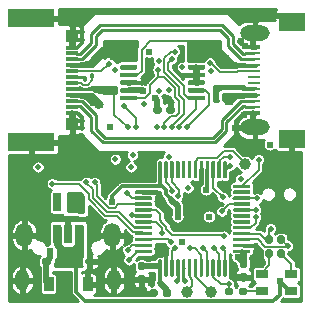
<source format=gbl>
%TF.GenerationSoftware,KiCad,Pcbnew,(5.1.7)-1*%
%TF.CreationDate,2020-11-18T22:53:05+01:00*%
%TF.ProjectId,twonkie,74776f6e-6b69-4652-9e6b-696361645f70,rev?*%
%TF.SameCoordinates,PX448d510PY20b3950*%
%TF.FileFunction,Copper,L4,Bot*%
%TF.FilePolarity,Positive*%
%FSLAX46Y46*%
G04 Gerber Fmt 4.6, Leading zero omitted, Abs format (unit mm)*
G04 Created by KiCad (PCBNEW (5.1.7)-1) date 2020-11-18 22:53:05*
%MOMM*%
%LPD*%
G01*
G04 APERTURE LIST*
%TA.AperFunction,ComponentPad*%
%ADD10O,1.150000X1.800000*%
%TD*%
%TA.AperFunction,ComponentPad*%
%ADD11O,1.450000X2.000000*%
%TD*%
%TA.AperFunction,SMDPad,CuDef*%
%ADD12R,1.000000X0.260000*%
%TD*%
%TA.AperFunction,SMDPad,CuDef*%
%ADD13R,1.250000X0.410000*%
%TD*%
%TA.AperFunction,ComponentPad*%
%ADD14O,2.500000X1.300000*%
%TD*%
%TA.AperFunction,SMDPad,CuDef*%
%ADD15R,2.200000X1.500000*%
%TD*%
%TA.AperFunction,SMDPad,CuDef*%
%ADD16R,4.000000X1.500000*%
%TD*%
%TA.AperFunction,SMDPad,CuDef*%
%ADD17R,1.000000X0.300000*%
%TD*%
%TA.AperFunction,SMDPad,CuDef*%
%ADD18R,1.000000X1.000000*%
%TD*%
%TA.AperFunction,SMDPad,CuDef*%
%ADD19C,1.000000*%
%TD*%
%TA.AperFunction,SMDPad,CuDef*%
%ADD20R,0.650000X1.560000*%
%TD*%
%TA.AperFunction,SMDPad,CuDef*%
%ADD21R,1.000000X0.800000*%
%TD*%
%TA.AperFunction,SMDPad,CuDef*%
%ADD22R,0.900000X1.200000*%
%TD*%
%TA.AperFunction,ViaPad*%
%ADD23C,0.609600*%
%TD*%
%TA.AperFunction,ViaPad*%
%ADD24C,0.508000*%
%TD*%
%TA.AperFunction,ViaPad*%
%ADD25C,0.457200*%
%TD*%
%TA.AperFunction,Conductor*%
%ADD26C,0.508000*%
%TD*%
%TA.AperFunction,Conductor*%
%ADD27C,0.304800*%
%TD*%
%TA.AperFunction,Conductor*%
%ADD28C,0.203200*%
%TD*%
%TA.AperFunction,Conductor*%
%ADD29C,0.248920*%
%TD*%
%TA.AperFunction,Conductor*%
%ADD30C,0.254000*%
%TD*%
%TA.AperFunction,Conductor*%
%ADD31C,0.100000*%
%TD*%
G04 APERTURE END LIST*
D10*
%TO.P,J3,6*%
%TO.N,GND*%
X9209000Y-23286000D03*
X1459000Y-23286000D03*
D11*
X9059000Y-19486000D03*
X1609000Y-19486000D03*
%TD*%
D12*
%TO.P,J1,B2*%
%TO.N,/TX2+*%
X21090000Y-8600000D03*
%TO.P,J1,B3*%
%TO.N,/TX2-*%
X21090000Y-8100000D03*
%TO.P,J1,B4*%
%TO.N,/VBUS_PLUG*%
X21090000Y-7600000D03*
%TO.P,J1,B5*%
%TO.N,/CC2_PLUG*%
X21090000Y-7100000D03*
%TO.P,J1,B6*%
%TO.N,N/C*%
X21090000Y-6600000D03*
%TO.P,J1,B7*%
X21090000Y-6100000D03*
%TO.P,J1,B8*%
%TO.N,/SBU2*%
X21090000Y-5600000D03*
%TO.P,J1,B9*%
%TO.N,/VBUS_PLUG*%
X21090000Y-5100000D03*
%TO.P,J1,B10*%
%TO.N,/RX1-*%
X21090000Y-4600000D03*
%TO.P,J1,B11*%
%TO.N,/RX1+*%
X21090000Y-4100000D03*
D13*
%TO.P,J1,B1*%
%TO.N,GND*%
X20965000Y-9175000D03*
%TO.P,J1,B12*%
X20965000Y-3525000D03*
D14*
%TO.P,J1,S1*%
X21190000Y-10360000D03*
%TO.P,J1,S2*%
X21190000Y-2340000D03*
D15*
%TO.P,J1,S5*%
X24290000Y-11300000D03*
%TO.P,J1,S6*%
X24290000Y-1400000D03*
%TD*%
D16*
%TO.P,J2,S7*%
%TO.N,GND*%
X2215000Y-1100000D03*
%TO.P,J2,S8*%
X2215000Y-11600000D03*
D17*
%TO.P,J2,B12*%
X5675000Y-3600000D03*
%TO.P,J2,B11*%
%TO.N,/RX1+*%
X5675000Y-4100000D03*
%TO.P,J2,B10*%
%TO.N,/RX1-*%
X5675000Y-4600000D03*
%TO.P,J2,B9*%
%TO.N,/VBUS_RECEP*%
X5675000Y-5100000D03*
%TO.P,J2,B8*%
%TO.N,/SBU2*%
X5675000Y-5600000D03*
%TO.P,J2,B5*%
%TO.N,/CC2_RECEP*%
X5675000Y-7100000D03*
%TO.P,J2,B4*%
%TO.N,/VBUS_RECEP*%
X5675000Y-7600000D03*
%TO.P,J2,B3*%
%TO.N,/TX2-*%
X5675000Y-8100000D03*
%TO.P,J2,B2*%
%TO.N,/TX2+*%
X5675000Y-8600000D03*
%TO.P,J2,B1*%
%TO.N,GND*%
X5675000Y-9100000D03*
%TO.P,J2,B7*%
%TO.N,/USBC_D-*%
X5675000Y-6100000D03*
%TO.P,J2,B6*%
%TO.N,/USBC_D+*%
X5675000Y-6600000D03*
D18*
%TO.P,J2,S3*%
%TO.N,GND*%
X5675000Y-10100000D03*
%TO.P,J2,S4*%
X5675000Y-2600000D03*
%TD*%
%TO.P,U4,48*%
%TO.N,+3V3*%
%TA.AperFunction,SMDPad,CuDef*%
G36*
G01*
X11050000Y-15197500D02*
X12375000Y-15197500D01*
G75*
G02*
X12450000Y-15272500I0J-75000D01*
G01*
X12450000Y-15422500D01*
G75*
G02*
X12375000Y-15497500I-75000J0D01*
G01*
X11050000Y-15497500D01*
G75*
G02*
X10975000Y-15422500I0J75000D01*
G01*
X10975000Y-15272500D01*
G75*
G02*
X11050000Y-15197500I75000J0D01*
G01*
G37*
%TD.AperFunction*%
%TO.P,U4,47*%
%TO.N,GND*%
%TA.AperFunction,SMDPad,CuDef*%
G36*
G01*
X11050000Y-15697500D02*
X12375000Y-15697500D01*
G75*
G02*
X12450000Y-15772500I0J-75000D01*
G01*
X12450000Y-15922500D01*
G75*
G02*
X12375000Y-15997500I-75000J0D01*
G01*
X11050000Y-15997500D01*
G75*
G02*
X10975000Y-15922500I0J75000D01*
G01*
X10975000Y-15772500D01*
G75*
G02*
X11050000Y-15697500I75000J0D01*
G01*
G37*
%TD.AperFunction*%
%TO.P,U4,46*%
%TO.N,/TX_CLK*%
%TA.AperFunction,SMDPad,CuDef*%
G36*
G01*
X11050000Y-16197500D02*
X12375000Y-16197500D01*
G75*
G02*
X12450000Y-16272500I0J-75000D01*
G01*
X12450000Y-16422500D01*
G75*
G02*
X12375000Y-16497500I-75000J0D01*
G01*
X11050000Y-16497500D01*
G75*
G02*
X10975000Y-16422500I0J75000D01*
G01*
X10975000Y-16272500D01*
G75*
G02*
X11050000Y-16197500I75000J0D01*
G01*
G37*
%TD.AperFunction*%
%TO.P,U4,45*%
%TO.N,/CC1_RA*%
%TA.AperFunction,SMDPad,CuDef*%
G36*
G01*
X11050000Y-16697500D02*
X12375000Y-16697500D01*
G75*
G02*
X12450000Y-16772500I0J-75000D01*
G01*
X12450000Y-16922500D01*
G75*
G02*
X12375000Y-16997500I-75000J0D01*
G01*
X11050000Y-16997500D01*
G75*
G02*
X10975000Y-16922500I0J75000D01*
G01*
X10975000Y-16772500D01*
G75*
G02*
X11050000Y-16697500I75000J0D01*
G01*
G37*
%TD.AperFunction*%
%TO.P,U4,44*%
%TO.N,/BOOT*%
%TA.AperFunction,SMDPad,CuDef*%
G36*
G01*
X11050000Y-17197500D02*
X12375000Y-17197500D01*
G75*
G02*
X12450000Y-17272500I0J-75000D01*
G01*
X12450000Y-17422500D01*
G75*
G02*
X12375000Y-17497500I-75000J0D01*
G01*
X11050000Y-17497500D01*
G75*
G02*
X10975000Y-17422500I0J75000D01*
G01*
X10975000Y-17272500D01*
G75*
G02*
X11050000Y-17197500I75000J0D01*
G01*
G37*
%TD.AperFunction*%
%TO.P,U4,43*%
%TO.N,/INA_SDA*%
%TA.AperFunction,SMDPad,CuDef*%
G36*
G01*
X11050000Y-17697500D02*
X12375000Y-17697500D01*
G75*
G02*
X12450000Y-17772500I0J-75000D01*
G01*
X12450000Y-17922500D01*
G75*
G02*
X12375000Y-17997500I-75000J0D01*
G01*
X11050000Y-17997500D01*
G75*
G02*
X10975000Y-17922500I0J75000D01*
G01*
X10975000Y-17772500D01*
G75*
G02*
X11050000Y-17697500I75000J0D01*
G01*
G37*
%TD.AperFunction*%
%TO.P,U4,42*%
%TO.N,/INA_SCL*%
%TA.AperFunction,SMDPad,CuDef*%
G36*
G01*
X11050000Y-18197500D02*
X12375000Y-18197500D01*
G75*
G02*
X12450000Y-18272500I0J-75000D01*
G01*
X12450000Y-18422500D01*
G75*
G02*
X12375000Y-18497500I-75000J0D01*
G01*
X11050000Y-18497500D01*
G75*
G02*
X10975000Y-18422500I0J75000D01*
G01*
X10975000Y-18272500D01*
G75*
G02*
X11050000Y-18197500I75000J0D01*
G01*
G37*
%TD.AperFunction*%
%TO.P,U4,41*%
%TO.N,/CC1_RP1A5*%
%TA.AperFunction,SMDPad,CuDef*%
G36*
G01*
X11050000Y-18697500D02*
X12375000Y-18697500D01*
G75*
G02*
X12450000Y-18772500I0J-75000D01*
G01*
X12450000Y-18922500D01*
G75*
G02*
X12375000Y-18997500I-75000J0D01*
G01*
X11050000Y-18997500D01*
G75*
G02*
X10975000Y-18922500I0J75000D01*
G01*
X10975000Y-18772500D01*
G75*
G02*
X11050000Y-18697500I75000J0D01*
G01*
G37*
%TD.AperFunction*%
%TO.P,U4,40*%
%TO.N,/CC1_TX_DATA*%
%TA.AperFunction,SMDPad,CuDef*%
G36*
G01*
X11050000Y-19197500D02*
X12375000Y-19197500D01*
G75*
G02*
X12450000Y-19272500I0J-75000D01*
G01*
X12450000Y-19422500D01*
G75*
G02*
X12375000Y-19497500I-75000J0D01*
G01*
X11050000Y-19497500D01*
G75*
G02*
X10975000Y-19422500I0J75000D01*
G01*
X10975000Y-19272500D01*
G75*
G02*
X11050000Y-19197500I75000J0D01*
G01*
G37*
%TD.AperFunction*%
%TO.P,U4,39*%
%TO.N,/CC1_RD*%
%TA.AperFunction,SMDPad,CuDef*%
G36*
G01*
X11050000Y-19697500D02*
X12375000Y-19697500D01*
G75*
G02*
X12450000Y-19772500I0J-75000D01*
G01*
X12450000Y-19922500D01*
G75*
G02*
X12375000Y-19997500I-75000J0D01*
G01*
X11050000Y-19997500D01*
G75*
G02*
X10975000Y-19922500I0J75000D01*
G01*
X10975000Y-19772500D01*
G75*
G02*
X11050000Y-19697500I75000J0D01*
G01*
G37*
%TD.AperFunction*%
%TO.P,U4,38*%
%TO.N,/CC1_RPUSB*%
%TA.AperFunction,SMDPad,CuDef*%
G36*
G01*
X11050000Y-20197500D02*
X12375000Y-20197500D01*
G75*
G02*
X12450000Y-20272500I0J-75000D01*
G01*
X12450000Y-20422500D01*
G75*
G02*
X12375000Y-20497500I-75000J0D01*
G01*
X11050000Y-20497500D01*
G75*
G02*
X10975000Y-20422500I0J75000D01*
G01*
X10975000Y-20272500D01*
G75*
G02*
X11050000Y-20197500I75000J0D01*
G01*
G37*
%TD.AperFunction*%
%TO.P,U4,37*%
%TO.N,/CC1_TX_EN*%
%TA.AperFunction,SMDPad,CuDef*%
G36*
G01*
X11050000Y-20697500D02*
X12375000Y-20697500D01*
G75*
G02*
X12450000Y-20772500I0J-75000D01*
G01*
X12450000Y-20922500D01*
G75*
G02*
X12375000Y-20997500I-75000J0D01*
G01*
X11050000Y-20997500D01*
G75*
G02*
X10975000Y-20922500I0J75000D01*
G01*
X10975000Y-20772500D01*
G75*
G02*
X11050000Y-20697500I75000J0D01*
G01*
G37*
%TD.AperFunction*%
%TO.P,U4,36*%
%TO.N,+3V3*%
%TA.AperFunction,SMDPad,CuDef*%
G36*
G01*
X13050000Y-21522500D02*
X13200000Y-21522500D01*
G75*
G02*
X13275000Y-21597500I0J-75000D01*
G01*
X13275000Y-22922500D01*
G75*
G02*
X13200000Y-22997500I-75000J0D01*
G01*
X13050000Y-22997500D01*
G75*
G02*
X12975000Y-22922500I0J75000D01*
G01*
X12975000Y-21597500D01*
G75*
G02*
X13050000Y-21522500I75000J0D01*
G01*
G37*
%TD.AperFunction*%
%TO.P,U4,35*%
%TO.N,GND*%
%TA.AperFunction,SMDPad,CuDef*%
G36*
G01*
X13550000Y-21522500D02*
X13700000Y-21522500D01*
G75*
G02*
X13775000Y-21597500I0J-75000D01*
G01*
X13775000Y-22922500D01*
G75*
G02*
X13700000Y-22997500I-75000J0D01*
G01*
X13550000Y-22997500D01*
G75*
G02*
X13475000Y-22922500I0J75000D01*
G01*
X13475000Y-21597500D01*
G75*
G02*
X13550000Y-21522500I75000J0D01*
G01*
G37*
%TD.AperFunction*%
%TO.P,U4,34*%
%TO.N,/CC2_RP3A0*%
%TA.AperFunction,SMDPad,CuDef*%
G36*
G01*
X14050000Y-21522500D02*
X14200000Y-21522500D01*
G75*
G02*
X14275000Y-21597500I0J-75000D01*
G01*
X14275000Y-22922500D01*
G75*
G02*
X14200000Y-22997500I-75000J0D01*
G01*
X14050000Y-22997500D01*
G75*
G02*
X13975000Y-22922500I0J75000D01*
G01*
X13975000Y-21597500D01*
G75*
G02*
X14050000Y-21522500I75000J0D01*
G01*
G37*
%TD.AperFunction*%
%TO.P,U4,33*%
%TO.N,/USB_B_D+*%
%TA.AperFunction,SMDPad,CuDef*%
G36*
G01*
X14550000Y-21522500D02*
X14700000Y-21522500D01*
G75*
G02*
X14775000Y-21597500I0J-75000D01*
G01*
X14775000Y-22922500D01*
G75*
G02*
X14700000Y-22997500I-75000J0D01*
G01*
X14550000Y-22997500D01*
G75*
G02*
X14475000Y-22922500I0J75000D01*
G01*
X14475000Y-21597500D01*
G75*
G02*
X14550000Y-21522500I75000J0D01*
G01*
G37*
%TD.AperFunction*%
%TO.P,U4,32*%
%TO.N,/USB_B_D-*%
%TA.AperFunction,SMDPad,CuDef*%
G36*
G01*
X15050000Y-21522500D02*
X15200000Y-21522500D01*
G75*
G02*
X15275000Y-21597500I0J-75000D01*
G01*
X15275000Y-22922500D01*
G75*
G02*
X15200000Y-22997500I-75000J0D01*
G01*
X15050000Y-22997500D01*
G75*
G02*
X14975000Y-22922500I0J75000D01*
G01*
X14975000Y-21597500D01*
G75*
G02*
X15050000Y-21522500I75000J0D01*
G01*
G37*
%TD.AperFunction*%
%TO.P,U4,31*%
%TO.N,/UART_RX*%
%TA.AperFunction,SMDPad,CuDef*%
G36*
G01*
X15550000Y-21522500D02*
X15700000Y-21522500D01*
G75*
G02*
X15775000Y-21597500I0J-75000D01*
G01*
X15775000Y-22922500D01*
G75*
G02*
X15700000Y-22997500I-75000J0D01*
G01*
X15550000Y-22997500D01*
G75*
G02*
X15475000Y-22922500I0J75000D01*
G01*
X15475000Y-21597500D01*
G75*
G02*
X15550000Y-21522500I75000J0D01*
G01*
G37*
%TD.AperFunction*%
%TO.P,U4,30*%
%TO.N,/UART_TX*%
%TA.AperFunction,SMDPad,CuDef*%
G36*
G01*
X16050000Y-21522500D02*
X16200000Y-21522500D01*
G75*
G02*
X16275000Y-21597500I0J-75000D01*
G01*
X16275000Y-22922500D01*
G75*
G02*
X16200000Y-22997500I-75000J0D01*
G01*
X16050000Y-22997500D01*
G75*
G02*
X15975000Y-22922500I0J75000D01*
G01*
X15975000Y-21597500D01*
G75*
G02*
X16050000Y-21522500I75000J0D01*
G01*
G37*
%TD.AperFunction*%
%TO.P,U4,29*%
%TO.N,/CC2_RA*%
%TA.AperFunction,SMDPad,CuDef*%
G36*
G01*
X16550000Y-21522500D02*
X16700000Y-21522500D01*
G75*
G02*
X16775000Y-21597500I0J-75000D01*
G01*
X16775000Y-22922500D01*
G75*
G02*
X16700000Y-22997500I-75000J0D01*
G01*
X16550000Y-22997500D01*
G75*
G02*
X16475000Y-22922500I0J75000D01*
G01*
X16475000Y-21597500D01*
G75*
G02*
X16550000Y-21522500I75000J0D01*
G01*
G37*
%TD.AperFunction*%
%TO.P,U4,28*%
%TO.N,/CC2_RP1A5*%
%TA.AperFunction,SMDPad,CuDef*%
G36*
G01*
X17050000Y-21522500D02*
X17200000Y-21522500D01*
G75*
G02*
X17275000Y-21597500I0J-75000D01*
G01*
X17275000Y-22922500D01*
G75*
G02*
X17200000Y-22997500I-75000J0D01*
G01*
X17050000Y-22997500D01*
G75*
G02*
X16975000Y-22922500I0J75000D01*
G01*
X16975000Y-21597500D01*
G75*
G02*
X17050000Y-21522500I75000J0D01*
G01*
G37*
%TD.AperFunction*%
%TO.P,U4,27*%
%TO.N,/LED_B_L*%
%TA.AperFunction,SMDPad,CuDef*%
G36*
G01*
X17550000Y-21522500D02*
X17700000Y-21522500D01*
G75*
G02*
X17775000Y-21597500I0J-75000D01*
G01*
X17775000Y-22922500D01*
G75*
G02*
X17700000Y-22997500I-75000J0D01*
G01*
X17550000Y-22997500D01*
G75*
G02*
X17475000Y-22922500I0J75000D01*
G01*
X17475000Y-21597500D01*
G75*
G02*
X17550000Y-21522500I75000J0D01*
G01*
G37*
%TD.AperFunction*%
%TO.P,U4,26*%
%TO.N,/CC2_RD*%
%TA.AperFunction,SMDPad,CuDef*%
G36*
G01*
X18050000Y-21522500D02*
X18200000Y-21522500D01*
G75*
G02*
X18275000Y-21597500I0J-75000D01*
G01*
X18275000Y-22922500D01*
G75*
G02*
X18200000Y-22997500I-75000J0D01*
G01*
X18050000Y-22997500D01*
G75*
G02*
X17975000Y-22922500I0J75000D01*
G01*
X17975000Y-21597500D01*
G75*
G02*
X18050000Y-21522500I75000J0D01*
G01*
G37*
%TD.AperFunction*%
%TO.P,U4,25*%
%TO.N,/CC2_RPUSB*%
%TA.AperFunction,SMDPad,CuDef*%
G36*
G01*
X18550000Y-21522500D02*
X18700000Y-21522500D01*
G75*
G02*
X18775000Y-21597500I0J-75000D01*
G01*
X18775000Y-22922500D01*
G75*
G02*
X18700000Y-22997500I-75000J0D01*
G01*
X18550000Y-22997500D01*
G75*
G02*
X18475000Y-22922500I0J75000D01*
G01*
X18475000Y-21597500D01*
G75*
G02*
X18550000Y-21522500I75000J0D01*
G01*
G37*
%TD.AperFunction*%
%TO.P,U4,24*%
%TO.N,+3V3*%
%TA.AperFunction,SMDPad,CuDef*%
G36*
G01*
X19375000Y-20697500D02*
X20700000Y-20697500D01*
G75*
G02*
X20775000Y-20772500I0J-75000D01*
G01*
X20775000Y-20922500D01*
G75*
G02*
X20700000Y-20997500I-75000J0D01*
G01*
X19375000Y-20997500D01*
G75*
G02*
X19300000Y-20922500I0J75000D01*
G01*
X19300000Y-20772500D01*
G75*
G02*
X19375000Y-20697500I75000J0D01*
G01*
G37*
%TD.AperFunction*%
%TO.P,U4,23*%
%TO.N,GND*%
%TA.AperFunction,SMDPad,CuDef*%
G36*
G01*
X19375000Y-20197500D02*
X20700000Y-20197500D01*
G75*
G02*
X20775000Y-20272500I0J-75000D01*
G01*
X20775000Y-20422500D01*
G75*
G02*
X20700000Y-20497500I-75000J0D01*
G01*
X19375000Y-20497500D01*
G75*
G02*
X19300000Y-20422500I0J75000D01*
G01*
X19300000Y-20272500D01*
G75*
G02*
X19375000Y-20197500I75000J0D01*
G01*
G37*
%TD.AperFunction*%
%TO.P,U4,22*%
%TO.N,/LED_R_L*%
%TA.AperFunction,SMDPad,CuDef*%
G36*
G01*
X19375000Y-19697500D02*
X20700000Y-19697500D01*
G75*
G02*
X20775000Y-19772500I0J-75000D01*
G01*
X20775000Y-19922500D01*
G75*
G02*
X20700000Y-19997500I-75000J0D01*
G01*
X19375000Y-19997500D01*
G75*
G02*
X19300000Y-19922500I0J75000D01*
G01*
X19300000Y-19772500D01*
G75*
G02*
X19375000Y-19697500I75000J0D01*
G01*
G37*
%TD.AperFunction*%
%TO.P,U4,21*%
%TO.N,/LED_G_L*%
%TA.AperFunction,SMDPad,CuDef*%
G36*
G01*
X19375000Y-19197500D02*
X20700000Y-19197500D01*
G75*
G02*
X20775000Y-19272500I0J-75000D01*
G01*
X20775000Y-19422500D01*
G75*
G02*
X20700000Y-19497500I-75000J0D01*
G01*
X19375000Y-19497500D01*
G75*
G02*
X19300000Y-19422500I0J75000D01*
G01*
X19300000Y-19272500D01*
G75*
G02*
X19375000Y-19197500I75000J0D01*
G01*
G37*
%TD.AperFunction*%
%TO.P,U4,20*%
%TO.N,/VBUS_ALERT_L*%
%TA.AperFunction,SMDPad,CuDef*%
G36*
G01*
X19375000Y-18697500D02*
X20700000Y-18697500D01*
G75*
G02*
X20775000Y-18772500I0J-75000D01*
G01*
X20775000Y-18922500D01*
G75*
G02*
X20700000Y-18997500I-75000J0D01*
G01*
X19375000Y-18997500D01*
G75*
G02*
X19300000Y-18922500I0J75000D01*
G01*
X19300000Y-18772500D01*
G75*
G02*
X19375000Y-18697500I75000J0D01*
G01*
G37*
%TD.AperFunction*%
%TO.P,U4,19*%
%TO.N,Net-(U4-Pad19)*%
%TA.AperFunction,SMDPad,CuDef*%
G36*
G01*
X19375000Y-18197500D02*
X20700000Y-18197500D01*
G75*
G02*
X20775000Y-18272500I0J-75000D01*
G01*
X20775000Y-18422500D01*
G75*
G02*
X20700000Y-18497500I-75000J0D01*
G01*
X19375000Y-18497500D01*
G75*
G02*
X19300000Y-18422500I0J75000D01*
G01*
X19300000Y-18272500D01*
G75*
G02*
X19375000Y-18197500I75000J0D01*
G01*
G37*
%TD.AperFunction*%
%TO.P,U4,18*%
%TO.N,Net-(U4-Pad18)*%
%TA.AperFunction,SMDPad,CuDef*%
G36*
G01*
X19375000Y-17697500D02*
X20700000Y-17697500D01*
G75*
G02*
X20775000Y-17772500I0J-75000D01*
G01*
X20775000Y-17922500D01*
G75*
G02*
X20700000Y-17997500I-75000J0D01*
G01*
X19375000Y-17997500D01*
G75*
G02*
X19300000Y-17922500I0J75000D01*
G01*
X19300000Y-17772500D01*
G75*
G02*
X19375000Y-17697500I75000J0D01*
G01*
G37*
%TD.AperFunction*%
%TO.P,U4,17*%
%TO.N,/VCONN_ALERT_L*%
%TA.AperFunction,SMDPad,CuDef*%
G36*
G01*
X19375000Y-17197500D02*
X20700000Y-17197500D01*
G75*
G02*
X20775000Y-17272500I0J-75000D01*
G01*
X20775000Y-17422500D01*
G75*
G02*
X20700000Y-17497500I-75000J0D01*
G01*
X19375000Y-17497500D01*
G75*
G02*
X19300000Y-17422500I0J75000D01*
G01*
X19300000Y-17272500D01*
G75*
G02*
X19375000Y-17197500I75000J0D01*
G01*
G37*
%TD.AperFunction*%
%TO.P,U4,16*%
%TO.N,/CC2_TX_DATA*%
%TA.AperFunction,SMDPad,CuDef*%
G36*
G01*
X19375000Y-16697500D02*
X20700000Y-16697500D01*
G75*
G02*
X20775000Y-16772500I0J-75000D01*
G01*
X20775000Y-16922500D01*
G75*
G02*
X20700000Y-16997500I-75000J0D01*
G01*
X19375000Y-16997500D01*
G75*
G02*
X19300000Y-16922500I0J75000D01*
G01*
X19300000Y-16772500D01*
G75*
G02*
X19375000Y-16697500I75000J0D01*
G01*
G37*
%TD.AperFunction*%
%TO.P,U4,15*%
%TO.N,/TX_CLK*%
%TA.AperFunction,SMDPad,CuDef*%
G36*
G01*
X19375000Y-16197500D02*
X20700000Y-16197500D01*
G75*
G02*
X20775000Y-16272500I0J-75000D01*
G01*
X20775000Y-16422500D01*
G75*
G02*
X20700000Y-16497500I-75000J0D01*
G01*
X19375000Y-16497500D01*
G75*
G02*
X19300000Y-16422500I0J75000D01*
G01*
X19300000Y-16272500D01*
G75*
G02*
X19375000Y-16197500I75000J0D01*
G01*
G37*
%TD.AperFunction*%
%TO.P,U4,14*%
%TO.N,/DAC*%
%TA.AperFunction,SMDPad,CuDef*%
G36*
G01*
X19375000Y-15697500D02*
X20700000Y-15697500D01*
G75*
G02*
X20775000Y-15772500I0J-75000D01*
G01*
X20775000Y-15922500D01*
G75*
G02*
X20700000Y-15997500I-75000J0D01*
G01*
X19375000Y-15997500D01*
G75*
G02*
X19300000Y-15922500I0J75000D01*
G01*
X19300000Y-15772500D01*
G75*
G02*
X19375000Y-15697500I75000J0D01*
G01*
G37*
%TD.AperFunction*%
%TO.P,U4,13*%
%TO.N,/CC2_BUF*%
%TA.AperFunction,SMDPad,CuDef*%
G36*
G01*
X19375000Y-15197500D02*
X20700000Y-15197500D01*
G75*
G02*
X20775000Y-15272500I0J-75000D01*
G01*
X20775000Y-15422500D01*
G75*
G02*
X20700000Y-15497500I-75000J0D01*
G01*
X19375000Y-15497500D01*
G75*
G02*
X19300000Y-15422500I0J75000D01*
G01*
X19300000Y-15272500D01*
G75*
G02*
X19375000Y-15197500I75000J0D01*
G01*
G37*
%TD.AperFunction*%
%TO.P,U4,12*%
%TO.N,/CC2_EN*%
%TA.AperFunction,SMDPad,CuDef*%
G36*
G01*
X18550000Y-13197500D02*
X18700000Y-13197500D01*
G75*
G02*
X18775000Y-13272500I0J-75000D01*
G01*
X18775000Y-14597500D01*
G75*
G02*
X18700000Y-14672500I-75000J0D01*
G01*
X18550000Y-14672500D01*
G75*
G02*
X18475000Y-14597500I0J75000D01*
G01*
X18475000Y-13272500D01*
G75*
G02*
X18550000Y-13197500I75000J0D01*
G01*
G37*
%TD.AperFunction*%
%TO.P,U4,11*%
%TO.N,/CC1_BUF*%
%TA.AperFunction,SMDPad,CuDef*%
G36*
G01*
X18050000Y-13197500D02*
X18200000Y-13197500D01*
G75*
G02*
X18275000Y-13272500I0J-75000D01*
G01*
X18275000Y-14597500D01*
G75*
G02*
X18200000Y-14672500I-75000J0D01*
G01*
X18050000Y-14672500D01*
G75*
G02*
X17975000Y-14597500I0J75000D01*
G01*
X17975000Y-13272500D01*
G75*
G02*
X18050000Y-13197500I75000J0D01*
G01*
G37*
%TD.AperFunction*%
%TO.P,U4,10*%
%TO.N,/CC1_EN*%
%TA.AperFunction,SMDPad,CuDef*%
G36*
G01*
X17550000Y-13197500D02*
X17700000Y-13197500D01*
G75*
G02*
X17775000Y-13272500I0J-75000D01*
G01*
X17775000Y-14597500D01*
G75*
G02*
X17700000Y-14672500I-75000J0D01*
G01*
X17550000Y-14672500D01*
G75*
G02*
X17475000Y-14597500I0J75000D01*
G01*
X17475000Y-13272500D01*
G75*
G02*
X17550000Y-13197500I75000J0D01*
G01*
G37*
%TD.AperFunction*%
%TO.P,U4,9*%
%TO.N,Net-(C5-Pad1)*%
%TA.AperFunction,SMDPad,CuDef*%
G36*
G01*
X17050000Y-13197500D02*
X17200000Y-13197500D01*
G75*
G02*
X17275000Y-13272500I0J-75000D01*
G01*
X17275000Y-14597500D01*
G75*
G02*
X17200000Y-14672500I-75000J0D01*
G01*
X17050000Y-14672500D01*
G75*
G02*
X16975000Y-14597500I0J75000D01*
G01*
X16975000Y-13272500D01*
G75*
G02*
X17050000Y-13197500I75000J0D01*
G01*
G37*
%TD.AperFunction*%
%TO.P,U4,8*%
%TO.N,GND*%
%TA.AperFunction,SMDPad,CuDef*%
G36*
G01*
X16550000Y-13197500D02*
X16700000Y-13197500D01*
G75*
G02*
X16775000Y-13272500I0J-75000D01*
G01*
X16775000Y-14597500D01*
G75*
G02*
X16700000Y-14672500I-75000J0D01*
G01*
X16550000Y-14672500D01*
G75*
G02*
X16475000Y-14597500I0J75000D01*
G01*
X16475000Y-13272500D01*
G75*
G02*
X16550000Y-13197500I75000J0D01*
G01*
G37*
%TD.AperFunction*%
%TO.P,U4,7*%
%TO.N,/NRST*%
%TA.AperFunction,SMDPad,CuDef*%
G36*
G01*
X16050000Y-13197500D02*
X16200000Y-13197500D01*
G75*
G02*
X16275000Y-13272500I0J-75000D01*
G01*
X16275000Y-14597500D01*
G75*
G02*
X16200000Y-14672500I-75000J0D01*
G01*
X16050000Y-14672500D01*
G75*
G02*
X15975000Y-14597500I0J75000D01*
G01*
X15975000Y-13272500D01*
G75*
G02*
X16050000Y-13197500I75000J0D01*
G01*
G37*
%TD.AperFunction*%
%TO.P,U4,6*%
%TO.N,/OSC_OUT*%
%TA.AperFunction,SMDPad,CuDef*%
G36*
G01*
X15550000Y-13197500D02*
X15700000Y-13197500D01*
G75*
G02*
X15775000Y-13272500I0J-75000D01*
G01*
X15775000Y-14597500D01*
G75*
G02*
X15700000Y-14672500I-75000J0D01*
G01*
X15550000Y-14672500D01*
G75*
G02*
X15475000Y-14597500I0J75000D01*
G01*
X15475000Y-13272500D01*
G75*
G02*
X15550000Y-13197500I75000J0D01*
G01*
G37*
%TD.AperFunction*%
%TO.P,U4,5*%
%TO.N,/OSC_IN*%
%TA.AperFunction,SMDPad,CuDef*%
G36*
G01*
X15050000Y-13197500D02*
X15200000Y-13197500D01*
G75*
G02*
X15275000Y-13272500I0J-75000D01*
G01*
X15275000Y-14597500D01*
G75*
G02*
X15200000Y-14672500I-75000J0D01*
G01*
X15050000Y-14672500D01*
G75*
G02*
X14975000Y-14597500I0J75000D01*
G01*
X14975000Y-13272500D01*
G75*
G02*
X15050000Y-13197500I75000J0D01*
G01*
G37*
%TD.AperFunction*%
%TO.P,U4,4*%
%TO.N,Net-(U4-Pad4)*%
%TA.AperFunction,SMDPad,CuDef*%
G36*
G01*
X14550000Y-13197500D02*
X14700000Y-13197500D01*
G75*
G02*
X14775000Y-13272500I0J-75000D01*
G01*
X14775000Y-14597500D01*
G75*
G02*
X14700000Y-14672500I-75000J0D01*
G01*
X14550000Y-14672500D01*
G75*
G02*
X14475000Y-14597500I0J75000D01*
G01*
X14475000Y-13272500D01*
G75*
G02*
X14550000Y-13197500I75000J0D01*
G01*
G37*
%TD.AperFunction*%
%TO.P,U4,3*%
%TO.N,/CC1_RP3A0*%
%TA.AperFunction,SMDPad,CuDef*%
G36*
G01*
X14050000Y-13197500D02*
X14200000Y-13197500D01*
G75*
G02*
X14275000Y-13272500I0J-75000D01*
G01*
X14275000Y-14597500D01*
G75*
G02*
X14200000Y-14672500I-75000J0D01*
G01*
X14050000Y-14672500D01*
G75*
G02*
X13975000Y-14597500I0J75000D01*
G01*
X13975000Y-13272500D01*
G75*
G02*
X14050000Y-13197500I75000J0D01*
G01*
G37*
%TD.AperFunction*%
%TO.P,U4,2*%
%TO.N,/CC2_TX_EN*%
%TA.AperFunction,SMDPad,CuDef*%
G36*
G01*
X13550000Y-13197500D02*
X13700000Y-13197500D01*
G75*
G02*
X13775000Y-13272500I0J-75000D01*
G01*
X13775000Y-14597500D01*
G75*
G02*
X13700000Y-14672500I-75000J0D01*
G01*
X13550000Y-14672500D01*
G75*
G02*
X13475000Y-14597500I0J75000D01*
G01*
X13475000Y-13272500D01*
G75*
G02*
X13550000Y-13197500I75000J0D01*
G01*
G37*
%TD.AperFunction*%
%TO.P,U4,1*%
%TO.N,+3V3*%
%TA.AperFunction,SMDPad,CuDef*%
G36*
G01*
X13050000Y-13197500D02*
X13200000Y-13197500D01*
G75*
G02*
X13275000Y-13272500I0J-75000D01*
G01*
X13275000Y-14597500D01*
G75*
G02*
X13200000Y-14672500I-75000J0D01*
G01*
X13050000Y-14672500D01*
G75*
G02*
X12975000Y-14597500I0J75000D01*
G01*
X12975000Y-13272500D01*
G75*
G02*
X13050000Y-13197500I75000J0D01*
G01*
G37*
%TD.AperFunction*%
%TD*%
D19*
%TO.P,TP1,1*%
%TO.N,/NRST*%
X20320000Y-13462000D03*
%TD*%
%TO.P,TP2,1*%
%TO.N,/UART_TX*%
X17399000Y-24257000D03*
%TD*%
%TO.P,TP3,1*%
%TO.N,/UART_RX*%
X15367000Y-24257000D03*
%TD*%
%TO.P,C9,2*%
%TO.N,GND*%
%TA.AperFunction,SMDPad,CuDef*%
G36*
G01*
X13662000Y-9045000D02*
X13662000Y-8735000D01*
G75*
G02*
X13817000Y-8580000I155000J0D01*
G01*
X14242000Y-8580000D01*
G75*
G02*
X14397000Y-8735000I0J-155000D01*
G01*
X14397000Y-9045000D01*
G75*
G02*
X14242000Y-9200000I-155000J0D01*
G01*
X13817000Y-9200000D01*
G75*
G02*
X13662000Y-9045000I0J155000D01*
G01*
G37*
%TD.AperFunction*%
%TO.P,C9,1*%
%TO.N,+3V3*%
%TA.AperFunction,SMDPad,CuDef*%
G36*
G01*
X12527000Y-9045000D02*
X12527000Y-8735000D01*
G75*
G02*
X12682000Y-8580000I155000J0D01*
G01*
X13107000Y-8580000D01*
G75*
G02*
X13262000Y-8735000I0J-155000D01*
G01*
X13262000Y-9045000D01*
G75*
G02*
X13107000Y-9200000I-155000J0D01*
G01*
X12682000Y-9200000D01*
G75*
G02*
X12527000Y-9045000I0J155000D01*
G01*
G37*
%TD.AperFunction*%
%TD*%
%TO.P,U1,1*%
%TO.N,/VBUS_PLUG*%
%TA.AperFunction,SMDPad,CuDef*%
G36*
G01*
X16935000Y-3213000D02*
X16935000Y-3413000D01*
G75*
G02*
X16835000Y-3513000I-100000J0D01*
G01*
X15560000Y-3513000D01*
G75*
G02*
X15460000Y-3413000I0J100000D01*
G01*
X15460000Y-3213000D01*
G75*
G02*
X15560000Y-3113000I100000J0D01*
G01*
X16835000Y-3113000D01*
G75*
G02*
X16935000Y-3213000I0J-100000D01*
G01*
G37*
%TD.AperFunction*%
%TO.P,U1,2*%
%TA.AperFunction,SMDPad,CuDef*%
G36*
G01*
X16935000Y-3863000D02*
X16935000Y-4063000D01*
G75*
G02*
X16835000Y-4163000I-100000J0D01*
G01*
X15560000Y-4163000D01*
G75*
G02*
X15460000Y-4063000I0J100000D01*
G01*
X15460000Y-3863000D01*
G75*
G02*
X15560000Y-3763000I100000J0D01*
G01*
X16835000Y-3763000D01*
G75*
G02*
X16935000Y-3863000I0J-100000D01*
G01*
G37*
%TD.AperFunction*%
%TO.P,U1,3*%
%TA.AperFunction,SMDPad,CuDef*%
G36*
G01*
X16935000Y-4513000D02*
X16935000Y-4713000D01*
G75*
G02*
X16835000Y-4813000I-100000J0D01*
G01*
X15560000Y-4813000D01*
G75*
G02*
X15460000Y-4713000I0J100000D01*
G01*
X15460000Y-4513000D01*
G75*
G02*
X15560000Y-4413000I100000J0D01*
G01*
X16835000Y-4413000D01*
G75*
G02*
X16935000Y-4513000I0J-100000D01*
G01*
G37*
%TD.AperFunction*%
%TO.P,U1,4*%
%TO.N,GND*%
%TA.AperFunction,SMDPad,CuDef*%
G36*
G01*
X16935000Y-5163000D02*
X16935000Y-5363000D01*
G75*
G02*
X16835000Y-5463000I-100000J0D01*
G01*
X15560000Y-5463000D01*
G75*
G02*
X15460000Y-5363000I0J100000D01*
G01*
X15460000Y-5163000D01*
G75*
G02*
X15560000Y-5063000I100000J0D01*
G01*
X16835000Y-5063000D01*
G75*
G02*
X16935000Y-5163000I0J-100000D01*
G01*
G37*
%TD.AperFunction*%
%TO.P,U1,5*%
%TA.AperFunction,SMDPad,CuDef*%
G36*
G01*
X16935000Y-5813000D02*
X16935000Y-6013000D01*
G75*
G02*
X16835000Y-6113000I-100000J0D01*
G01*
X15560000Y-6113000D01*
G75*
G02*
X15460000Y-6013000I0J100000D01*
G01*
X15460000Y-5813000D01*
G75*
G02*
X15560000Y-5713000I100000J0D01*
G01*
X16835000Y-5713000D01*
G75*
G02*
X16935000Y-5813000I0J-100000D01*
G01*
G37*
%TD.AperFunction*%
%TO.P,U1,6*%
%TA.AperFunction,SMDPad,CuDef*%
G36*
G01*
X16935000Y-6463000D02*
X16935000Y-6663000D01*
G75*
G02*
X16835000Y-6763000I-100000J0D01*
G01*
X15560000Y-6763000D01*
G75*
G02*
X15460000Y-6663000I0J100000D01*
G01*
X15460000Y-6463000D01*
G75*
G02*
X15560000Y-6363000I100000J0D01*
G01*
X16835000Y-6363000D01*
G75*
G02*
X16935000Y-6463000I0J-100000D01*
G01*
G37*
%TD.AperFunction*%
%TO.P,U1,7*%
%TO.N,/VBUS_ALERT_L*%
%TA.AperFunction,SMDPad,CuDef*%
G36*
G01*
X16935000Y-7113000D02*
X16935000Y-7313000D01*
G75*
G02*
X16835000Y-7413000I-100000J0D01*
G01*
X15560000Y-7413000D01*
G75*
G02*
X15460000Y-7313000I0J100000D01*
G01*
X15460000Y-7113000D01*
G75*
G02*
X15560000Y-7013000I100000J0D01*
G01*
X16835000Y-7013000D01*
G75*
G02*
X16935000Y-7113000I0J-100000D01*
G01*
G37*
%TD.AperFunction*%
%TO.P,U1,8*%
%TO.N,/INA_SDA*%
%TA.AperFunction,SMDPad,CuDef*%
G36*
G01*
X16935000Y-7763000D02*
X16935000Y-7963000D01*
G75*
G02*
X16835000Y-8063000I-100000J0D01*
G01*
X15560000Y-8063000D01*
G75*
G02*
X15460000Y-7963000I0J100000D01*
G01*
X15460000Y-7763000D01*
G75*
G02*
X15560000Y-7663000I100000J0D01*
G01*
X16835000Y-7663000D01*
G75*
G02*
X16935000Y-7763000I0J-100000D01*
G01*
G37*
%TD.AperFunction*%
%TO.P,U1,9*%
%TO.N,/INA_SCL*%
%TA.AperFunction,SMDPad,CuDef*%
G36*
G01*
X11210000Y-7763000D02*
X11210000Y-7963000D01*
G75*
G02*
X11110000Y-8063000I-100000J0D01*
G01*
X9835000Y-8063000D01*
G75*
G02*
X9735000Y-7963000I0J100000D01*
G01*
X9735000Y-7763000D01*
G75*
G02*
X9835000Y-7663000I100000J0D01*
G01*
X11110000Y-7663000D01*
G75*
G02*
X11210000Y-7763000I0J-100000D01*
G01*
G37*
%TD.AperFunction*%
%TO.P,U1,10*%
%TO.N,+3V3*%
%TA.AperFunction,SMDPad,CuDef*%
G36*
G01*
X11210000Y-7113000D02*
X11210000Y-7313000D01*
G75*
G02*
X11110000Y-7413000I-100000J0D01*
G01*
X9835000Y-7413000D01*
G75*
G02*
X9735000Y-7313000I0J100000D01*
G01*
X9735000Y-7113000D01*
G75*
G02*
X9835000Y-7013000I100000J0D01*
G01*
X11110000Y-7013000D01*
G75*
G02*
X11210000Y-7113000I0J-100000D01*
G01*
G37*
%TD.AperFunction*%
%TO.P,U1,11*%
%TO.N,GND*%
%TA.AperFunction,SMDPad,CuDef*%
G36*
G01*
X11210000Y-6463000D02*
X11210000Y-6663000D01*
G75*
G02*
X11110000Y-6763000I-100000J0D01*
G01*
X9835000Y-6763000D01*
G75*
G02*
X9735000Y-6663000I0J100000D01*
G01*
X9735000Y-6463000D01*
G75*
G02*
X9835000Y-6363000I100000J0D01*
G01*
X11110000Y-6363000D01*
G75*
G02*
X11210000Y-6463000I0J-100000D01*
G01*
G37*
%TD.AperFunction*%
%TO.P,U1,12*%
%TO.N,/VBUS_PLUG*%
%TA.AperFunction,SMDPad,CuDef*%
G36*
G01*
X11210000Y-5813000D02*
X11210000Y-6013000D01*
G75*
G02*
X11110000Y-6113000I-100000J0D01*
G01*
X9835000Y-6113000D01*
G75*
G02*
X9735000Y-6013000I0J100000D01*
G01*
X9735000Y-5813000D01*
G75*
G02*
X9835000Y-5713000I100000J0D01*
G01*
X11110000Y-5713000D01*
G75*
G02*
X11210000Y-5813000I0J-100000D01*
G01*
G37*
%TD.AperFunction*%
%TO.P,U1,13*%
%TO.N,Net-(U1-Pad13)*%
%TA.AperFunction,SMDPad,CuDef*%
G36*
G01*
X11210000Y-5163000D02*
X11210000Y-5363000D01*
G75*
G02*
X11110000Y-5463000I-100000J0D01*
G01*
X9835000Y-5463000D01*
G75*
G02*
X9735000Y-5363000I0J100000D01*
G01*
X9735000Y-5163000D01*
G75*
G02*
X9835000Y-5063000I100000J0D01*
G01*
X11110000Y-5063000D01*
G75*
G02*
X11210000Y-5163000I0J-100000D01*
G01*
G37*
%TD.AperFunction*%
%TO.P,U1,14*%
%TO.N,/VBUS_RECEP*%
%TA.AperFunction,SMDPad,CuDef*%
G36*
G01*
X11210000Y-4513000D02*
X11210000Y-4713000D01*
G75*
G02*
X11110000Y-4813000I-100000J0D01*
G01*
X9835000Y-4813000D01*
G75*
G02*
X9735000Y-4713000I0J100000D01*
G01*
X9735000Y-4513000D01*
G75*
G02*
X9835000Y-4413000I100000J0D01*
G01*
X11110000Y-4413000D01*
G75*
G02*
X11210000Y-4513000I0J-100000D01*
G01*
G37*
%TD.AperFunction*%
%TO.P,U1,15*%
%TA.AperFunction,SMDPad,CuDef*%
G36*
G01*
X11210000Y-3863000D02*
X11210000Y-4063000D01*
G75*
G02*
X11110000Y-4163000I-100000J0D01*
G01*
X9835000Y-4163000D01*
G75*
G02*
X9735000Y-4063000I0J100000D01*
G01*
X9735000Y-3863000D01*
G75*
G02*
X9835000Y-3763000I100000J0D01*
G01*
X11110000Y-3763000D01*
G75*
G02*
X11210000Y-3863000I0J-100000D01*
G01*
G37*
%TD.AperFunction*%
%TO.P,U1,16*%
%TA.AperFunction,SMDPad,CuDef*%
G36*
G01*
X11210000Y-3213000D02*
X11210000Y-3413000D01*
G75*
G02*
X11110000Y-3513000I-100000J0D01*
G01*
X9835000Y-3513000D01*
G75*
G02*
X9735000Y-3413000I0J100000D01*
G01*
X9735000Y-3213000D01*
G75*
G02*
X9835000Y-3113000I100000J0D01*
G01*
X11110000Y-3113000D01*
G75*
G02*
X11210000Y-3213000I0J-100000D01*
G01*
G37*
%TD.AperFunction*%
%TD*%
D20*
%TO.P,U3,5*%
%TO.N,+3V3*%
X6284000Y-16684000D03*
%TO.P,U3,4*%
%TO.N,Net-(U3-Pad4)*%
X4384000Y-16684000D03*
%TO.P,U3,3*%
%TO.N,+5V*%
X4384000Y-19384000D03*
%TO.P,U3,2*%
%TO.N,GND*%
X5334000Y-19384000D03*
%TO.P,U3,1*%
%TO.N,+5V*%
X6284000Y-19384000D03*
%TD*%
%TO.P,R4,2*%
%TO.N,/LED_B_L*%
%TA.AperFunction,SMDPad,CuDef*%
G36*
G01*
X19318000Y-24097000D02*
X19318000Y-24417000D01*
G75*
G02*
X19158000Y-24577000I-160000J0D01*
G01*
X18763000Y-24577000D01*
G75*
G02*
X18603000Y-24417000I0J160000D01*
G01*
X18603000Y-24097000D01*
G75*
G02*
X18763000Y-23937000I160000J0D01*
G01*
X19158000Y-23937000D01*
G75*
G02*
X19318000Y-24097000I0J-160000D01*
G01*
G37*
%TD.AperFunction*%
%TO.P,R4,1*%
%TO.N,Net-(DS1-Pad3)*%
%TA.AperFunction,SMDPad,CuDef*%
G36*
G01*
X20513000Y-24097000D02*
X20513000Y-24417000D01*
G75*
G02*
X20353000Y-24577000I-160000J0D01*
G01*
X19958000Y-24577000D01*
G75*
G02*
X19798000Y-24417000I0J160000D01*
G01*
X19798000Y-24097000D01*
G75*
G02*
X19958000Y-23937000I160000J0D01*
G01*
X20353000Y-23937000D01*
G75*
G02*
X20513000Y-24097000I0J-160000D01*
G01*
G37*
%TD.AperFunction*%
%TD*%
%TO.P,R3,2*%
%TO.N,/LED_G_L*%
%TA.AperFunction,SMDPad,CuDef*%
G36*
G01*
X22512000Y-20207000D02*
X22192000Y-20207000D01*
G75*
G02*
X22032000Y-20047000I0J160000D01*
G01*
X22032000Y-19652000D01*
G75*
G02*
X22192000Y-19492000I160000J0D01*
G01*
X22512000Y-19492000D01*
G75*
G02*
X22672000Y-19652000I0J-160000D01*
G01*
X22672000Y-20047000D01*
G75*
G02*
X22512000Y-20207000I-160000J0D01*
G01*
G37*
%TD.AperFunction*%
%TO.P,R3,1*%
%TO.N,Net-(DS1-Pad4)*%
%TA.AperFunction,SMDPad,CuDef*%
G36*
G01*
X22512000Y-21402000D02*
X22192000Y-21402000D01*
G75*
G02*
X22032000Y-21242000I0J160000D01*
G01*
X22032000Y-20847000D01*
G75*
G02*
X22192000Y-20687000I160000J0D01*
G01*
X22512000Y-20687000D01*
G75*
G02*
X22672000Y-20847000I0J-160000D01*
G01*
X22672000Y-21242000D01*
G75*
G02*
X22512000Y-21402000I-160000J0D01*
G01*
G37*
%TD.AperFunction*%
%TD*%
%TO.P,R2,2*%
%TO.N,/LED_R_L*%
%TA.AperFunction,SMDPad,CuDef*%
G36*
G01*
X23528000Y-20207000D02*
X23208000Y-20207000D01*
G75*
G02*
X23048000Y-20047000I0J160000D01*
G01*
X23048000Y-19652000D01*
G75*
G02*
X23208000Y-19492000I160000J0D01*
G01*
X23528000Y-19492000D01*
G75*
G02*
X23688000Y-19652000I0J-160000D01*
G01*
X23688000Y-20047000D01*
G75*
G02*
X23528000Y-20207000I-160000J0D01*
G01*
G37*
%TD.AperFunction*%
%TO.P,R2,1*%
%TO.N,Net-(DS1-Pad1)*%
%TA.AperFunction,SMDPad,CuDef*%
G36*
G01*
X23528000Y-21402000D02*
X23208000Y-21402000D01*
G75*
G02*
X23048000Y-21242000I0J160000D01*
G01*
X23048000Y-20847000D01*
G75*
G02*
X23208000Y-20687000I160000J0D01*
G01*
X23528000Y-20687000D01*
G75*
G02*
X23688000Y-20847000I0J-160000D01*
G01*
X23688000Y-21242000D01*
G75*
G02*
X23528000Y-21402000I-160000J0D01*
G01*
G37*
%TD.AperFunction*%
%TD*%
%TO.P,FB1,2*%
%TO.N,Net-(D1-Pad1)*%
%TA.AperFunction,SMDPad,CuDef*%
G36*
G01*
X3874000Y-21557000D02*
X3874000Y-21877000D01*
G75*
G02*
X3714000Y-22037000I-160000J0D01*
G01*
X3269000Y-22037000D01*
G75*
G02*
X3109000Y-21877000I0J160000D01*
G01*
X3109000Y-21557000D01*
G75*
G02*
X3269000Y-21397000I160000J0D01*
G01*
X3714000Y-21397000D01*
G75*
G02*
X3874000Y-21557000I0J-160000D01*
G01*
G37*
%TD.AperFunction*%
%TO.P,FB1,1*%
%TO.N,+5V*%
%TA.AperFunction,SMDPad,CuDef*%
G36*
G01*
X5019000Y-21557000D02*
X5019000Y-21877000D01*
G75*
G02*
X4859000Y-22037000I-160000J0D01*
G01*
X4414000Y-22037000D01*
G75*
G02*
X4254000Y-21877000I0J160000D01*
G01*
X4254000Y-21557000D01*
G75*
G02*
X4414000Y-21397000I160000J0D01*
G01*
X4859000Y-21397000D01*
G75*
G02*
X5019000Y-21557000I0J-160000D01*
G01*
G37*
%TD.AperFunction*%
%TD*%
D21*
%TO.P,DS1,2*%
%TO.N,+5V*%
X24237000Y-24195000D03*
%TO.P,DS1,3*%
%TO.N,Net-(DS1-Pad3)*%
X21737000Y-24195000D03*
%TO.P,DS1,4*%
%TO.N,Net-(DS1-Pad4)*%
X21737000Y-22795000D03*
%TO.P,DS1,1*%
%TO.N,Net-(DS1-Pad1)*%
X24237000Y-22795000D03*
%TD*%
D22*
%TO.P,D1,2*%
%TO.N,GND*%
X6984000Y-23622000D03*
%TO.P,D1,1*%
%TO.N,Net-(D1-Pad1)*%
X3684000Y-23622000D03*
%TD*%
%TO.P,C8,2*%
%TO.N,GND*%
%TA.AperFunction,SMDPad,CuDef*%
G36*
G01*
X11402000Y-22869500D02*
X11712000Y-22869500D01*
G75*
G02*
X11867000Y-23024500I0J-155000D01*
G01*
X11867000Y-23449500D01*
G75*
G02*
X11712000Y-23604500I-155000J0D01*
G01*
X11402000Y-23604500D01*
G75*
G02*
X11247000Y-23449500I0J155000D01*
G01*
X11247000Y-23024500D01*
G75*
G02*
X11402000Y-22869500I155000J0D01*
G01*
G37*
%TD.AperFunction*%
%TO.P,C8,1*%
%TO.N,+3V3*%
%TA.AperFunction,SMDPad,CuDef*%
G36*
G01*
X11402000Y-21734500D02*
X11712000Y-21734500D01*
G75*
G02*
X11867000Y-21889500I0J-155000D01*
G01*
X11867000Y-22314500D01*
G75*
G02*
X11712000Y-22469500I-155000J0D01*
G01*
X11402000Y-22469500D01*
G75*
G02*
X11247000Y-22314500I0J155000D01*
G01*
X11247000Y-21889500D01*
G75*
G02*
X11402000Y-21734500I155000J0D01*
G01*
G37*
%TD.AperFunction*%
%TD*%
%TO.P,C7,2*%
%TO.N,GND*%
%TA.AperFunction,SMDPad,CuDef*%
G36*
G01*
X12944500Y-24229000D02*
X12944500Y-24539000D01*
G75*
G02*
X12789500Y-24694000I-155000J0D01*
G01*
X12364500Y-24694000D01*
G75*
G02*
X12209500Y-24539000I0J155000D01*
G01*
X12209500Y-24229000D01*
G75*
G02*
X12364500Y-24074000I155000J0D01*
G01*
X12789500Y-24074000D01*
G75*
G02*
X12944500Y-24229000I0J-155000D01*
G01*
G37*
%TD.AperFunction*%
%TO.P,C7,1*%
%TO.N,+3V3*%
%TA.AperFunction,SMDPad,CuDef*%
G36*
G01*
X14079500Y-24229000D02*
X14079500Y-24539000D01*
G75*
G02*
X13924500Y-24694000I-155000J0D01*
G01*
X13499500Y-24694000D01*
G75*
G02*
X13344500Y-24539000I0J155000D01*
G01*
X13344500Y-24229000D01*
G75*
G02*
X13499500Y-24074000I155000J0D01*
G01*
X13924500Y-24074000D01*
G75*
G02*
X14079500Y-24229000I0J-155000D01*
G01*
G37*
%TD.AperFunction*%
%TD*%
%TO.P,C3,2*%
%TO.N,GND*%
%TA.AperFunction,SMDPad,CuDef*%
G36*
G01*
X20038000Y-22679000D02*
X20348000Y-22679000D01*
G75*
G02*
X20503000Y-22834000I0J-155000D01*
G01*
X20503000Y-23259000D01*
G75*
G02*
X20348000Y-23414000I-155000J0D01*
G01*
X20038000Y-23414000D01*
G75*
G02*
X19883000Y-23259000I0J155000D01*
G01*
X19883000Y-22834000D01*
G75*
G02*
X20038000Y-22679000I155000J0D01*
G01*
G37*
%TD.AperFunction*%
%TO.P,C3,1*%
%TO.N,+3V3*%
%TA.AperFunction,SMDPad,CuDef*%
G36*
G01*
X20038000Y-21544000D02*
X20348000Y-21544000D01*
G75*
G02*
X20503000Y-21699000I0J-155000D01*
G01*
X20503000Y-22124000D01*
G75*
G02*
X20348000Y-22279000I-155000J0D01*
G01*
X20038000Y-22279000D01*
G75*
G02*
X19883000Y-22124000I0J155000D01*
G01*
X19883000Y-21699000D01*
G75*
G02*
X20038000Y-21544000I155000J0D01*
G01*
G37*
%TD.AperFunction*%
%TD*%
%TO.P,C1,2*%
%TO.N,GND*%
%TA.AperFunction,SMDPad,CuDef*%
G36*
G01*
X6804000Y-21872000D02*
X6804000Y-21562000D01*
G75*
G02*
X6959000Y-21407000I155000J0D01*
G01*
X7384000Y-21407000D01*
G75*
G02*
X7539000Y-21562000I0J-155000D01*
G01*
X7539000Y-21872000D01*
G75*
G02*
X7384000Y-22027000I-155000J0D01*
G01*
X6959000Y-22027000D01*
G75*
G02*
X6804000Y-21872000I0J155000D01*
G01*
G37*
%TD.AperFunction*%
%TO.P,C1,1*%
%TO.N,+5V*%
%TA.AperFunction,SMDPad,CuDef*%
G36*
G01*
X5669000Y-21872000D02*
X5669000Y-21562000D01*
G75*
G02*
X5824000Y-21407000I155000J0D01*
G01*
X6249000Y-21407000D01*
G75*
G02*
X6404000Y-21562000I0J-155000D01*
G01*
X6404000Y-21872000D01*
G75*
G02*
X6249000Y-22027000I-155000J0D01*
G01*
X5824000Y-22027000D01*
G75*
G02*
X5669000Y-21872000I0J155000D01*
G01*
G37*
%TD.AperFunction*%
%TD*%
D23*
%TO.N,GND*%
X19494500Y-23050500D03*
X13462000Y-20447000D03*
X15875000Y-17881600D03*
X12192000Y-4699000D03*
X4953000Y-635000D03*
D24*
X6477000Y-10414000D03*
X6477000Y-9779000D03*
X6477000Y-2921000D03*
X6477000Y-2286000D03*
D23*
X5334000Y-18097500D03*
X13412792Y-16961149D03*
D24*
X19177000Y-14732000D03*
D23*
X8890000Y-15240000D03*
X5969000Y-18097500D03*
X4699000Y-18097500D03*
X12382500Y-23558500D03*
X21209000Y-21399500D03*
X5842000Y-12065000D03*
X21717000Y-635000D03*
X20320000Y-3492500D03*
X19939000Y-3048000D03*
X19431000Y-10414000D03*
X20256500Y-9271000D03*
X19558000Y-11303000D03*
X24257000Y-12700000D03*
X22352000Y-1016000D03*
X5334000Y-11430000D03*
X6350000Y-11430000D03*
X4953000Y-1333500D03*
X13906500Y-8102590D03*
X14922500Y-4445000D03*
X5651500Y-1460500D03*
X23622000Y-12700000D03*
%TO.N,+5V*%
X23241000Y-23368000D03*
%TO.N,+3V3*%
X5588000Y-17145000D03*
X11684000Y-7239000D03*
X12442000Y-22102000D03*
X12700000Y-7874000D03*
X19685000Y-21336000D03*
X5588000Y-16256000D03*
X14605000Y-17907000D03*
X9017000Y-16637000D03*
X12206419Y-3951419D03*
X14986000Y-20066000D03*
D24*
X14993294Y-5261560D03*
D23*
X8890000Y-10350500D03*
X22415500Y-11811000D03*
%TO.N,Net-(D1-Pad1)*%
X3810000Y-20828000D03*
D24*
%TO.N,/CC1_RECEP*%
X10033000Y-8509000D03*
X17399000Y-5588000D03*
X9271000Y-5524500D03*
X11049000Y-10350500D03*
D23*
%TO.N,/CC2_RECEP*%
X9144000Y-7239000D03*
D24*
X10414000Y-10350500D03*
%TO.N,/CC1_TX_DATA*%
X2794000Y-13716000D03*
X4000500Y-15113000D03*
%TO.N,/CC1_TX_EN*%
X10477500Y-21590000D03*
%TO.N,/CC2_TX_DATA*%
X15494000Y-15494000D03*
X18351625Y-17462625D03*
%TO.N,/CC2_TX_EN*%
X14132613Y-15704645D03*
%TO.N,/CC2*%
X10668000Y-13716000D03*
X19939000Y-14732000D03*
X10795000Y-12700000D03*
%TO.N,/CC1_EN*%
X9337588Y-13053528D03*
X18415000Y-16256000D03*
%TO.N,/CC2_EN*%
X13843000Y-12827000D03*
X19050000Y-13589000D03*
%TO.N,/BOOT*%
X18516600Y-19555981D03*
%TO.N,/LED_R_L*%
X23939500Y-20383500D03*
%TO.N,/LED_G_L*%
X22479000Y-18923000D03*
%TO.N,/LED_B_L*%
X18923000Y-23622000D03*
%TO.N,/CC1_RP3A0*%
X14605000Y-16129000D03*
%TO.N,/CC1_RA*%
X7576582Y-15013987D03*
%TO.N,/CC1_RP1A5*%
X6893653Y-15000138D03*
%TO.N,/CC1_RD*%
X14010642Y-20035519D03*
%TO.N,/CC1_RPUSB*%
X10383547Y-20741506D03*
%TO.N,/CC2_RP3A0*%
X14351000Y-20574000D03*
%TO.N,/CC2_RA*%
X15621000Y-20574000D03*
%TO.N,/CC2_RP1A5*%
X16793347Y-20574000D03*
%TO.N,/CC2_RD*%
X17653000Y-20574000D03*
%TO.N,/CC2_RPUSB*%
X18415000Y-20574000D03*
%TO.N,/INA_SCL*%
X12954000Y-5461000D03*
X13307848Y-19323564D03*
X13462000Y-10350500D03*
%TO.N,/INA_SDA*%
X10714245Y-17733755D03*
X14097000Y-4572000D03*
X12826997Y-10350500D03*
X14732000Y-10350500D03*
%TO.N,/VBUS_ALERT_L*%
X15367000Y-10350500D03*
X21209000Y-17970500D03*
%TO.N,/VCONN_ALERT_L*%
X21209000Y-17335500D03*
X14351000Y-3937000D03*
X14097000Y-10350500D03*
%TO.N,/CC2_BUF*%
X21463000Y-13081000D03*
%TO.N,/CC1_BUF*%
X19050000Y-12827000D03*
D23*
%TO.N,/VBUS_PLUG*%
X17907000Y-3746500D03*
X17399000Y-3429000D03*
X17399000Y-4064000D03*
X17907000Y-3175000D03*
X19240500Y-7683500D03*
X18923000Y-8128000D03*
X18669000Y-7683500D03*
X19387500Y-5100000D03*
X18796000Y-5080000D03*
X18669000Y-4508500D03*
X17907000Y-4318000D03*
%TO.N,/CC2_PLUG*%
X17843500Y-7747000D03*
D24*
X12992474Y-4699000D03*
X13017500Y-7239000D03*
D23*
%TO.N,/VBUS_RECEP*%
X8636000Y-3492500D03*
X8636000Y-4064000D03*
X9144000Y-3238500D03*
X9144000Y-3810000D03*
X7919185Y-4236185D03*
X7538185Y-4617185D03*
X7206621Y-7784100D03*
X7585260Y-8162740D03*
X9144000Y-4381500D03*
X8064500Y-8445500D03*
D24*
%TO.N,/SBU2*%
X17335500Y-4889500D03*
X8763000Y-4953000D03*
%TO.N,/SBU1*%
X13850496Y-7201516D03*
X11747500Y-8382000D03*
D25*
%TO.N,/USBC_D-*%
X6784653Y-6273790D03*
%TO.N,/USBC_D+*%
X7350212Y-6007090D03*
D24*
%TO.N,/USB_B_D+*%
X14519400Y-23368000D03*
%TO.N,/USB_B_D-*%
X15230600Y-23368000D03*
%TO.N,/TX_CLK*%
X21335742Y-16370299D03*
X10287000Y-15875000D03*
D23*
%TO.N,Net-(C5-Pad1)*%
X17272000Y-17907000D03*
X17018000Y-15621000D03*
%TD*%
D26*
%TO.N,GND*%
X16197500Y-5913000D02*
X16197500Y-5263000D01*
X16197500Y-6563000D02*
X16197500Y-5913000D01*
X19498500Y-23046500D02*
X19494500Y-23050500D01*
X20193000Y-23046500D02*
X19498500Y-23046500D01*
D27*
X13625000Y-20610000D02*
X13462000Y-20447000D01*
X13625000Y-22260000D02*
X13625000Y-20610000D01*
X11712500Y-15847500D02*
X12875364Y-15847500D01*
D26*
X5675000Y-10100000D02*
X5675000Y-9171001D01*
X5675000Y-2600000D02*
X5675000Y-3528999D01*
D27*
X12437500Y-15847500D02*
X12875364Y-15847500D01*
D26*
X5334000Y-19384000D02*
X5334000Y-18097500D01*
D27*
X16625000Y-13935000D02*
X16625000Y-15187799D01*
X12875364Y-15847500D02*
X13412792Y-16384928D01*
X16625000Y-15187799D02*
X16433799Y-15379000D01*
X13412792Y-16384928D02*
X13412792Y-16961149D01*
D26*
X5334000Y-18097500D02*
X5969000Y-18097500D01*
X5334000Y-18097500D02*
X4699000Y-18097500D01*
D27*
X16433799Y-15379000D02*
X16433799Y-16433799D01*
D26*
X23909000Y-1400000D02*
X23398000Y-889000D01*
X23398000Y-889000D02*
X20764500Y-889000D01*
D27*
X5675000Y-3600000D02*
X6115500Y-3600000D01*
X6477000Y-3238500D02*
X6477000Y-2921000D01*
X6115500Y-3600000D02*
X6477000Y-3238500D01*
X5989000Y-2286000D02*
X5675000Y-2600000D01*
X6477000Y-2286000D02*
X5989000Y-2286000D01*
X5996000Y-2921000D02*
X5675000Y-2600000D01*
X6477000Y-2921000D02*
X5996000Y-2921000D01*
X5675000Y-9100000D02*
X6115500Y-9100000D01*
X6477000Y-9461500D02*
X6477000Y-9779000D01*
X6115500Y-9100000D02*
X6477000Y-9461500D01*
X6477000Y-9779000D02*
X6477000Y-10414000D01*
X5989000Y-10414000D02*
X5675000Y-10100000D01*
X6477000Y-10414000D02*
X5989000Y-10414000D01*
X5996000Y-9779000D02*
X5675000Y-10100000D01*
X6477000Y-9779000D02*
X5996000Y-9779000D01*
X6477000Y-2921000D02*
X6477000Y-2286000D01*
X6477000Y-2286000D02*
X6477000Y-1841500D01*
X5715000Y-1079500D02*
X5080000Y-1079500D01*
X6477000Y-1841500D02*
X6350000Y-1079500D01*
D26*
X20965000Y-2523990D02*
X21148990Y-2340000D01*
X20965000Y-3525000D02*
X20965000Y-2523990D01*
X20965000Y-10176010D02*
X21148990Y-10360000D01*
X20965000Y-9175000D02*
X20965000Y-10176010D01*
D27*
X20965000Y-9175000D02*
X20225500Y-9175000D01*
X20225500Y-9175000D02*
X19558000Y-9842500D01*
D26*
X14029500Y-8890000D02*
X14029500Y-8225590D01*
X14029500Y-8225590D02*
X13906500Y-8102590D01*
D27*
X6350000Y-1079500D02*
X5715000Y-1079500D01*
X20352500Y-3525000D02*
X20320000Y-3492500D01*
X20965000Y-3525000D02*
X20352500Y-3525000D01*
X19939000Y-3111500D02*
X20320000Y-3492500D01*
X19939000Y-3048000D02*
X19939000Y-3111500D01*
%TO.N,+5V*%
X24068000Y-24195000D02*
X23241000Y-23368000D01*
X24237000Y-24195000D02*
X24068000Y-24195000D01*
X6748401Y-25036401D02*
X6036500Y-24324500D01*
X22715599Y-25036401D02*
X6748401Y-25036401D01*
X23241000Y-24511000D02*
X22715599Y-25036401D01*
X23241000Y-23368000D02*
X23241000Y-24511000D01*
X6036500Y-24324500D02*
X6036500Y-21717000D01*
D26*
%TO.N,+3V3*%
X11658000Y-7213000D02*
X11684000Y-7239000D01*
X20193000Y-21034010D02*
X20037500Y-20878510D01*
X20193000Y-21911500D02*
X20193000Y-21034010D01*
D27*
X12935990Y-22102000D02*
X13093990Y-22260000D01*
D26*
X11557000Y-22102000D02*
X12442000Y-22102000D01*
X13712000Y-24384000D02*
X13712000Y-24126000D01*
D27*
X13093990Y-23507990D02*
X13093990Y-22260000D01*
D26*
X13712000Y-24126000D02*
X13093990Y-23507990D01*
X12442000Y-22102000D02*
X12935990Y-22102000D01*
X20193000Y-21844000D02*
X19685000Y-21336000D01*
X20193000Y-21911500D02*
X20193000Y-21844000D01*
D27*
X11712500Y-15347500D02*
X12973500Y-15347500D01*
X13125000Y-15196000D02*
X13125000Y-13935000D01*
X12973500Y-15347500D02*
X13125000Y-15196000D01*
X13599212Y-15960678D02*
X14021534Y-16383000D01*
X13599212Y-15631212D02*
X13599212Y-15960678D01*
X13164000Y-15196000D02*
X13599212Y-15631212D01*
X13125000Y-15196000D02*
X13164000Y-15196000D01*
X13315500Y-15347500D02*
X13599212Y-15631212D01*
X11712500Y-15347500D02*
X13315500Y-15347500D01*
D26*
X14605000Y-17907000D02*
X14605000Y-17018000D01*
X14021534Y-16485336D02*
X14021534Y-16383000D01*
X14300199Y-16764001D02*
X14021534Y-16485336D01*
X14351001Y-16764001D02*
X14300199Y-16764001D01*
X14605000Y-17018000D02*
X14351001Y-16764001D01*
D27*
X11706599Y-15341599D02*
X11712500Y-15347500D01*
X9881349Y-15341599D02*
X11706599Y-15341599D01*
X9017000Y-16205948D02*
X9881349Y-15341599D01*
X9017000Y-16637000D02*
X9017000Y-16205948D01*
D26*
X10472500Y-7213000D02*
X11658000Y-7213000D01*
X12894500Y-8068500D02*
X12700000Y-7874000D01*
X12894500Y-8890000D02*
X12894500Y-8068500D01*
%TO.N,Net-(D1-Pad1)*%
X3491500Y-23429500D02*
X3491500Y-21717000D01*
X3684000Y-23622000D02*
X3491500Y-23429500D01*
X3810000Y-21398500D02*
X3491500Y-21717000D01*
X3810000Y-20828000D02*
X3810000Y-21398500D01*
D28*
%TO.N,Net-(DS1-Pad3)*%
X21712500Y-24219500D02*
X21737000Y-24195000D01*
X20193000Y-24219500D02*
X21712500Y-24219500D01*
%TO.N,Net-(DS1-Pad4)*%
X21737000Y-22795000D02*
X21737000Y-22649500D01*
X22352000Y-22034500D02*
X22352000Y-21044500D01*
X21737000Y-22649500D02*
X22352000Y-22034500D01*
%TO.N,/CC1_RECEP*%
X11049000Y-10350500D02*
X11049000Y-9525000D01*
X11049000Y-9525000D02*
X10033000Y-8509000D01*
%TO.N,/CC2_RECEP*%
X5675000Y-7100000D02*
X5749834Y-7174834D01*
X9079834Y-7174834D02*
X9144000Y-7239000D01*
X5749834Y-7174834D02*
X9079834Y-7174834D01*
X9189782Y-7284782D02*
X9144000Y-7239000D01*
X9189782Y-9316782D02*
X9189782Y-7284782D01*
X10414000Y-10350500D02*
X9189782Y-9316782D01*
%TO.N,/CC1_TX_DATA*%
X6254881Y-15138399D02*
X6248399Y-15138399D01*
X9489835Y-17830821D02*
X8487415Y-17830821D01*
X8487415Y-17830821D02*
X7112000Y-16455406D01*
X10836723Y-19177710D02*
X9489835Y-17830821D01*
X10924240Y-19226110D02*
X10875840Y-19177710D01*
X11606110Y-19226110D02*
X10924240Y-19226110D01*
X7112000Y-15995518D02*
X6254881Y-15138399D01*
X11712500Y-19332500D02*
X11606110Y-19226110D01*
X7112000Y-16455406D02*
X7112000Y-15995518D01*
X10875840Y-19177710D02*
X10836723Y-19177710D01*
X11712500Y-19347500D02*
X11712500Y-19332500D01*
X4025899Y-15138399D02*
X4000500Y-15113000D01*
X6254881Y-15138399D02*
X4025899Y-15138399D01*
%TO.N,/CC1_TX_EN*%
X11220000Y-20847500D02*
X10477500Y-21590000D01*
X11712500Y-20847500D02*
X11220000Y-20847500D01*
%TO.N,/CC2_TX_DATA*%
X18351625Y-17459181D02*
X18351625Y-17462625D01*
X18963306Y-16847500D02*
X18351625Y-17459181D01*
X20037500Y-16847500D02*
X18963306Y-16847500D01*
%TO.N,/CC2_TX_EN*%
X14236806Y-15621000D02*
X14265014Y-15621000D01*
X13625000Y-15009194D02*
X14236806Y-15621000D01*
X13625000Y-13935000D02*
X13625000Y-15009194D01*
X14181369Y-15704645D02*
X14132613Y-15704645D01*
X14265014Y-15621000D02*
X14181369Y-15704645D01*
%TO.N,/CC1_EN*%
X17625000Y-15466000D02*
X17625000Y-13935000D01*
X18415000Y-16256000D02*
X17625000Y-15466000D01*
%TO.N,/CC2_EN*%
X18704000Y-13935000D02*
X19050000Y-13589000D01*
X18625000Y-13935000D02*
X18704000Y-13935000D01*
%TO.N,/BOOT*%
X13103610Y-18197429D02*
X13328091Y-18421909D01*
X11712500Y-17347500D02*
X12786694Y-17347500D01*
X13665208Y-18999208D02*
X14097000Y-19431000D01*
X13328091Y-18421909D02*
X13665208Y-18759028D01*
X12786694Y-17347500D02*
X13103610Y-17664416D01*
X14097000Y-19431000D02*
X18288000Y-19431000D01*
X13103610Y-17664416D02*
X13103610Y-18197429D01*
X13665208Y-18759028D02*
X13665208Y-18999208D01*
X18288000Y-19431000D02*
X18415000Y-19558000D01*
%TO.N,/LED_R_L*%
X23939500Y-20383500D02*
X23939500Y-20548000D01*
X23876000Y-20447000D02*
X23939500Y-20383500D01*
X22006710Y-20447000D02*
X23876000Y-20447000D01*
X21407210Y-19847500D02*
X22006710Y-20447000D01*
X20037500Y-19847500D02*
X21407210Y-19847500D01*
X23405500Y-19849500D02*
X23939500Y-20383500D01*
X23368000Y-19849500D02*
X23405500Y-19849500D01*
%TO.N,/LED_G_L*%
X22352000Y-19849500D02*
X22350000Y-19847500D01*
X21589710Y-19347500D02*
X21758605Y-19516395D01*
X20037500Y-19347500D02*
X21589710Y-19347500D01*
X22091710Y-19849500D02*
X21758605Y-19516395D01*
X22352000Y-19849500D02*
X22091710Y-19849500D01*
X22352000Y-19050000D02*
X22479000Y-18923000D01*
X22352000Y-19849500D02*
X22352000Y-19050000D01*
D29*
%TO.N,/LED_B_L*%
X18732500Y-24257000D02*
X18960500Y-24257000D01*
D28*
X18249500Y-23622000D02*
X18923000Y-23622000D01*
X17625000Y-22997500D02*
X18249500Y-23622000D01*
X17625000Y-22260000D02*
X17625000Y-22997500D01*
X18923000Y-24219500D02*
X18960500Y-24257000D01*
X18923000Y-23622000D02*
X18923000Y-24219500D01*
%TO.N,/CC1_RP3A0*%
X14125000Y-14660000D02*
X14125000Y-15014000D01*
X14757399Y-15976601D02*
X14605000Y-16129000D01*
X14757399Y-15646399D02*
X14757399Y-15976601D01*
X14125000Y-15014000D02*
X14757399Y-15646399D01*
%TO.N,/CC1_RA*%
X7772420Y-15209825D02*
X7576582Y-15013987D01*
X8760967Y-17170401D02*
X7772420Y-16181854D01*
X7772420Y-16181854D02*
X7772420Y-15209825D01*
X9273033Y-17170401D02*
X8760967Y-17170401D01*
X9595934Y-16847500D02*
X9273033Y-17170401D01*
X11712500Y-16847500D02*
X9595934Y-16847500D01*
%TO.N,/CC1_RP1A5*%
X6893653Y-15035335D02*
X6893653Y-15000138D01*
X7442210Y-15583892D02*
X6893653Y-15035335D01*
X7442210Y-16318630D02*
X7442210Y-15583892D01*
X9626611Y-17500611D02*
X8624191Y-17500611D01*
X8624191Y-17500611D02*
X7442210Y-16318630D01*
X10973500Y-18847500D02*
X9626611Y-17500611D01*
X11712500Y-18847500D02*
X10973500Y-18847500D01*
%TO.N,/CC1_RD*%
X13822623Y-19847500D02*
X14010642Y-20035519D01*
X11712500Y-19847500D02*
X13822623Y-19847500D01*
%TO.N,/CC1_RPUSB*%
X11712500Y-20347500D02*
X10777553Y-20347500D01*
X10777553Y-20347500D02*
X10383547Y-20741506D01*
%TO.N,/CC2_RP3A0*%
X14125000Y-20800000D02*
X14351000Y-20574000D01*
X14125000Y-22260000D02*
X14125000Y-20800000D01*
%TO.N,/CC2_RA*%
X16079097Y-20574000D02*
X15621000Y-20574000D01*
X16625000Y-21119903D02*
X16079097Y-20574000D01*
X16625000Y-22260000D02*
X16625000Y-21119903D01*
%TO.N,/CC2_RP1A5*%
X17125000Y-20905653D02*
X16793347Y-20574000D01*
X17125000Y-21535000D02*
X17125000Y-20905653D01*
%TO.N,/CC2_RD*%
X18125000Y-21046000D02*
X17653000Y-20574000D01*
X18125000Y-22260000D02*
X18125000Y-21046000D01*
%TO.N,/CC2_RPUSB*%
X18625000Y-20784000D02*
X18415000Y-20574000D01*
X18625000Y-22260000D02*
X18625000Y-20784000D01*
%TO.N,/UART_TX*%
X16125000Y-22983000D02*
X17399000Y-24257000D01*
X16125000Y-22260000D02*
X16125000Y-22983000D01*
%TO.N,/UART_RX*%
X15866999Y-23757001D02*
X15367000Y-24257000D01*
X15866999Y-23239499D02*
X15866999Y-23757001D01*
X15625000Y-22997500D02*
X15866999Y-23239499D01*
X15625000Y-22260000D02*
X15625000Y-22997500D01*
%TO.N,/NRST*%
X16125000Y-13935000D02*
X16125000Y-13197500D01*
X16125000Y-13197500D02*
X16368500Y-12954000D01*
X20320000Y-13382750D02*
X20320000Y-13462000D01*
X19281649Y-12344399D02*
X20320000Y-13382750D01*
X18516602Y-12344399D02*
X19281649Y-12344399D01*
X17907001Y-12954000D02*
X18516602Y-12344399D01*
X16368500Y-12954000D02*
X17907001Y-12954000D01*
%TO.N,/INA_SCL*%
X12954000Y-5461000D02*
X12954000Y-5608478D01*
X10472500Y-7863000D02*
X11849434Y-7863000D01*
X11712500Y-18347500D02*
X12786694Y-18347500D01*
X12786694Y-18347500D02*
X13307848Y-18868654D01*
X13307848Y-18868654D02*
X13307848Y-19323564D01*
X12954000Y-6096000D02*
X12269217Y-6780783D01*
X12269217Y-6780783D02*
X12269217Y-7443217D01*
X11849434Y-7863000D02*
X12269217Y-7443217D01*
X12954000Y-5461000D02*
X12954000Y-6096000D01*
X14401790Y-7056269D02*
X14401790Y-7643356D01*
X13441521Y-6096000D02*
X14401790Y-7056269D01*
X12954000Y-6096000D02*
X13441521Y-6096000D01*
X14401790Y-7797790D02*
X14401790Y-7056268D01*
X14732000Y-9144000D02*
X14732000Y-8128000D01*
X14732000Y-8128000D02*
X14401790Y-7797790D01*
X13462000Y-9991290D02*
X13462000Y-10350500D01*
X14024680Y-9428610D02*
X13462000Y-9991290D01*
X14447390Y-9428610D02*
X14024680Y-9428610D01*
X14732000Y-9144000D02*
X14447390Y-9428610D01*
%TO.N,/INA_SDA*%
X11712500Y-17847500D02*
X10827990Y-17847500D01*
X10827990Y-17847500D02*
X10714245Y-17733755D01*
X15460000Y-7863000D02*
X16197500Y-7863000D01*
X15113000Y-7516000D02*
X15460000Y-7863000D01*
X15113000Y-6833505D02*
X15113000Y-7516000D01*
X13805285Y-5525791D02*
X15113000Y-6833505D01*
X13805285Y-4863715D02*
X13805285Y-5525791D01*
X14097000Y-4572000D02*
X13805285Y-4863715D01*
X14731997Y-10223503D02*
X14731997Y-10461753D01*
X16197500Y-8758000D02*
X14731997Y-10223503D01*
X16197500Y-7863000D02*
X16197500Y-8758000D01*
X14732000Y-10223500D02*
X16197500Y-8758000D01*
X14732000Y-10350500D02*
X14732000Y-10223500D01*
%TO.N,/VBUS_ALERT_L*%
X20049500Y-18859500D02*
X20037500Y-18847500D01*
X16935000Y-7213000D02*
X16197500Y-7213000D01*
X17272000Y-7550000D02*
X16935000Y-7213000D01*
X17272000Y-8445500D02*
X17272000Y-7550000D01*
X15367000Y-10350500D02*
X17272000Y-8445500D01*
X21209000Y-18413500D02*
X21209000Y-17970500D01*
X20775000Y-18847500D02*
X21209000Y-18413500D01*
X20037500Y-18847500D02*
X20775000Y-18847500D01*
%TO.N,/VCONN_ALERT_L*%
X21197000Y-17347500D02*
X21209000Y-17335500D01*
X20037500Y-17347500D02*
X21197000Y-17347500D01*
X14017750Y-3937000D02*
X14351000Y-3937000D01*
X13812254Y-5999746D02*
X13475075Y-5662559D01*
X13475075Y-5662559D02*
X13475075Y-4479675D01*
X14732000Y-6919493D02*
X13812254Y-5999746D01*
X14732000Y-7620000D02*
X14732000Y-6919493D01*
X15113000Y-8001000D02*
X14732000Y-7620000D01*
X15113000Y-9250493D02*
X15113000Y-8001000D01*
X13475075Y-4479675D02*
X14017750Y-3937000D01*
X14097000Y-10266494D02*
X15113000Y-9250493D01*
X14097000Y-10350500D02*
X14097000Y-10266494D01*
%TO.N,/CC2_BUF*%
X20037500Y-15347500D02*
X21463000Y-13922000D01*
X21463000Y-13922000D02*
X21463000Y-13081000D01*
%TO.N,/CC1_BUF*%
X19050000Y-12827000D02*
X18500988Y-12827000D01*
X18500988Y-12827000D02*
X18125000Y-13202988D01*
X18125000Y-13202988D02*
X18125000Y-13935000D01*
D29*
%TO.N,/VBUS_PLUG*%
X20604000Y-7600000D02*
X19451000Y-7600000D01*
D28*
X11210000Y-5913000D02*
X11557000Y-5566000D01*
X10472500Y-5913000D02*
X11210000Y-5913000D01*
X11557000Y-5566000D02*
X11557000Y-3810000D01*
D29*
X19387500Y-5100000D02*
X20604000Y-5100000D01*
D28*
X12295005Y-3073399D02*
X15957899Y-3073399D01*
X15957899Y-3073399D02*
X16197500Y-3313000D01*
X11685404Y-3683000D02*
X12295005Y-3073399D01*
X11684000Y-3683000D02*
X11685404Y-3683000D01*
X11684000Y-3683000D02*
X11557000Y-3810000D01*
D27*
%TO.N,/CC2_PLUG*%
X21090000Y-7100000D02*
X20117500Y-7100000D01*
X20117500Y-7100000D02*
X20002500Y-6985000D01*
X20002500Y-6985000D02*
X18923000Y-6985000D01*
X21090000Y-7100000D02*
X20371500Y-7100000D01*
X20371500Y-7100000D02*
X20193000Y-6921500D01*
X20193000Y-6921500D02*
X18796000Y-6921500D01*
D26*
%TO.N,/VBUS_RECEP*%
X7919185Y-4164355D02*
X8228355Y-3855185D01*
X7919185Y-4236185D02*
X7919185Y-4164355D01*
X7206621Y-7855930D02*
X7513431Y-8162740D01*
X7847355Y-4236185D02*
X7919185Y-4236185D01*
X7538185Y-4545355D02*
X7847355Y-4236185D01*
X7538185Y-4617185D02*
X7538185Y-4545355D01*
X7513431Y-8162740D02*
X7585260Y-8162740D01*
X8228355Y-3855185D02*
X8300185Y-3855185D01*
D29*
X5675000Y-5100000D02*
X6604000Y-5100000D01*
D26*
X7206621Y-7784100D02*
X7206621Y-7855930D01*
X7466355Y-4617185D02*
X7538185Y-4617185D01*
X7149100Y-7784100D02*
X7206621Y-7784100D01*
D27*
X6983540Y-5100000D02*
X7466355Y-4617185D01*
X6604000Y-5100000D02*
X6983540Y-5100000D01*
X7022521Y-7600000D02*
X7206621Y-7784100D01*
X5675000Y-7600000D02*
X7022521Y-7600000D01*
D26*
X7585260Y-8234569D02*
X7585260Y-8162740D01*
X7894431Y-8543740D02*
X7585260Y-8234569D01*
X8064500Y-8445500D02*
X7894431Y-8543740D01*
D30*
%TO.N,/RX1+*%
X20293199Y-4146800D02*
X20182170Y-4146800D01*
X20339999Y-4100000D02*
X20293199Y-4146800D01*
X21090000Y-4100000D02*
X20339999Y-4100000D01*
X20182170Y-4146800D02*
X19316700Y-3281330D01*
X18372170Y-1701800D02*
X19316700Y-2646330D01*
X7289800Y-3217830D02*
X7289800Y-2455830D01*
X6360830Y-4146800D02*
X7289800Y-3217830D01*
X6071800Y-4146800D02*
X6360830Y-4146800D01*
X8043830Y-1701800D02*
X18372170Y-1701800D01*
X6025000Y-4100000D02*
X6071800Y-4146800D01*
X7289800Y-2455830D02*
X8043830Y-1701800D01*
X5675000Y-4100000D02*
X6025000Y-4100000D01*
X19316700Y-3281330D02*
X19316700Y-2646330D01*
%TO.N,/RX1-*%
X20339999Y-4600000D02*
X20293199Y-4553200D01*
X21090000Y-4600000D02*
X20339999Y-4600000D01*
X20293199Y-4553200D02*
X20013830Y-4553200D01*
X20013830Y-4553200D02*
X18910300Y-3449670D01*
X18203830Y-2108200D02*
X18910300Y-2814670D01*
X8212170Y-2108200D02*
X18203830Y-2108200D01*
X7696200Y-2624170D02*
X8212170Y-2108200D01*
X7696200Y-3386170D02*
X7696200Y-2624170D01*
X6529170Y-4553200D02*
X7696200Y-3386170D01*
X6071800Y-4553200D02*
X6529170Y-4553200D01*
X6025000Y-4600000D02*
X6071800Y-4553200D01*
X5675000Y-4600000D02*
X6025000Y-4600000D01*
X18910300Y-3449670D02*
X18910300Y-2814670D01*
D28*
%TO.N,/SBU2*%
X20690520Y-5618480D02*
X20709000Y-5600000D01*
X17414750Y-4889500D02*
X17335500Y-4889500D01*
X18158651Y-5633401D02*
X17414750Y-4889500D01*
X20709000Y-5600000D02*
X19676934Y-5600000D01*
X19643533Y-5633401D02*
X18158651Y-5633401D01*
X19676934Y-5600000D02*
X19643533Y-5633401D01*
X8166111Y-5549889D02*
X8763000Y-4953000D01*
X5675000Y-5600000D02*
X5725111Y-5549889D01*
X5725111Y-5549889D02*
X8166111Y-5549889D01*
D30*
%TO.N,/TX2-*%
X6071800Y-8146800D02*
X6025000Y-8100000D01*
X7696200Y-10456830D02*
X7696200Y-9313830D01*
X6529170Y-8146800D02*
X6071800Y-8146800D01*
X18338800Y-10456830D02*
X17568830Y-11226800D01*
X6025000Y-8100000D02*
X5675000Y-8100000D01*
X7696200Y-9313830D02*
X6529170Y-8146800D01*
X8466170Y-11226800D02*
X7696200Y-10456830D01*
X17568830Y-11226800D02*
X8466170Y-11226800D01*
X20293199Y-8146800D02*
X19950330Y-8146800D01*
X21090000Y-8100000D02*
X20339999Y-8100000D01*
X20339999Y-8100000D02*
X20293199Y-8146800D01*
X18338800Y-9758330D02*
X18338800Y-10456830D01*
X19950330Y-8146800D02*
X18338800Y-9758330D01*
%TO.N,/TX2+*%
X6025000Y-8600000D02*
X5675000Y-8600000D01*
X6071800Y-8553200D02*
X6025000Y-8600000D01*
X18745200Y-10625170D02*
X17737170Y-11633200D01*
X7289800Y-9482170D02*
X6360830Y-8553200D01*
X17737170Y-11633200D02*
X8297830Y-11633200D01*
X7289800Y-10625170D02*
X7289800Y-9482170D01*
X8297830Y-11633200D02*
X7289800Y-10625170D01*
X6360830Y-8553200D02*
X6071800Y-8553200D01*
X20293199Y-8553200D02*
X20118670Y-8553200D01*
X20339999Y-8600000D02*
X20293199Y-8553200D01*
X21090000Y-8600000D02*
X20339999Y-8600000D01*
X18745200Y-9926670D02*
X18745200Y-10625170D01*
X20118670Y-8553200D02*
X18745200Y-9926670D01*
%TO.N,/USBC_D-*%
X5675000Y-6100000D02*
X6610863Y-6100000D01*
X6610863Y-6100000D02*
X6784653Y-6273790D01*
D28*
%TO.N,/USBC_D+*%
X7350212Y-6367636D02*
X7350212Y-6007090D01*
X6986857Y-6730991D02*
X7350212Y-6367636D01*
X6565196Y-6730991D02*
X6986857Y-6730991D01*
X6434205Y-6600000D02*
X6565196Y-6730991D01*
X5675000Y-6600000D02*
X6434205Y-6600000D01*
D29*
%TO.N,/USB_B_D+*%
X14648940Y-22283940D02*
X14648940Y-23238460D01*
X14625000Y-22260000D02*
X14648940Y-22283940D01*
X14648940Y-23238460D02*
X14519400Y-23368000D01*
%TO.N,/USB_B_D-*%
X15101060Y-22283940D02*
X15101060Y-23238460D01*
X15101060Y-23238460D02*
X15230600Y-23368000D01*
X15125000Y-22260000D02*
X15101060Y-22283940D01*
D28*
%TO.N,/TX_CLK*%
X20037500Y-16347500D02*
X19300000Y-16347500D01*
X20060299Y-16370299D02*
X20037500Y-16347500D01*
X21335742Y-16370299D02*
X20060299Y-16370299D01*
X10759500Y-16347500D02*
X11712500Y-16347500D01*
X10287000Y-15875000D02*
X10759500Y-16347500D01*
D29*
%TO.N,Net-(DS1-Pad1)*%
X24237000Y-22795000D02*
X23814000Y-22795000D01*
D28*
X24237000Y-21913500D02*
X23368000Y-21044500D01*
X24237000Y-22795000D02*
X24237000Y-21913500D01*
D27*
%TO.N,Net-(C5-Pad1)*%
X17125000Y-15514000D02*
X17018000Y-15621000D01*
X17125000Y-13935000D02*
X17125000Y-15514000D01*
%TD*%
D30*
%TO.N,GND*%
X19959000Y-9348250D02*
X19957157Y-9380000D01*
X19964513Y-9454689D01*
X19984854Y-9521745D01*
X19911611Y-9573312D01*
X19771171Y-9720775D01*
X19662198Y-9892803D01*
X19599316Y-10074508D01*
X19662908Y-10233000D01*
X21063000Y-10233000D01*
X21063000Y-10213000D01*
X21225200Y-10213000D01*
X21225200Y-11082079D01*
X21223435Y-11100000D01*
X21230478Y-11171513D01*
X21251338Y-11240278D01*
X21285212Y-11303653D01*
X21317000Y-11342387D01*
X21317000Y-11391000D01*
X21369546Y-11391000D01*
X21371791Y-11392842D01*
X21386347Y-11404788D01*
X21449722Y-11438662D01*
X21518487Y-11459522D01*
X21590000Y-11466565D01*
X21607921Y-11464800D01*
X21913663Y-11464800D01*
X21875279Y-11522246D01*
X21829326Y-11633186D01*
X21805900Y-11750960D01*
X21805900Y-11871040D01*
X21829326Y-11988814D01*
X21875279Y-12099754D01*
X21941992Y-12199598D01*
X22026902Y-12284508D01*
X22126746Y-12351221D01*
X22237686Y-12397174D01*
X22355460Y-12420600D01*
X22475540Y-12420600D01*
X22593314Y-12397174D01*
X22704254Y-12351221D01*
X22804098Y-12284508D01*
X22855736Y-12232870D01*
X22871678Y-12262696D01*
X22919289Y-12320711D01*
X22977304Y-12368322D01*
X23043492Y-12403701D01*
X23115311Y-12425487D01*
X23190000Y-12432843D01*
X24067750Y-12431000D01*
X24163000Y-12335750D01*
X24163000Y-11427000D01*
X24143000Y-11427000D01*
X24143000Y-11173000D01*
X24163000Y-11173000D01*
X24163000Y-10914800D01*
X24417000Y-10914800D01*
X24417000Y-11173000D01*
X24437000Y-11173000D01*
X24437000Y-11427000D01*
X24417000Y-11427000D01*
X24417000Y-12335750D01*
X24512250Y-12431000D01*
X25035201Y-12432098D01*
X25035201Y-12717921D01*
X25040479Y-12771513D01*
X25061339Y-12840278D01*
X25070200Y-12856856D01*
X25070201Y-25070200D01*
X23328378Y-25070200D01*
X23548408Y-24850170D01*
X23557938Y-24842349D01*
X23566843Y-24849658D01*
X23619794Y-24877960D01*
X23677249Y-24895389D01*
X23737000Y-24901274D01*
X24737000Y-24901274D01*
X24796751Y-24895389D01*
X24854206Y-24877960D01*
X24907157Y-24849658D01*
X24953568Y-24811568D01*
X24991658Y-24765157D01*
X25019960Y-24712206D01*
X25037389Y-24654751D01*
X25043274Y-24595000D01*
X25043274Y-23795000D01*
X25037389Y-23735249D01*
X25019960Y-23677794D01*
X24991658Y-23624843D01*
X24953568Y-23578432D01*
X24907157Y-23540342D01*
X24854206Y-23512040D01*
X24798033Y-23495000D01*
X24854206Y-23477960D01*
X24907157Y-23449658D01*
X24953568Y-23411568D01*
X24991658Y-23365157D01*
X25019960Y-23312206D01*
X25037389Y-23254751D01*
X25043274Y-23195000D01*
X25043274Y-22395000D01*
X25037389Y-22335249D01*
X25019960Y-22277794D01*
X24991658Y-22224843D01*
X24953568Y-22178432D01*
X24907157Y-22140342D01*
X24854206Y-22112040D01*
X24796751Y-22094611D01*
X24737000Y-22088726D01*
X24643400Y-22088726D01*
X24643400Y-21933453D01*
X24645365Y-21913500D01*
X24643400Y-21893547D01*
X24643400Y-21893540D01*
X24637519Y-21833832D01*
X24635952Y-21828664D01*
X24614281Y-21757225D01*
X24576544Y-21686624D01*
X24555717Y-21661246D01*
X24538482Y-21640245D01*
X24538477Y-21640240D01*
X24525758Y-21624742D01*
X24510259Y-21612022D01*
X23994274Y-21096038D01*
X23994274Y-20950971D01*
X24019168Y-20948519D01*
X24095775Y-20925281D01*
X24109666Y-20917856D01*
X24204191Y-20878702D01*
X24295714Y-20817548D01*
X24373548Y-20739714D01*
X24434702Y-20648191D01*
X24476826Y-20546496D01*
X24498300Y-20438537D01*
X24498300Y-20328463D01*
X24476826Y-20220504D01*
X24434702Y-20118809D01*
X24373548Y-20027286D01*
X24295714Y-19949452D01*
X24204191Y-19888298D01*
X24102496Y-19846174D01*
X23994537Y-19824700D01*
X23994274Y-19824700D01*
X23994274Y-19652000D01*
X23985315Y-19561034D01*
X23958781Y-19473565D01*
X23915693Y-19392952D01*
X23857706Y-19322294D01*
X23787048Y-19264307D01*
X23706435Y-19221219D01*
X23618966Y-19194685D01*
X23528000Y-19185726D01*
X23208000Y-19185726D01*
X23117034Y-19194685D01*
X23029565Y-19221219D01*
X22948952Y-19264307D01*
X22878294Y-19322294D01*
X22860000Y-19344586D01*
X22854445Y-19337817D01*
X22913048Y-19279214D01*
X22974202Y-19187691D01*
X23016326Y-19085996D01*
X23037800Y-18978037D01*
X23037800Y-18867963D01*
X23016326Y-18760004D01*
X22974202Y-18658309D01*
X22913048Y-18566786D01*
X22835214Y-18488952D01*
X22743691Y-18427798D01*
X22641996Y-18385674D01*
X22534037Y-18364200D01*
X22423963Y-18364200D01*
X22316004Y-18385674D01*
X22214309Y-18427798D01*
X22122786Y-18488952D01*
X22044952Y-18566786D01*
X21983798Y-18658309D01*
X21941674Y-18760004D01*
X21920200Y-18867963D01*
X21920200Y-18978037D01*
X21941674Y-19085996D01*
X21945601Y-19095476D01*
X21945601Y-19128655D01*
X21891192Y-19074246D01*
X21878468Y-19058742D01*
X21816586Y-19007956D01*
X21745985Y-18970219D01*
X21669378Y-18946981D01*
X21609670Y-18941100D01*
X21609663Y-18941100D01*
X21589710Y-18939135D01*
X21569757Y-18941100D01*
X21256136Y-18941100D01*
X21482260Y-18714977D01*
X21497758Y-18702258D01*
X21510477Y-18686760D01*
X21510482Y-18686755D01*
X21527717Y-18665754D01*
X21548544Y-18640376D01*
X21586281Y-18569775D01*
X21589628Y-18558742D01*
X21609519Y-18493169D01*
X21610247Y-18485774D01*
X21615400Y-18433460D01*
X21615400Y-18433453D01*
X21617365Y-18413500D01*
X21615400Y-18393547D01*
X21615400Y-18354362D01*
X21643048Y-18326714D01*
X21704202Y-18235191D01*
X21746326Y-18133496D01*
X21767800Y-18025537D01*
X21767800Y-17915463D01*
X21746326Y-17807504D01*
X21704202Y-17705809D01*
X21668916Y-17653000D01*
X21704202Y-17600191D01*
X21746326Y-17498496D01*
X21767800Y-17390537D01*
X21767800Y-17280463D01*
X21746326Y-17172504D01*
X21704202Y-17070809D01*
X21643048Y-16979286D01*
X21565214Y-16901452D01*
X21545478Y-16888265D01*
X21600433Y-16865501D01*
X21691956Y-16804347D01*
X21769790Y-16726513D01*
X21830944Y-16634990D01*
X21873068Y-16533295D01*
X21875527Y-16520931D01*
X21967336Y-16582276D01*
X22086502Y-16631636D01*
X22213008Y-16656800D01*
X22341992Y-16656800D01*
X22468498Y-16631636D01*
X22587664Y-16582276D01*
X22694910Y-16510616D01*
X22786116Y-16419410D01*
X22857776Y-16312164D01*
X22907136Y-16192998D01*
X22932300Y-16066492D01*
X22932300Y-15937508D01*
X23422700Y-15937508D01*
X23422700Y-16066492D01*
X23447864Y-16192998D01*
X23497224Y-16312164D01*
X23568884Y-16419410D01*
X23660090Y-16510616D01*
X23767336Y-16582276D01*
X23886502Y-16631636D01*
X24013008Y-16656800D01*
X24141992Y-16656800D01*
X24268498Y-16631636D01*
X24387664Y-16582276D01*
X24494910Y-16510616D01*
X24586116Y-16419410D01*
X24657776Y-16312164D01*
X24707136Y-16192998D01*
X24732300Y-16066492D01*
X24732300Y-15937508D01*
X24707136Y-15811002D01*
X24657776Y-15691836D01*
X24586116Y-15584590D01*
X24494910Y-15493384D01*
X24387664Y-15421724D01*
X24268498Y-15372364D01*
X24141992Y-15347200D01*
X24013008Y-15347200D01*
X23886502Y-15372364D01*
X23767336Y-15421724D01*
X23660090Y-15493384D01*
X23568884Y-15584590D01*
X23497224Y-15691836D01*
X23447864Y-15811002D01*
X23422700Y-15937508D01*
X22932300Y-15937508D01*
X22907136Y-15811002D01*
X22857776Y-15691836D01*
X22786116Y-15584590D01*
X22694910Y-15493384D01*
X22587664Y-15421724D01*
X22468498Y-15372364D01*
X22341992Y-15347200D01*
X22213008Y-15347200D01*
X22086502Y-15372364D01*
X21967336Y-15421724D01*
X21860090Y-15493384D01*
X21768884Y-15584590D01*
X21697224Y-15691836D01*
X21647864Y-15811002D01*
X21631046Y-15895552D01*
X21600433Y-15875097D01*
X21498738Y-15832973D01*
X21390779Y-15811499D01*
X21280705Y-15811499D01*
X21172746Y-15832973D01*
X21081274Y-15870862D01*
X21081274Y-15772500D01*
X21073948Y-15698117D01*
X21052251Y-15626593D01*
X21036701Y-15597500D01*
X21052251Y-15568407D01*
X21073948Y-15496883D01*
X21081274Y-15422500D01*
X21081274Y-15272500D01*
X21073948Y-15198117D01*
X21052251Y-15126593D01*
X21017018Y-15060676D01*
X20969601Y-15002899D01*
X20962590Y-14997146D01*
X21736255Y-14223481D01*
X21751758Y-14210758D01*
X21802544Y-14148876D01*
X21840281Y-14078275D01*
X21863519Y-14001668D01*
X21869400Y-13941960D01*
X21869400Y-13941954D01*
X21871365Y-13922001D01*
X21869400Y-13902048D01*
X21869400Y-13464862D01*
X21897048Y-13437214D01*
X21958202Y-13345691D01*
X22000326Y-13243996D01*
X22021800Y-13136037D01*
X22021800Y-13025963D01*
X22000326Y-12918004D01*
X21958202Y-12816309D01*
X21897048Y-12724786D01*
X21819214Y-12646952D01*
X21727691Y-12585798D01*
X21625996Y-12543674D01*
X21518037Y-12522200D01*
X21407963Y-12522200D01*
X21300004Y-12543674D01*
X21198309Y-12585798D01*
X21106786Y-12646952D01*
X21028952Y-12724786D01*
X20967798Y-12816309D01*
X20925674Y-12918004D01*
X20923764Y-12927605D01*
X20833030Y-12836871D01*
X20701216Y-12748796D01*
X20554751Y-12688128D01*
X20399266Y-12657200D01*
X20240734Y-12657200D01*
X20181057Y-12669071D01*
X19583131Y-12071145D01*
X19570407Y-12055641D01*
X19508525Y-12004855D01*
X19437924Y-11967118D01*
X19361317Y-11943880D01*
X19301609Y-11937999D01*
X19301602Y-11937999D01*
X19281649Y-11936034D01*
X19261696Y-11937999D01*
X18536554Y-11937999D01*
X18531595Y-11937511D01*
X19457303Y-11011803D01*
X19473097Y-10992557D01*
X19484833Y-10970601D01*
X19492060Y-10946776D01*
X19494500Y-10922000D01*
X19494500Y-10645492D01*
X19599316Y-10645492D01*
X19662198Y-10827197D01*
X19771171Y-10999225D01*
X19911611Y-11146688D01*
X20078121Y-11263919D01*
X20264302Y-11346413D01*
X20463000Y-11391000D01*
X21063000Y-11391000D01*
X21063000Y-10487000D01*
X19662908Y-10487000D01*
X19599316Y-10645492D01*
X19494500Y-10645492D01*
X19494500Y-9788026D01*
X19980525Y-9302002D01*
X20005248Y-9302002D01*
X19959000Y-9348250D01*
%TA.AperFunction,Conductor*%
D31*
G36*
X19959000Y-9348250D02*
G01*
X19957157Y-9380000D01*
X19964513Y-9454689D01*
X19984854Y-9521745D01*
X19911611Y-9573312D01*
X19771171Y-9720775D01*
X19662198Y-9892803D01*
X19599316Y-10074508D01*
X19662908Y-10233000D01*
X21063000Y-10233000D01*
X21063000Y-10213000D01*
X21225200Y-10213000D01*
X21225200Y-11082079D01*
X21223435Y-11100000D01*
X21230478Y-11171513D01*
X21251338Y-11240278D01*
X21285212Y-11303653D01*
X21317000Y-11342387D01*
X21317000Y-11391000D01*
X21369546Y-11391000D01*
X21371791Y-11392842D01*
X21386347Y-11404788D01*
X21449722Y-11438662D01*
X21518487Y-11459522D01*
X21590000Y-11466565D01*
X21607921Y-11464800D01*
X21913663Y-11464800D01*
X21875279Y-11522246D01*
X21829326Y-11633186D01*
X21805900Y-11750960D01*
X21805900Y-11871040D01*
X21829326Y-11988814D01*
X21875279Y-12099754D01*
X21941992Y-12199598D01*
X22026902Y-12284508D01*
X22126746Y-12351221D01*
X22237686Y-12397174D01*
X22355460Y-12420600D01*
X22475540Y-12420600D01*
X22593314Y-12397174D01*
X22704254Y-12351221D01*
X22804098Y-12284508D01*
X22855736Y-12232870D01*
X22871678Y-12262696D01*
X22919289Y-12320711D01*
X22977304Y-12368322D01*
X23043492Y-12403701D01*
X23115311Y-12425487D01*
X23190000Y-12432843D01*
X24067750Y-12431000D01*
X24163000Y-12335750D01*
X24163000Y-11427000D01*
X24143000Y-11427000D01*
X24143000Y-11173000D01*
X24163000Y-11173000D01*
X24163000Y-10914800D01*
X24417000Y-10914800D01*
X24417000Y-11173000D01*
X24437000Y-11173000D01*
X24437000Y-11427000D01*
X24417000Y-11427000D01*
X24417000Y-12335750D01*
X24512250Y-12431000D01*
X25035201Y-12432098D01*
X25035201Y-12717921D01*
X25040479Y-12771513D01*
X25061339Y-12840278D01*
X25070200Y-12856856D01*
X25070201Y-25070200D01*
X23328378Y-25070200D01*
X23548408Y-24850170D01*
X23557938Y-24842349D01*
X23566843Y-24849658D01*
X23619794Y-24877960D01*
X23677249Y-24895389D01*
X23737000Y-24901274D01*
X24737000Y-24901274D01*
X24796751Y-24895389D01*
X24854206Y-24877960D01*
X24907157Y-24849658D01*
X24953568Y-24811568D01*
X24991658Y-24765157D01*
X25019960Y-24712206D01*
X25037389Y-24654751D01*
X25043274Y-24595000D01*
X25043274Y-23795000D01*
X25037389Y-23735249D01*
X25019960Y-23677794D01*
X24991658Y-23624843D01*
X24953568Y-23578432D01*
X24907157Y-23540342D01*
X24854206Y-23512040D01*
X24798033Y-23495000D01*
X24854206Y-23477960D01*
X24907157Y-23449658D01*
X24953568Y-23411568D01*
X24991658Y-23365157D01*
X25019960Y-23312206D01*
X25037389Y-23254751D01*
X25043274Y-23195000D01*
X25043274Y-22395000D01*
X25037389Y-22335249D01*
X25019960Y-22277794D01*
X24991658Y-22224843D01*
X24953568Y-22178432D01*
X24907157Y-22140342D01*
X24854206Y-22112040D01*
X24796751Y-22094611D01*
X24737000Y-22088726D01*
X24643400Y-22088726D01*
X24643400Y-21933453D01*
X24645365Y-21913500D01*
X24643400Y-21893547D01*
X24643400Y-21893540D01*
X24637519Y-21833832D01*
X24635952Y-21828664D01*
X24614281Y-21757225D01*
X24576544Y-21686624D01*
X24555717Y-21661246D01*
X24538482Y-21640245D01*
X24538477Y-21640240D01*
X24525758Y-21624742D01*
X24510259Y-21612022D01*
X23994274Y-21096038D01*
X23994274Y-20950971D01*
X24019168Y-20948519D01*
X24095775Y-20925281D01*
X24109666Y-20917856D01*
X24204191Y-20878702D01*
X24295714Y-20817548D01*
X24373548Y-20739714D01*
X24434702Y-20648191D01*
X24476826Y-20546496D01*
X24498300Y-20438537D01*
X24498300Y-20328463D01*
X24476826Y-20220504D01*
X24434702Y-20118809D01*
X24373548Y-20027286D01*
X24295714Y-19949452D01*
X24204191Y-19888298D01*
X24102496Y-19846174D01*
X23994537Y-19824700D01*
X23994274Y-19824700D01*
X23994274Y-19652000D01*
X23985315Y-19561034D01*
X23958781Y-19473565D01*
X23915693Y-19392952D01*
X23857706Y-19322294D01*
X23787048Y-19264307D01*
X23706435Y-19221219D01*
X23618966Y-19194685D01*
X23528000Y-19185726D01*
X23208000Y-19185726D01*
X23117034Y-19194685D01*
X23029565Y-19221219D01*
X22948952Y-19264307D01*
X22878294Y-19322294D01*
X22860000Y-19344586D01*
X22854445Y-19337817D01*
X22913048Y-19279214D01*
X22974202Y-19187691D01*
X23016326Y-19085996D01*
X23037800Y-18978037D01*
X23037800Y-18867963D01*
X23016326Y-18760004D01*
X22974202Y-18658309D01*
X22913048Y-18566786D01*
X22835214Y-18488952D01*
X22743691Y-18427798D01*
X22641996Y-18385674D01*
X22534037Y-18364200D01*
X22423963Y-18364200D01*
X22316004Y-18385674D01*
X22214309Y-18427798D01*
X22122786Y-18488952D01*
X22044952Y-18566786D01*
X21983798Y-18658309D01*
X21941674Y-18760004D01*
X21920200Y-18867963D01*
X21920200Y-18978037D01*
X21941674Y-19085996D01*
X21945601Y-19095476D01*
X21945601Y-19128655D01*
X21891192Y-19074246D01*
X21878468Y-19058742D01*
X21816586Y-19007956D01*
X21745985Y-18970219D01*
X21669378Y-18946981D01*
X21609670Y-18941100D01*
X21609663Y-18941100D01*
X21589710Y-18939135D01*
X21569757Y-18941100D01*
X21256136Y-18941100D01*
X21482260Y-18714977D01*
X21497758Y-18702258D01*
X21510477Y-18686760D01*
X21510482Y-18686755D01*
X21527717Y-18665754D01*
X21548544Y-18640376D01*
X21586281Y-18569775D01*
X21589628Y-18558742D01*
X21609519Y-18493169D01*
X21610247Y-18485774D01*
X21615400Y-18433460D01*
X21615400Y-18433453D01*
X21617365Y-18413500D01*
X21615400Y-18393547D01*
X21615400Y-18354362D01*
X21643048Y-18326714D01*
X21704202Y-18235191D01*
X21746326Y-18133496D01*
X21767800Y-18025537D01*
X21767800Y-17915463D01*
X21746326Y-17807504D01*
X21704202Y-17705809D01*
X21668916Y-17653000D01*
X21704202Y-17600191D01*
X21746326Y-17498496D01*
X21767800Y-17390537D01*
X21767800Y-17280463D01*
X21746326Y-17172504D01*
X21704202Y-17070809D01*
X21643048Y-16979286D01*
X21565214Y-16901452D01*
X21545478Y-16888265D01*
X21600433Y-16865501D01*
X21691956Y-16804347D01*
X21769790Y-16726513D01*
X21830944Y-16634990D01*
X21873068Y-16533295D01*
X21875527Y-16520931D01*
X21967336Y-16582276D01*
X22086502Y-16631636D01*
X22213008Y-16656800D01*
X22341992Y-16656800D01*
X22468498Y-16631636D01*
X22587664Y-16582276D01*
X22694910Y-16510616D01*
X22786116Y-16419410D01*
X22857776Y-16312164D01*
X22907136Y-16192998D01*
X22932300Y-16066492D01*
X22932300Y-15937508D01*
X23422700Y-15937508D01*
X23422700Y-16066492D01*
X23447864Y-16192998D01*
X23497224Y-16312164D01*
X23568884Y-16419410D01*
X23660090Y-16510616D01*
X23767336Y-16582276D01*
X23886502Y-16631636D01*
X24013008Y-16656800D01*
X24141992Y-16656800D01*
X24268498Y-16631636D01*
X24387664Y-16582276D01*
X24494910Y-16510616D01*
X24586116Y-16419410D01*
X24657776Y-16312164D01*
X24707136Y-16192998D01*
X24732300Y-16066492D01*
X24732300Y-15937508D01*
X24707136Y-15811002D01*
X24657776Y-15691836D01*
X24586116Y-15584590D01*
X24494910Y-15493384D01*
X24387664Y-15421724D01*
X24268498Y-15372364D01*
X24141992Y-15347200D01*
X24013008Y-15347200D01*
X23886502Y-15372364D01*
X23767336Y-15421724D01*
X23660090Y-15493384D01*
X23568884Y-15584590D01*
X23497224Y-15691836D01*
X23447864Y-15811002D01*
X23422700Y-15937508D01*
X22932300Y-15937508D01*
X22907136Y-15811002D01*
X22857776Y-15691836D01*
X22786116Y-15584590D01*
X22694910Y-15493384D01*
X22587664Y-15421724D01*
X22468498Y-15372364D01*
X22341992Y-15347200D01*
X22213008Y-15347200D01*
X22086502Y-15372364D01*
X21967336Y-15421724D01*
X21860090Y-15493384D01*
X21768884Y-15584590D01*
X21697224Y-15691836D01*
X21647864Y-15811002D01*
X21631046Y-15895552D01*
X21600433Y-15875097D01*
X21498738Y-15832973D01*
X21390779Y-15811499D01*
X21280705Y-15811499D01*
X21172746Y-15832973D01*
X21081274Y-15870862D01*
X21081274Y-15772500D01*
X21073948Y-15698117D01*
X21052251Y-15626593D01*
X21036701Y-15597500D01*
X21052251Y-15568407D01*
X21073948Y-15496883D01*
X21081274Y-15422500D01*
X21081274Y-15272500D01*
X21073948Y-15198117D01*
X21052251Y-15126593D01*
X21017018Y-15060676D01*
X20969601Y-15002899D01*
X20962590Y-14997146D01*
X21736255Y-14223481D01*
X21751758Y-14210758D01*
X21802544Y-14148876D01*
X21840281Y-14078275D01*
X21863519Y-14001668D01*
X21869400Y-13941960D01*
X21869400Y-13941954D01*
X21871365Y-13922001D01*
X21869400Y-13902048D01*
X21869400Y-13464862D01*
X21897048Y-13437214D01*
X21958202Y-13345691D01*
X22000326Y-13243996D01*
X22021800Y-13136037D01*
X22021800Y-13025963D01*
X22000326Y-12918004D01*
X21958202Y-12816309D01*
X21897048Y-12724786D01*
X21819214Y-12646952D01*
X21727691Y-12585798D01*
X21625996Y-12543674D01*
X21518037Y-12522200D01*
X21407963Y-12522200D01*
X21300004Y-12543674D01*
X21198309Y-12585798D01*
X21106786Y-12646952D01*
X21028952Y-12724786D01*
X20967798Y-12816309D01*
X20925674Y-12918004D01*
X20923764Y-12927605D01*
X20833030Y-12836871D01*
X20701216Y-12748796D01*
X20554751Y-12688128D01*
X20399266Y-12657200D01*
X20240734Y-12657200D01*
X20181057Y-12669071D01*
X19583131Y-12071145D01*
X19570407Y-12055641D01*
X19508525Y-12004855D01*
X19437924Y-11967118D01*
X19361317Y-11943880D01*
X19301609Y-11937999D01*
X19301602Y-11937999D01*
X19281649Y-11936034D01*
X19261696Y-11937999D01*
X18536554Y-11937999D01*
X18531595Y-11937511D01*
X19457303Y-11011803D01*
X19473097Y-10992557D01*
X19484833Y-10970601D01*
X19492060Y-10946776D01*
X19494500Y-10922000D01*
X19494500Y-10645492D01*
X19599316Y-10645492D01*
X19662198Y-10827197D01*
X19771171Y-10999225D01*
X19911611Y-11146688D01*
X20078121Y-11263919D01*
X20264302Y-11346413D01*
X20463000Y-11391000D01*
X21063000Y-11391000D01*
X21063000Y-10487000D01*
X19662908Y-10487000D01*
X19599316Y-10645492D01*
X19494500Y-10645492D01*
X19494500Y-9788026D01*
X19980525Y-9302002D01*
X20005248Y-9302002D01*
X19959000Y-9348250D01*
G37*
%TD.AperFunction*%
D30*
X5802000Y-9077000D02*
X5822000Y-9077000D01*
X5822000Y-9123000D01*
X5802000Y-9123000D01*
X5802000Y-9973000D01*
X5822000Y-9973000D01*
X5822000Y-10227000D01*
X5802000Y-10227000D01*
X5802000Y-10885750D01*
X5897250Y-10981000D01*
X6175000Y-10982843D01*
X6249689Y-10975487D01*
X6321508Y-10953701D01*
X6387696Y-10918322D01*
X6405832Y-10903438D01*
X7911197Y-12408803D01*
X7930443Y-12424597D01*
X7952399Y-12436333D01*
X7976224Y-12443560D01*
X8001000Y-12446000D01*
X10295370Y-12446000D01*
X10257674Y-12537004D01*
X10236200Y-12644963D01*
X10236200Y-12755037D01*
X10257674Y-12862996D01*
X10299798Y-12964691D01*
X10360952Y-13056214D01*
X10438786Y-13134048D01*
X10505443Y-13178587D01*
X10505004Y-13178674D01*
X10403309Y-13220798D01*
X10311786Y-13281952D01*
X10233952Y-13359786D01*
X10172798Y-13451309D01*
X10130674Y-13553004D01*
X10109200Y-13660963D01*
X10109200Y-13771037D01*
X10130674Y-13878996D01*
X10172798Y-13980691D01*
X10233952Y-14072214D01*
X10311786Y-14150048D01*
X10403309Y-14211202D01*
X10505004Y-14253326D01*
X10612963Y-14274800D01*
X10723037Y-14274800D01*
X10830996Y-14253326D01*
X10932691Y-14211202D01*
X11024214Y-14150048D01*
X11102048Y-14072214D01*
X11163202Y-13980691D01*
X11205326Y-13878996D01*
X11226800Y-13771037D01*
X11226800Y-13660963D01*
X11205326Y-13553004D01*
X11163202Y-13451309D01*
X11102048Y-13359786D01*
X11024214Y-13281952D01*
X10957557Y-13237413D01*
X10957996Y-13237326D01*
X11059691Y-13195202D01*
X11151214Y-13134048D01*
X11229048Y-13056214D01*
X11290202Y-12964691D01*
X11332326Y-12862996D01*
X11353800Y-12755037D01*
X11353800Y-12644963D01*
X11332326Y-12537004D01*
X11294630Y-12446000D01*
X13433738Y-12446000D01*
X13408952Y-12470786D01*
X13347798Y-12562309D01*
X13305674Y-12664004D01*
X13284200Y-12771963D01*
X13284200Y-12882037D01*
X13288326Y-12902782D01*
X13274383Y-12898552D01*
X13200000Y-12891226D01*
X13050000Y-12891226D01*
X12975617Y-12898552D01*
X12904093Y-12920249D01*
X12838176Y-12955482D01*
X12780399Y-13002899D01*
X12732982Y-13060676D01*
X12697749Y-13126593D01*
X12676052Y-13198117D01*
X12668726Y-13272500D01*
X12668726Y-13903148D01*
X12667801Y-13912540D01*
X12667800Y-14890300D01*
X11788976Y-14890300D01*
X11729059Y-14884399D01*
X11729049Y-14884399D01*
X11706599Y-14882188D01*
X11684149Y-14884399D01*
X9903798Y-14884399D01*
X9881348Y-14882188D01*
X9858898Y-14884399D01*
X9858889Y-14884399D01*
X9791722Y-14891014D01*
X9705540Y-14917158D01*
X9626113Y-14959612D01*
X9556496Y-15016746D01*
X9542179Y-15034191D01*
X8709592Y-15866778D01*
X8692148Y-15881095D01*
X8677831Y-15898540D01*
X8677830Y-15898541D01*
X8635013Y-15950713D01*
X8609589Y-15998280D01*
X8592560Y-16030139D01*
X8566416Y-16116321D01*
X8559800Y-16183488D01*
X8559800Y-16183498D01*
X8557589Y-16205948D01*
X8559800Y-16228398D01*
X8559800Y-16232094D01*
X8543492Y-16248402D01*
X8491507Y-16326204D01*
X8178820Y-16013518D01*
X8178820Y-15229778D01*
X8180785Y-15209825D01*
X8178820Y-15189872D01*
X8178820Y-15189865D01*
X8172939Y-15130157D01*
X8165725Y-15106373D01*
X8149701Y-15053550D01*
X8149674Y-15053500D01*
X8135382Y-15026761D01*
X8135382Y-14958950D01*
X8113908Y-14850991D01*
X8071784Y-14749296D01*
X8010630Y-14657773D01*
X7932796Y-14579939D01*
X7841273Y-14518785D01*
X7739578Y-14476661D01*
X7631619Y-14455187D01*
X7521545Y-14455187D01*
X7413586Y-14476661D01*
X7311891Y-14518785D01*
X7245481Y-14563159D01*
X7158344Y-14504936D01*
X7056649Y-14462812D01*
X6948690Y-14441338D01*
X6838616Y-14441338D01*
X6730657Y-14462812D01*
X6628962Y-14504936D01*
X6537439Y-14566090D01*
X6459605Y-14643924D01*
X6398451Y-14735447D01*
X6390423Y-14754829D01*
X6334549Y-14737880D01*
X6274841Y-14731999D01*
X6274834Y-14731999D01*
X6254881Y-14730034D01*
X6234928Y-14731999D01*
X4409761Y-14731999D01*
X4356714Y-14678952D01*
X4265191Y-14617798D01*
X4163496Y-14575674D01*
X4055537Y-14554200D01*
X3945463Y-14554200D01*
X3837504Y-14575674D01*
X3735809Y-14617798D01*
X3644286Y-14678952D01*
X3566452Y-14756786D01*
X3505298Y-14848309D01*
X3463174Y-14950004D01*
X3441700Y-15057963D01*
X3441700Y-15168037D01*
X3463174Y-15275996D01*
X3505298Y-15377691D01*
X3566452Y-15469214D01*
X3644286Y-15547048D01*
X3735809Y-15608202D01*
X3837504Y-15650326D01*
X3877863Y-15658354D01*
X3842432Y-15687432D01*
X3804342Y-15733843D01*
X3776040Y-15786794D01*
X3758611Y-15844249D01*
X3752726Y-15904000D01*
X3752726Y-17464000D01*
X3758611Y-17523751D01*
X3776040Y-17581206D01*
X3804342Y-17634157D01*
X3842432Y-17680568D01*
X3888843Y-17718658D01*
X3941794Y-17746960D01*
X3999249Y-17764389D01*
X4059000Y-17770274D01*
X4709000Y-17770274D01*
X4768751Y-17764389D01*
X4826206Y-17746960D01*
X4837453Y-17740949D01*
X4855002Y-17798802D01*
X4890210Y-17864672D01*
X4937592Y-17922408D01*
X4995328Y-17969790D01*
X5061198Y-18004998D01*
X5132671Y-18026679D01*
X5207000Y-18034000D01*
X6731000Y-18034000D01*
X6805329Y-18026679D01*
X6876802Y-18004998D01*
X6942672Y-17969790D01*
X7000408Y-17922408D01*
X7047790Y-17864672D01*
X7082998Y-17798802D01*
X7104679Y-17727329D01*
X7112000Y-17653000D01*
X7112000Y-17030142D01*
X8185938Y-18104081D01*
X8198657Y-18119579D01*
X8214155Y-18132298D01*
X8214160Y-18132303D01*
X8230497Y-18145710D01*
X8260539Y-18170365D01*
X8331140Y-18208102D01*
X8407747Y-18231340D01*
X8467455Y-18237221D01*
X8467462Y-18237221D01*
X8487415Y-18239186D01*
X8507368Y-18237221D01*
X8524738Y-18237221D01*
X8366743Y-18339137D01*
X8209952Y-18490942D01*
X8085790Y-18670419D01*
X7999028Y-18870670D01*
X7953000Y-19084000D01*
X7953000Y-19359000D01*
X8932000Y-19359000D01*
X8932000Y-19339000D01*
X9186000Y-19339000D01*
X9186000Y-19359000D01*
X10165000Y-19359000D01*
X10165000Y-19084000D01*
X10164098Y-19079821D01*
X10535241Y-19450964D01*
X10547965Y-19466468D01*
X10609847Y-19517254D01*
X10671934Y-19550440D01*
X10680448Y-19554991D01*
X10686672Y-19556879D01*
X10696765Y-19565162D01*
X10697749Y-19568407D01*
X10713299Y-19597500D01*
X10697749Y-19626593D01*
X10676052Y-19698117D01*
X10668726Y-19772500D01*
X10668726Y-19922500D01*
X10671913Y-19954859D01*
X10633983Y-19966365D01*
X10621278Y-19970219D01*
X10550677Y-20007956D01*
X10527124Y-20027286D01*
X10504298Y-20046018D01*
X10504293Y-20046023D01*
X10488795Y-20058742D01*
X10476075Y-20074241D01*
X10367610Y-20182706D01*
X10328510Y-20182706D01*
X10220551Y-20204180D01*
X10118856Y-20246304D01*
X10028842Y-20306450D01*
X10032210Y-20301581D01*
X10118972Y-20101330D01*
X10165000Y-19888000D01*
X10165000Y-19613000D01*
X9186000Y-19613000D01*
X9186000Y-20763740D01*
X9356308Y-20826290D01*
X9567863Y-20751163D01*
X9751257Y-20632863D01*
X9872218Y-20515749D01*
X9846221Y-20578510D01*
X9824747Y-20686469D01*
X9824747Y-20796543D01*
X9846221Y-20904502D01*
X9888345Y-21006197D01*
X9949499Y-21097720D01*
X10027333Y-21175554D01*
X10071903Y-21205335D01*
X10043452Y-21233786D01*
X9982298Y-21325309D01*
X9940174Y-21427004D01*
X9918700Y-21534963D01*
X9918700Y-21645037D01*
X9940174Y-21752996D01*
X9982298Y-21854691D01*
X10043452Y-21946214D01*
X10121286Y-22024048D01*
X10212809Y-22085202D01*
X10314504Y-22127326D01*
X10422463Y-22148800D01*
X10532537Y-22148800D01*
X10640496Y-22127326D01*
X10742191Y-22085202D01*
X10833714Y-22024048D01*
X10911548Y-21946214D01*
X10940726Y-21902546D01*
X10940726Y-22314500D01*
X10949589Y-22404490D01*
X10975838Y-22491022D01*
X11016015Y-22566187D01*
X10976289Y-22598789D01*
X10928678Y-22656804D01*
X10893299Y-22722992D01*
X10871513Y-22794811D01*
X10864157Y-22869500D01*
X10866000Y-23014750D01*
X10961250Y-23110000D01*
X11430000Y-23110000D01*
X11430000Y-23090000D01*
X11684000Y-23090000D01*
X11684000Y-23110000D01*
X12152750Y-23110000D01*
X12248000Y-23014750D01*
X12249843Y-22869500D01*
X12242487Y-22794811D01*
X12220701Y-22722992D01*
X12187458Y-22660800D01*
X12198100Y-22660800D01*
X12264186Y-22688174D01*
X12381960Y-22711600D01*
X12502040Y-22711600D01*
X12619814Y-22688174D01*
X12636791Y-22681142D01*
X12636790Y-23184250D01*
X12627118Y-23196036D01*
X12575229Y-23293113D01*
X12543277Y-23398446D01*
X12532487Y-23507990D01*
X12543277Y-23617534D01*
X12566169Y-23693000D01*
X12449998Y-23693000D01*
X12449998Y-23788248D01*
X12354750Y-23693000D01*
X12238744Y-23691528D01*
X12242487Y-23679189D01*
X12249843Y-23604500D01*
X12248000Y-23459250D01*
X12152750Y-23364000D01*
X11684000Y-23364000D01*
X11684000Y-23890250D01*
X11779250Y-23985500D01*
X11837829Y-23986730D01*
X11834013Y-23999311D01*
X11826657Y-24074000D01*
X11828500Y-24161750D01*
X11923750Y-24257000D01*
X12450000Y-24257000D01*
X12450000Y-24237000D01*
X12704000Y-24237000D01*
X12704000Y-24257000D01*
X12724000Y-24257000D01*
X12724000Y-24511000D01*
X12704000Y-24511000D01*
X12704000Y-24531000D01*
X12450000Y-24531000D01*
X12450000Y-24511000D01*
X11923750Y-24511000D01*
X11855549Y-24579201D01*
X7568970Y-24579201D01*
X7580508Y-24575701D01*
X7646696Y-24540322D01*
X7704711Y-24492711D01*
X7752322Y-24434696D01*
X7787701Y-24368508D01*
X7809487Y-24296689D01*
X7816843Y-24222000D01*
X7815000Y-23844250D01*
X7719750Y-23749000D01*
X7111000Y-23749000D01*
X7111000Y-23769000D01*
X6857000Y-23769000D01*
X6857000Y-23749000D01*
X6837000Y-23749000D01*
X6837000Y-23495000D01*
X6857000Y-23495000D01*
X6857000Y-22736250D01*
X7111000Y-22736250D01*
X7111000Y-23495000D01*
X7719750Y-23495000D01*
X7801750Y-23413000D01*
X8253000Y-23413000D01*
X8253000Y-23738000D01*
X8296146Y-23922066D01*
X8374372Y-24094178D01*
X8484672Y-24247722D01*
X8622808Y-24376797D01*
X8783471Y-24476443D01*
X8935338Y-24526994D01*
X9082000Y-24462329D01*
X9082000Y-23413000D01*
X9336000Y-23413000D01*
X9336000Y-24462329D01*
X9482662Y-24526994D01*
X9634529Y-24476443D01*
X9795192Y-24376797D01*
X9933328Y-24247722D01*
X10043628Y-24094178D01*
X10121854Y-23922066D01*
X10165000Y-23738000D01*
X10165000Y-23604500D01*
X10864157Y-23604500D01*
X10871513Y-23679189D01*
X10893299Y-23751008D01*
X10928678Y-23817196D01*
X10976289Y-23875211D01*
X11034304Y-23922822D01*
X11100492Y-23958201D01*
X11172311Y-23979987D01*
X11247000Y-23987343D01*
X11334750Y-23985500D01*
X11430000Y-23890250D01*
X11430000Y-23364000D01*
X10961250Y-23364000D01*
X10866000Y-23459250D01*
X10864157Y-23604500D01*
X10165000Y-23604500D01*
X10165000Y-23413000D01*
X9336000Y-23413000D01*
X9082000Y-23413000D01*
X8253000Y-23413000D01*
X7801750Y-23413000D01*
X7815000Y-23399750D01*
X7816843Y-23022000D01*
X7809487Y-22947311D01*
X7787701Y-22875492D01*
X7765523Y-22834000D01*
X8253000Y-22834000D01*
X8253000Y-23159000D01*
X9082000Y-23159000D01*
X9082000Y-22109671D01*
X9336000Y-22109671D01*
X9336000Y-23159000D01*
X10165000Y-23159000D01*
X10165000Y-22834000D01*
X10121854Y-22649934D01*
X10043628Y-22477822D01*
X9933328Y-22324278D01*
X9795192Y-22195203D01*
X9634529Y-22095557D01*
X9482662Y-22045006D01*
X9336000Y-22109671D01*
X9082000Y-22109671D01*
X8935338Y-22045006D01*
X8783471Y-22095557D01*
X8622808Y-22195203D01*
X8484672Y-22324278D01*
X8374372Y-22477822D01*
X8296146Y-22649934D01*
X8253000Y-22834000D01*
X7765523Y-22834000D01*
X7752322Y-22809304D01*
X7704711Y-22751289D01*
X7646696Y-22703678D01*
X7580508Y-22668299D01*
X7508689Y-22646513D01*
X7434000Y-22639157D01*
X7206250Y-22641000D01*
X7111000Y-22736250D01*
X6857000Y-22736250D01*
X6761750Y-22641000D01*
X6534000Y-22639157D01*
X6493700Y-22643126D01*
X6493700Y-22606000D01*
X6604000Y-22606000D01*
X6678329Y-22598679D01*
X6749802Y-22576998D01*
X6815672Y-22541790D01*
X6873408Y-22494408D01*
X6920790Y-22436672D01*
X6936026Y-22408168D01*
X6949250Y-22408000D01*
X7044500Y-22312750D01*
X7044500Y-21844000D01*
X7298500Y-21844000D01*
X7298500Y-22312750D01*
X7393750Y-22408000D01*
X7539000Y-22409843D01*
X7613689Y-22402487D01*
X7685508Y-22380701D01*
X7751696Y-22345322D01*
X7809711Y-22297711D01*
X7857322Y-22239696D01*
X7892701Y-22173508D01*
X7914487Y-22101689D01*
X7921843Y-22027000D01*
X7920000Y-21939250D01*
X7824750Y-21844000D01*
X7298500Y-21844000D01*
X7044500Y-21844000D01*
X7024500Y-21844000D01*
X7024500Y-21590000D01*
X7044500Y-21590000D01*
X7044500Y-21121250D01*
X6985000Y-21061750D01*
X6985000Y-20466583D01*
X7129200Y-20466583D01*
X7129200Y-20605417D01*
X7156285Y-20741583D01*
X7209415Y-20869848D01*
X7286546Y-20985284D01*
X7360506Y-21059244D01*
X7298500Y-21121250D01*
X7298500Y-21590000D01*
X7824750Y-21590000D01*
X7920000Y-21494750D01*
X7921843Y-21407000D01*
X7914487Y-21332311D01*
X7892701Y-21260492D01*
X7882175Y-21240800D01*
X7903417Y-21240800D01*
X8039583Y-21213715D01*
X8167848Y-21160585D01*
X8283284Y-21083454D01*
X8381454Y-20985284D01*
X8458585Y-20869848D01*
X8511715Y-20741583D01*
X8514395Y-20728108D01*
X8550137Y-20751163D01*
X8761692Y-20826290D01*
X8932000Y-20763740D01*
X8932000Y-19613000D01*
X7953000Y-19613000D01*
X7953000Y-19841063D01*
X7903417Y-19831200D01*
X7764583Y-19831200D01*
X7628417Y-19858285D01*
X7500152Y-19911415D01*
X7384716Y-19988546D01*
X7286546Y-20086716D01*
X7209415Y-20202152D01*
X7156285Y-20330417D01*
X7129200Y-20466583D01*
X6985000Y-20466583D01*
X6985000Y-18542000D01*
X6977679Y-18467671D01*
X6955998Y-18396198D01*
X6920790Y-18330328D01*
X6873408Y-18272592D01*
X6815672Y-18225210D01*
X6749802Y-18190002D01*
X6678329Y-18168321D01*
X6604000Y-18161000D01*
X4064000Y-18161000D01*
X3989671Y-18168321D01*
X3918198Y-18190002D01*
X3852328Y-18225210D01*
X3794592Y-18272592D01*
X3747210Y-18330328D01*
X3712002Y-18396198D01*
X3690321Y-18467671D01*
X3683000Y-18542000D01*
X3683000Y-20231719D01*
X3632186Y-20241826D01*
X3521246Y-20287779D01*
X3499948Y-20302010D01*
X3458585Y-20202152D01*
X3381454Y-20086716D01*
X3283284Y-19988546D01*
X3167848Y-19911415D01*
X3039583Y-19858285D01*
X2903417Y-19831200D01*
X2764583Y-19831200D01*
X2715000Y-19841063D01*
X2715000Y-19613000D01*
X1736000Y-19613000D01*
X1736000Y-20763740D01*
X1906308Y-20826290D01*
X2117863Y-20751163D01*
X2153605Y-20728108D01*
X2156285Y-20741583D01*
X2209415Y-20869848D01*
X2286546Y-20985284D01*
X2384716Y-21083454D01*
X2500152Y-21160585D01*
X2628417Y-21213715D01*
X2764583Y-21240800D01*
X2903417Y-21240800D01*
X2933047Y-21234906D01*
X2881307Y-21297952D01*
X2838219Y-21378565D01*
X2811685Y-21466034D01*
X2802726Y-21557000D01*
X2802726Y-21877000D01*
X2811685Y-21967966D01*
X2838219Y-22055435D01*
X2881307Y-22136048D01*
X2932701Y-22198672D01*
X2932700Y-22971496D01*
X2927726Y-23022000D01*
X2927726Y-24222000D01*
X2933611Y-24281751D01*
X2951040Y-24339206D01*
X2979342Y-24392157D01*
X3017432Y-24438568D01*
X3063843Y-24476658D01*
X3116794Y-24504960D01*
X3174249Y-24522389D01*
X3234000Y-24528274D01*
X4134000Y-24528274D01*
X4193751Y-24522389D01*
X4251206Y-24504960D01*
X4304157Y-24476658D01*
X4350568Y-24438568D01*
X4388658Y-24392157D01*
X4416960Y-24339206D01*
X4434389Y-24281751D01*
X4440274Y-24222000D01*
X4440274Y-23022000D01*
X4434389Y-22962249D01*
X4416960Y-22904794D01*
X4388658Y-22851843D01*
X4350568Y-22805432D01*
X4304157Y-22767342D01*
X4251206Y-22739040D01*
X4193751Y-22721611D01*
X4134000Y-22715726D01*
X4050300Y-22715726D01*
X4050300Y-22604651D01*
X4064000Y-22606000D01*
X5579301Y-22606000D01*
X5579300Y-24302050D01*
X5577089Y-24324500D01*
X5579300Y-24346950D01*
X5579300Y-24346959D01*
X5585915Y-24414126D01*
X5612059Y-24500308D01*
X5654513Y-24579735D01*
X5711647Y-24649353D01*
X5729097Y-24663674D01*
X6135622Y-25070200D01*
X329800Y-25070200D01*
X329800Y-23413000D01*
X503000Y-23413000D01*
X503000Y-23738000D01*
X546146Y-23922066D01*
X624372Y-24094178D01*
X734672Y-24247722D01*
X872808Y-24376797D01*
X1033471Y-24476443D01*
X1185338Y-24526994D01*
X1332000Y-24462329D01*
X1332000Y-23413000D01*
X1586000Y-23413000D01*
X1586000Y-24462329D01*
X1732662Y-24526994D01*
X1884529Y-24476443D01*
X2045192Y-24376797D01*
X2183328Y-24247722D01*
X2293628Y-24094178D01*
X2371854Y-23922066D01*
X2415000Y-23738000D01*
X2415000Y-23413000D01*
X1586000Y-23413000D01*
X1332000Y-23413000D01*
X503000Y-23413000D01*
X329800Y-23413000D01*
X329800Y-22834000D01*
X503000Y-22834000D01*
X503000Y-23159000D01*
X1332000Y-23159000D01*
X1332000Y-22109671D01*
X1586000Y-22109671D01*
X1586000Y-23159000D01*
X2415000Y-23159000D01*
X2415000Y-22834000D01*
X2371854Y-22649934D01*
X2293628Y-22477822D01*
X2183328Y-22324278D01*
X2045192Y-22195203D01*
X1884529Y-22095557D01*
X1732662Y-22045006D01*
X1586000Y-22109671D01*
X1332000Y-22109671D01*
X1185338Y-22045006D01*
X1033471Y-22095557D01*
X872808Y-22195203D01*
X734672Y-22324278D01*
X624372Y-22477822D01*
X546146Y-22649934D01*
X503000Y-22834000D01*
X329800Y-22834000D01*
X329800Y-19613000D01*
X503000Y-19613000D01*
X503000Y-19888000D01*
X549028Y-20101330D01*
X635790Y-20301581D01*
X759952Y-20481058D01*
X916743Y-20632863D01*
X1100137Y-20751163D01*
X1311692Y-20826290D01*
X1482000Y-20763740D01*
X1482000Y-19613000D01*
X503000Y-19613000D01*
X329800Y-19613000D01*
X329800Y-19084000D01*
X503000Y-19084000D01*
X503000Y-19359000D01*
X1482000Y-19359000D01*
X1482000Y-18208260D01*
X1736000Y-18208260D01*
X1736000Y-19359000D01*
X2715000Y-19359000D01*
X2715000Y-19084000D01*
X2668972Y-18870670D01*
X2582210Y-18670419D01*
X2458048Y-18490942D01*
X2301257Y-18339137D01*
X2117863Y-18220837D01*
X1906308Y-18145710D01*
X1736000Y-18208260D01*
X1482000Y-18208260D01*
X1311692Y-18145710D01*
X1100137Y-18220837D01*
X916743Y-18339137D01*
X759952Y-18490942D01*
X635790Y-18670419D01*
X549028Y-18870670D01*
X503000Y-19084000D01*
X329800Y-19084000D01*
X329800Y-13660963D01*
X2235200Y-13660963D01*
X2235200Y-13771037D01*
X2256674Y-13878996D01*
X2298798Y-13980691D01*
X2359952Y-14072214D01*
X2437786Y-14150048D01*
X2529309Y-14211202D01*
X2631004Y-14253326D01*
X2738963Y-14274800D01*
X2849037Y-14274800D01*
X2956996Y-14253326D01*
X3058691Y-14211202D01*
X3150214Y-14150048D01*
X3228048Y-14072214D01*
X3289202Y-13980691D01*
X3331326Y-13878996D01*
X3352800Y-13771037D01*
X3352800Y-13660963D01*
X3331326Y-13553004D01*
X3289202Y-13451309D01*
X3228048Y-13359786D01*
X3150214Y-13281952D01*
X3058691Y-13220798D01*
X2956996Y-13178674D01*
X2849037Y-13157200D01*
X2738963Y-13157200D01*
X2631004Y-13178674D01*
X2529309Y-13220798D01*
X2437786Y-13281952D01*
X2359952Y-13359786D01*
X2298798Y-13451309D01*
X2256674Y-13553004D01*
X2235200Y-13660963D01*
X329800Y-13660963D01*
X329800Y-12998491D01*
X8778788Y-12998491D01*
X8778788Y-13108565D01*
X8800262Y-13216524D01*
X8842386Y-13318219D01*
X8903540Y-13409742D01*
X8981374Y-13487576D01*
X9072897Y-13548730D01*
X9174592Y-13590854D01*
X9282551Y-13612328D01*
X9392625Y-13612328D01*
X9500584Y-13590854D01*
X9602279Y-13548730D01*
X9693802Y-13487576D01*
X9771636Y-13409742D01*
X9832790Y-13318219D01*
X9874914Y-13216524D01*
X9896388Y-13108565D01*
X9896388Y-12998491D01*
X9874914Y-12890532D01*
X9832790Y-12788837D01*
X9771636Y-12697314D01*
X9693802Y-12619480D01*
X9602279Y-12558326D01*
X9500584Y-12516202D01*
X9392625Y-12494728D01*
X9282551Y-12494728D01*
X9174592Y-12516202D01*
X9072897Y-12558326D01*
X8981374Y-12619480D01*
X8903540Y-12697314D01*
X8842386Y-12788837D01*
X8800262Y-12890532D01*
X8778788Y-12998491D01*
X329800Y-12998491D01*
X329800Y-12732724D01*
X1992750Y-12731000D01*
X2088000Y-12635750D01*
X2088000Y-11727000D01*
X2342000Y-11727000D01*
X2342000Y-12635750D01*
X2437250Y-12731000D01*
X4215000Y-12732843D01*
X4289689Y-12725487D01*
X4361508Y-12703701D01*
X4427696Y-12668322D01*
X4485711Y-12620711D01*
X4533322Y-12562696D01*
X4568701Y-12496508D01*
X4590487Y-12424689D01*
X4597843Y-12350000D01*
X4596000Y-11822250D01*
X4500750Y-11727000D01*
X2342000Y-11727000D01*
X2088000Y-11727000D01*
X2068000Y-11727000D01*
X2068000Y-11473000D01*
X2088000Y-11473000D01*
X2088000Y-11453000D01*
X2342000Y-11453000D01*
X2342000Y-11473000D01*
X4500750Y-11473000D01*
X4596000Y-11377750D01*
X4596883Y-11124800D01*
X5190807Y-11124800D01*
X5207000Y-11126395D01*
X5223193Y-11124800D01*
X5271652Y-11120027D01*
X5333819Y-11101169D01*
X5391113Y-11070545D01*
X5441332Y-11029332D01*
X5482545Y-10979113D01*
X5513169Y-10921819D01*
X5513708Y-10920042D01*
X5548000Y-10885750D01*
X5548000Y-10227000D01*
X5536800Y-10227000D01*
X5536800Y-9973000D01*
X5548000Y-9973000D01*
X5548000Y-9123000D01*
X5536800Y-9123000D01*
X5536800Y-9077000D01*
X5548000Y-9077000D01*
X5548000Y-9056274D01*
X5802000Y-9056274D01*
X5802000Y-9077000D01*
%TA.AperFunction,Conductor*%
D31*
G36*
X5802000Y-9077000D02*
G01*
X5822000Y-9077000D01*
X5822000Y-9123000D01*
X5802000Y-9123000D01*
X5802000Y-9973000D01*
X5822000Y-9973000D01*
X5822000Y-10227000D01*
X5802000Y-10227000D01*
X5802000Y-10885750D01*
X5897250Y-10981000D01*
X6175000Y-10982843D01*
X6249689Y-10975487D01*
X6321508Y-10953701D01*
X6387696Y-10918322D01*
X6405832Y-10903438D01*
X7911197Y-12408803D01*
X7930443Y-12424597D01*
X7952399Y-12436333D01*
X7976224Y-12443560D01*
X8001000Y-12446000D01*
X10295370Y-12446000D01*
X10257674Y-12537004D01*
X10236200Y-12644963D01*
X10236200Y-12755037D01*
X10257674Y-12862996D01*
X10299798Y-12964691D01*
X10360952Y-13056214D01*
X10438786Y-13134048D01*
X10505443Y-13178587D01*
X10505004Y-13178674D01*
X10403309Y-13220798D01*
X10311786Y-13281952D01*
X10233952Y-13359786D01*
X10172798Y-13451309D01*
X10130674Y-13553004D01*
X10109200Y-13660963D01*
X10109200Y-13771037D01*
X10130674Y-13878996D01*
X10172798Y-13980691D01*
X10233952Y-14072214D01*
X10311786Y-14150048D01*
X10403309Y-14211202D01*
X10505004Y-14253326D01*
X10612963Y-14274800D01*
X10723037Y-14274800D01*
X10830996Y-14253326D01*
X10932691Y-14211202D01*
X11024214Y-14150048D01*
X11102048Y-14072214D01*
X11163202Y-13980691D01*
X11205326Y-13878996D01*
X11226800Y-13771037D01*
X11226800Y-13660963D01*
X11205326Y-13553004D01*
X11163202Y-13451309D01*
X11102048Y-13359786D01*
X11024214Y-13281952D01*
X10957557Y-13237413D01*
X10957996Y-13237326D01*
X11059691Y-13195202D01*
X11151214Y-13134048D01*
X11229048Y-13056214D01*
X11290202Y-12964691D01*
X11332326Y-12862996D01*
X11353800Y-12755037D01*
X11353800Y-12644963D01*
X11332326Y-12537004D01*
X11294630Y-12446000D01*
X13433738Y-12446000D01*
X13408952Y-12470786D01*
X13347798Y-12562309D01*
X13305674Y-12664004D01*
X13284200Y-12771963D01*
X13284200Y-12882037D01*
X13288326Y-12902782D01*
X13274383Y-12898552D01*
X13200000Y-12891226D01*
X13050000Y-12891226D01*
X12975617Y-12898552D01*
X12904093Y-12920249D01*
X12838176Y-12955482D01*
X12780399Y-13002899D01*
X12732982Y-13060676D01*
X12697749Y-13126593D01*
X12676052Y-13198117D01*
X12668726Y-13272500D01*
X12668726Y-13903148D01*
X12667801Y-13912540D01*
X12667800Y-14890300D01*
X11788976Y-14890300D01*
X11729059Y-14884399D01*
X11729049Y-14884399D01*
X11706599Y-14882188D01*
X11684149Y-14884399D01*
X9903798Y-14884399D01*
X9881348Y-14882188D01*
X9858898Y-14884399D01*
X9858889Y-14884399D01*
X9791722Y-14891014D01*
X9705540Y-14917158D01*
X9626113Y-14959612D01*
X9556496Y-15016746D01*
X9542179Y-15034191D01*
X8709592Y-15866778D01*
X8692148Y-15881095D01*
X8677831Y-15898540D01*
X8677830Y-15898541D01*
X8635013Y-15950713D01*
X8609589Y-15998280D01*
X8592560Y-16030139D01*
X8566416Y-16116321D01*
X8559800Y-16183488D01*
X8559800Y-16183498D01*
X8557589Y-16205948D01*
X8559800Y-16228398D01*
X8559800Y-16232094D01*
X8543492Y-16248402D01*
X8491507Y-16326204D01*
X8178820Y-16013518D01*
X8178820Y-15229778D01*
X8180785Y-15209825D01*
X8178820Y-15189872D01*
X8178820Y-15189865D01*
X8172939Y-15130157D01*
X8165725Y-15106373D01*
X8149701Y-15053550D01*
X8149674Y-15053500D01*
X8135382Y-15026761D01*
X8135382Y-14958950D01*
X8113908Y-14850991D01*
X8071784Y-14749296D01*
X8010630Y-14657773D01*
X7932796Y-14579939D01*
X7841273Y-14518785D01*
X7739578Y-14476661D01*
X7631619Y-14455187D01*
X7521545Y-14455187D01*
X7413586Y-14476661D01*
X7311891Y-14518785D01*
X7245481Y-14563159D01*
X7158344Y-14504936D01*
X7056649Y-14462812D01*
X6948690Y-14441338D01*
X6838616Y-14441338D01*
X6730657Y-14462812D01*
X6628962Y-14504936D01*
X6537439Y-14566090D01*
X6459605Y-14643924D01*
X6398451Y-14735447D01*
X6390423Y-14754829D01*
X6334549Y-14737880D01*
X6274841Y-14731999D01*
X6274834Y-14731999D01*
X6254881Y-14730034D01*
X6234928Y-14731999D01*
X4409761Y-14731999D01*
X4356714Y-14678952D01*
X4265191Y-14617798D01*
X4163496Y-14575674D01*
X4055537Y-14554200D01*
X3945463Y-14554200D01*
X3837504Y-14575674D01*
X3735809Y-14617798D01*
X3644286Y-14678952D01*
X3566452Y-14756786D01*
X3505298Y-14848309D01*
X3463174Y-14950004D01*
X3441700Y-15057963D01*
X3441700Y-15168037D01*
X3463174Y-15275996D01*
X3505298Y-15377691D01*
X3566452Y-15469214D01*
X3644286Y-15547048D01*
X3735809Y-15608202D01*
X3837504Y-15650326D01*
X3877863Y-15658354D01*
X3842432Y-15687432D01*
X3804342Y-15733843D01*
X3776040Y-15786794D01*
X3758611Y-15844249D01*
X3752726Y-15904000D01*
X3752726Y-17464000D01*
X3758611Y-17523751D01*
X3776040Y-17581206D01*
X3804342Y-17634157D01*
X3842432Y-17680568D01*
X3888843Y-17718658D01*
X3941794Y-17746960D01*
X3999249Y-17764389D01*
X4059000Y-17770274D01*
X4709000Y-17770274D01*
X4768751Y-17764389D01*
X4826206Y-17746960D01*
X4837453Y-17740949D01*
X4855002Y-17798802D01*
X4890210Y-17864672D01*
X4937592Y-17922408D01*
X4995328Y-17969790D01*
X5061198Y-18004998D01*
X5132671Y-18026679D01*
X5207000Y-18034000D01*
X6731000Y-18034000D01*
X6805329Y-18026679D01*
X6876802Y-18004998D01*
X6942672Y-17969790D01*
X7000408Y-17922408D01*
X7047790Y-17864672D01*
X7082998Y-17798802D01*
X7104679Y-17727329D01*
X7112000Y-17653000D01*
X7112000Y-17030142D01*
X8185938Y-18104081D01*
X8198657Y-18119579D01*
X8214155Y-18132298D01*
X8214160Y-18132303D01*
X8230497Y-18145710D01*
X8260539Y-18170365D01*
X8331140Y-18208102D01*
X8407747Y-18231340D01*
X8467455Y-18237221D01*
X8467462Y-18237221D01*
X8487415Y-18239186D01*
X8507368Y-18237221D01*
X8524738Y-18237221D01*
X8366743Y-18339137D01*
X8209952Y-18490942D01*
X8085790Y-18670419D01*
X7999028Y-18870670D01*
X7953000Y-19084000D01*
X7953000Y-19359000D01*
X8932000Y-19359000D01*
X8932000Y-19339000D01*
X9186000Y-19339000D01*
X9186000Y-19359000D01*
X10165000Y-19359000D01*
X10165000Y-19084000D01*
X10164098Y-19079821D01*
X10535241Y-19450964D01*
X10547965Y-19466468D01*
X10609847Y-19517254D01*
X10671934Y-19550440D01*
X10680448Y-19554991D01*
X10686672Y-19556879D01*
X10696765Y-19565162D01*
X10697749Y-19568407D01*
X10713299Y-19597500D01*
X10697749Y-19626593D01*
X10676052Y-19698117D01*
X10668726Y-19772500D01*
X10668726Y-19922500D01*
X10671913Y-19954859D01*
X10633983Y-19966365D01*
X10621278Y-19970219D01*
X10550677Y-20007956D01*
X10527124Y-20027286D01*
X10504298Y-20046018D01*
X10504293Y-20046023D01*
X10488795Y-20058742D01*
X10476075Y-20074241D01*
X10367610Y-20182706D01*
X10328510Y-20182706D01*
X10220551Y-20204180D01*
X10118856Y-20246304D01*
X10028842Y-20306450D01*
X10032210Y-20301581D01*
X10118972Y-20101330D01*
X10165000Y-19888000D01*
X10165000Y-19613000D01*
X9186000Y-19613000D01*
X9186000Y-20763740D01*
X9356308Y-20826290D01*
X9567863Y-20751163D01*
X9751257Y-20632863D01*
X9872218Y-20515749D01*
X9846221Y-20578510D01*
X9824747Y-20686469D01*
X9824747Y-20796543D01*
X9846221Y-20904502D01*
X9888345Y-21006197D01*
X9949499Y-21097720D01*
X10027333Y-21175554D01*
X10071903Y-21205335D01*
X10043452Y-21233786D01*
X9982298Y-21325309D01*
X9940174Y-21427004D01*
X9918700Y-21534963D01*
X9918700Y-21645037D01*
X9940174Y-21752996D01*
X9982298Y-21854691D01*
X10043452Y-21946214D01*
X10121286Y-22024048D01*
X10212809Y-22085202D01*
X10314504Y-22127326D01*
X10422463Y-22148800D01*
X10532537Y-22148800D01*
X10640496Y-22127326D01*
X10742191Y-22085202D01*
X10833714Y-22024048D01*
X10911548Y-21946214D01*
X10940726Y-21902546D01*
X10940726Y-22314500D01*
X10949589Y-22404490D01*
X10975838Y-22491022D01*
X11016015Y-22566187D01*
X10976289Y-22598789D01*
X10928678Y-22656804D01*
X10893299Y-22722992D01*
X10871513Y-22794811D01*
X10864157Y-22869500D01*
X10866000Y-23014750D01*
X10961250Y-23110000D01*
X11430000Y-23110000D01*
X11430000Y-23090000D01*
X11684000Y-23090000D01*
X11684000Y-23110000D01*
X12152750Y-23110000D01*
X12248000Y-23014750D01*
X12249843Y-22869500D01*
X12242487Y-22794811D01*
X12220701Y-22722992D01*
X12187458Y-22660800D01*
X12198100Y-22660800D01*
X12264186Y-22688174D01*
X12381960Y-22711600D01*
X12502040Y-22711600D01*
X12619814Y-22688174D01*
X12636791Y-22681142D01*
X12636790Y-23184250D01*
X12627118Y-23196036D01*
X12575229Y-23293113D01*
X12543277Y-23398446D01*
X12532487Y-23507990D01*
X12543277Y-23617534D01*
X12566169Y-23693000D01*
X12449998Y-23693000D01*
X12449998Y-23788248D01*
X12354750Y-23693000D01*
X12238744Y-23691528D01*
X12242487Y-23679189D01*
X12249843Y-23604500D01*
X12248000Y-23459250D01*
X12152750Y-23364000D01*
X11684000Y-23364000D01*
X11684000Y-23890250D01*
X11779250Y-23985500D01*
X11837829Y-23986730D01*
X11834013Y-23999311D01*
X11826657Y-24074000D01*
X11828500Y-24161750D01*
X11923750Y-24257000D01*
X12450000Y-24257000D01*
X12450000Y-24237000D01*
X12704000Y-24237000D01*
X12704000Y-24257000D01*
X12724000Y-24257000D01*
X12724000Y-24511000D01*
X12704000Y-24511000D01*
X12704000Y-24531000D01*
X12450000Y-24531000D01*
X12450000Y-24511000D01*
X11923750Y-24511000D01*
X11855549Y-24579201D01*
X7568970Y-24579201D01*
X7580508Y-24575701D01*
X7646696Y-24540322D01*
X7704711Y-24492711D01*
X7752322Y-24434696D01*
X7787701Y-24368508D01*
X7809487Y-24296689D01*
X7816843Y-24222000D01*
X7815000Y-23844250D01*
X7719750Y-23749000D01*
X7111000Y-23749000D01*
X7111000Y-23769000D01*
X6857000Y-23769000D01*
X6857000Y-23749000D01*
X6837000Y-23749000D01*
X6837000Y-23495000D01*
X6857000Y-23495000D01*
X6857000Y-22736250D01*
X7111000Y-22736250D01*
X7111000Y-23495000D01*
X7719750Y-23495000D01*
X7801750Y-23413000D01*
X8253000Y-23413000D01*
X8253000Y-23738000D01*
X8296146Y-23922066D01*
X8374372Y-24094178D01*
X8484672Y-24247722D01*
X8622808Y-24376797D01*
X8783471Y-24476443D01*
X8935338Y-24526994D01*
X9082000Y-24462329D01*
X9082000Y-23413000D01*
X9336000Y-23413000D01*
X9336000Y-24462329D01*
X9482662Y-24526994D01*
X9634529Y-24476443D01*
X9795192Y-24376797D01*
X9933328Y-24247722D01*
X10043628Y-24094178D01*
X10121854Y-23922066D01*
X10165000Y-23738000D01*
X10165000Y-23604500D01*
X10864157Y-23604500D01*
X10871513Y-23679189D01*
X10893299Y-23751008D01*
X10928678Y-23817196D01*
X10976289Y-23875211D01*
X11034304Y-23922822D01*
X11100492Y-23958201D01*
X11172311Y-23979987D01*
X11247000Y-23987343D01*
X11334750Y-23985500D01*
X11430000Y-23890250D01*
X11430000Y-23364000D01*
X10961250Y-23364000D01*
X10866000Y-23459250D01*
X10864157Y-23604500D01*
X10165000Y-23604500D01*
X10165000Y-23413000D01*
X9336000Y-23413000D01*
X9082000Y-23413000D01*
X8253000Y-23413000D01*
X7801750Y-23413000D01*
X7815000Y-23399750D01*
X7816843Y-23022000D01*
X7809487Y-22947311D01*
X7787701Y-22875492D01*
X7765523Y-22834000D01*
X8253000Y-22834000D01*
X8253000Y-23159000D01*
X9082000Y-23159000D01*
X9082000Y-22109671D01*
X9336000Y-22109671D01*
X9336000Y-23159000D01*
X10165000Y-23159000D01*
X10165000Y-22834000D01*
X10121854Y-22649934D01*
X10043628Y-22477822D01*
X9933328Y-22324278D01*
X9795192Y-22195203D01*
X9634529Y-22095557D01*
X9482662Y-22045006D01*
X9336000Y-22109671D01*
X9082000Y-22109671D01*
X8935338Y-22045006D01*
X8783471Y-22095557D01*
X8622808Y-22195203D01*
X8484672Y-22324278D01*
X8374372Y-22477822D01*
X8296146Y-22649934D01*
X8253000Y-22834000D01*
X7765523Y-22834000D01*
X7752322Y-22809304D01*
X7704711Y-22751289D01*
X7646696Y-22703678D01*
X7580508Y-22668299D01*
X7508689Y-22646513D01*
X7434000Y-22639157D01*
X7206250Y-22641000D01*
X7111000Y-22736250D01*
X6857000Y-22736250D01*
X6761750Y-22641000D01*
X6534000Y-22639157D01*
X6493700Y-22643126D01*
X6493700Y-22606000D01*
X6604000Y-22606000D01*
X6678329Y-22598679D01*
X6749802Y-22576998D01*
X6815672Y-22541790D01*
X6873408Y-22494408D01*
X6920790Y-22436672D01*
X6936026Y-22408168D01*
X6949250Y-22408000D01*
X7044500Y-22312750D01*
X7044500Y-21844000D01*
X7298500Y-21844000D01*
X7298500Y-22312750D01*
X7393750Y-22408000D01*
X7539000Y-22409843D01*
X7613689Y-22402487D01*
X7685508Y-22380701D01*
X7751696Y-22345322D01*
X7809711Y-22297711D01*
X7857322Y-22239696D01*
X7892701Y-22173508D01*
X7914487Y-22101689D01*
X7921843Y-22027000D01*
X7920000Y-21939250D01*
X7824750Y-21844000D01*
X7298500Y-21844000D01*
X7044500Y-21844000D01*
X7024500Y-21844000D01*
X7024500Y-21590000D01*
X7044500Y-21590000D01*
X7044500Y-21121250D01*
X6985000Y-21061750D01*
X6985000Y-20466583D01*
X7129200Y-20466583D01*
X7129200Y-20605417D01*
X7156285Y-20741583D01*
X7209415Y-20869848D01*
X7286546Y-20985284D01*
X7360506Y-21059244D01*
X7298500Y-21121250D01*
X7298500Y-21590000D01*
X7824750Y-21590000D01*
X7920000Y-21494750D01*
X7921843Y-21407000D01*
X7914487Y-21332311D01*
X7892701Y-21260492D01*
X7882175Y-21240800D01*
X7903417Y-21240800D01*
X8039583Y-21213715D01*
X8167848Y-21160585D01*
X8283284Y-21083454D01*
X8381454Y-20985284D01*
X8458585Y-20869848D01*
X8511715Y-20741583D01*
X8514395Y-20728108D01*
X8550137Y-20751163D01*
X8761692Y-20826290D01*
X8932000Y-20763740D01*
X8932000Y-19613000D01*
X7953000Y-19613000D01*
X7953000Y-19841063D01*
X7903417Y-19831200D01*
X7764583Y-19831200D01*
X7628417Y-19858285D01*
X7500152Y-19911415D01*
X7384716Y-19988546D01*
X7286546Y-20086716D01*
X7209415Y-20202152D01*
X7156285Y-20330417D01*
X7129200Y-20466583D01*
X6985000Y-20466583D01*
X6985000Y-18542000D01*
X6977679Y-18467671D01*
X6955998Y-18396198D01*
X6920790Y-18330328D01*
X6873408Y-18272592D01*
X6815672Y-18225210D01*
X6749802Y-18190002D01*
X6678329Y-18168321D01*
X6604000Y-18161000D01*
X4064000Y-18161000D01*
X3989671Y-18168321D01*
X3918198Y-18190002D01*
X3852328Y-18225210D01*
X3794592Y-18272592D01*
X3747210Y-18330328D01*
X3712002Y-18396198D01*
X3690321Y-18467671D01*
X3683000Y-18542000D01*
X3683000Y-20231719D01*
X3632186Y-20241826D01*
X3521246Y-20287779D01*
X3499948Y-20302010D01*
X3458585Y-20202152D01*
X3381454Y-20086716D01*
X3283284Y-19988546D01*
X3167848Y-19911415D01*
X3039583Y-19858285D01*
X2903417Y-19831200D01*
X2764583Y-19831200D01*
X2715000Y-19841063D01*
X2715000Y-19613000D01*
X1736000Y-19613000D01*
X1736000Y-20763740D01*
X1906308Y-20826290D01*
X2117863Y-20751163D01*
X2153605Y-20728108D01*
X2156285Y-20741583D01*
X2209415Y-20869848D01*
X2286546Y-20985284D01*
X2384716Y-21083454D01*
X2500152Y-21160585D01*
X2628417Y-21213715D01*
X2764583Y-21240800D01*
X2903417Y-21240800D01*
X2933047Y-21234906D01*
X2881307Y-21297952D01*
X2838219Y-21378565D01*
X2811685Y-21466034D01*
X2802726Y-21557000D01*
X2802726Y-21877000D01*
X2811685Y-21967966D01*
X2838219Y-22055435D01*
X2881307Y-22136048D01*
X2932701Y-22198672D01*
X2932700Y-22971496D01*
X2927726Y-23022000D01*
X2927726Y-24222000D01*
X2933611Y-24281751D01*
X2951040Y-24339206D01*
X2979342Y-24392157D01*
X3017432Y-24438568D01*
X3063843Y-24476658D01*
X3116794Y-24504960D01*
X3174249Y-24522389D01*
X3234000Y-24528274D01*
X4134000Y-24528274D01*
X4193751Y-24522389D01*
X4251206Y-24504960D01*
X4304157Y-24476658D01*
X4350568Y-24438568D01*
X4388658Y-24392157D01*
X4416960Y-24339206D01*
X4434389Y-24281751D01*
X4440274Y-24222000D01*
X4440274Y-23022000D01*
X4434389Y-22962249D01*
X4416960Y-22904794D01*
X4388658Y-22851843D01*
X4350568Y-22805432D01*
X4304157Y-22767342D01*
X4251206Y-22739040D01*
X4193751Y-22721611D01*
X4134000Y-22715726D01*
X4050300Y-22715726D01*
X4050300Y-22604651D01*
X4064000Y-22606000D01*
X5579301Y-22606000D01*
X5579300Y-24302050D01*
X5577089Y-24324500D01*
X5579300Y-24346950D01*
X5579300Y-24346959D01*
X5585915Y-24414126D01*
X5612059Y-24500308D01*
X5654513Y-24579735D01*
X5711647Y-24649353D01*
X5729097Y-24663674D01*
X6135622Y-25070200D01*
X329800Y-25070200D01*
X329800Y-23413000D01*
X503000Y-23413000D01*
X503000Y-23738000D01*
X546146Y-23922066D01*
X624372Y-24094178D01*
X734672Y-24247722D01*
X872808Y-24376797D01*
X1033471Y-24476443D01*
X1185338Y-24526994D01*
X1332000Y-24462329D01*
X1332000Y-23413000D01*
X1586000Y-23413000D01*
X1586000Y-24462329D01*
X1732662Y-24526994D01*
X1884529Y-24476443D01*
X2045192Y-24376797D01*
X2183328Y-24247722D01*
X2293628Y-24094178D01*
X2371854Y-23922066D01*
X2415000Y-23738000D01*
X2415000Y-23413000D01*
X1586000Y-23413000D01*
X1332000Y-23413000D01*
X503000Y-23413000D01*
X329800Y-23413000D01*
X329800Y-22834000D01*
X503000Y-22834000D01*
X503000Y-23159000D01*
X1332000Y-23159000D01*
X1332000Y-22109671D01*
X1586000Y-22109671D01*
X1586000Y-23159000D01*
X2415000Y-23159000D01*
X2415000Y-22834000D01*
X2371854Y-22649934D01*
X2293628Y-22477822D01*
X2183328Y-22324278D01*
X2045192Y-22195203D01*
X1884529Y-22095557D01*
X1732662Y-22045006D01*
X1586000Y-22109671D01*
X1332000Y-22109671D01*
X1185338Y-22045006D01*
X1033471Y-22095557D01*
X872808Y-22195203D01*
X734672Y-22324278D01*
X624372Y-22477822D01*
X546146Y-22649934D01*
X503000Y-22834000D01*
X329800Y-22834000D01*
X329800Y-19613000D01*
X503000Y-19613000D01*
X503000Y-19888000D01*
X549028Y-20101330D01*
X635790Y-20301581D01*
X759952Y-20481058D01*
X916743Y-20632863D01*
X1100137Y-20751163D01*
X1311692Y-20826290D01*
X1482000Y-20763740D01*
X1482000Y-19613000D01*
X503000Y-19613000D01*
X329800Y-19613000D01*
X329800Y-19084000D01*
X503000Y-19084000D01*
X503000Y-19359000D01*
X1482000Y-19359000D01*
X1482000Y-18208260D01*
X1736000Y-18208260D01*
X1736000Y-19359000D01*
X2715000Y-19359000D01*
X2715000Y-19084000D01*
X2668972Y-18870670D01*
X2582210Y-18670419D01*
X2458048Y-18490942D01*
X2301257Y-18339137D01*
X2117863Y-18220837D01*
X1906308Y-18145710D01*
X1736000Y-18208260D01*
X1482000Y-18208260D01*
X1311692Y-18145710D01*
X1100137Y-18220837D01*
X916743Y-18339137D01*
X759952Y-18490942D01*
X635790Y-18670419D01*
X549028Y-18870670D01*
X503000Y-19084000D01*
X329800Y-19084000D01*
X329800Y-13660963D01*
X2235200Y-13660963D01*
X2235200Y-13771037D01*
X2256674Y-13878996D01*
X2298798Y-13980691D01*
X2359952Y-14072214D01*
X2437786Y-14150048D01*
X2529309Y-14211202D01*
X2631004Y-14253326D01*
X2738963Y-14274800D01*
X2849037Y-14274800D01*
X2956996Y-14253326D01*
X3058691Y-14211202D01*
X3150214Y-14150048D01*
X3228048Y-14072214D01*
X3289202Y-13980691D01*
X3331326Y-13878996D01*
X3352800Y-13771037D01*
X3352800Y-13660963D01*
X3331326Y-13553004D01*
X3289202Y-13451309D01*
X3228048Y-13359786D01*
X3150214Y-13281952D01*
X3058691Y-13220798D01*
X2956996Y-13178674D01*
X2849037Y-13157200D01*
X2738963Y-13157200D01*
X2631004Y-13178674D01*
X2529309Y-13220798D01*
X2437786Y-13281952D01*
X2359952Y-13359786D01*
X2298798Y-13451309D01*
X2256674Y-13553004D01*
X2235200Y-13660963D01*
X329800Y-13660963D01*
X329800Y-12998491D01*
X8778788Y-12998491D01*
X8778788Y-13108565D01*
X8800262Y-13216524D01*
X8842386Y-13318219D01*
X8903540Y-13409742D01*
X8981374Y-13487576D01*
X9072897Y-13548730D01*
X9174592Y-13590854D01*
X9282551Y-13612328D01*
X9392625Y-13612328D01*
X9500584Y-13590854D01*
X9602279Y-13548730D01*
X9693802Y-13487576D01*
X9771636Y-13409742D01*
X9832790Y-13318219D01*
X9874914Y-13216524D01*
X9896388Y-13108565D01*
X9896388Y-12998491D01*
X9874914Y-12890532D01*
X9832790Y-12788837D01*
X9771636Y-12697314D01*
X9693802Y-12619480D01*
X9602279Y-12558326D01*
X9500584Y-12516202D01*
X9392625Y-12494728D01*
X9282551Y-12494728D01*
X9174592Y-12516202D01*
X9072897Y-12558326D01*
X8981374Y-12619480D01*
X8903540Y-12697314D01*
X8842386Y-12788837D01*
X8800262Y-12890532D01*
X8778788Y-12998491D01*
X329800Y-12998491D01*
X329800Y-12732724D01*
X1992750Y-12731000D01*
X2088000Y-12635750D01*
X2088000Y-11727000D01*
X2342000Y-11727000D01*
X2342000Y-12635750D01*
X2437250Y-12731000D01*
X4215000Y-12732843D01*
X4289689Y-12725487D01*
X4361508Y-12703701D01*
X4427696Y-12668322D01*
X4485711Y-12620711D01*
X4533322Y-12562696D01*
X4568701Y-12496508D01*
X4590487Y-12424689D01*
X4597843Y-12350000D01*
X4596000Y-11822250D01*
X4500750Y-11727000D01*
X2342000Y-11727000D01*
X2088000Y-11727000D01*
X2068000Y-11727000D01*
X2068000Y-11473000D01*
X2088000Y-11473000D01*
X2088000Y-11453000D01*
X2342000Y-11453000D01*
X2342000Y-11473000D01*
X4500750Y-11473000D01*
X4596000Y-11377750D01*
X4596883Y-11124800D01*
X5190807Y-11124800D01*
X5207000Y-11126395D01*
X5223193Y-11124800D01*
X5271652Y-11120027D01*
X5333819Y-11101169D01*
X5391113Y-11070545D01*
X5441332Y-11029332D01*
X5482545Y-10979113D01*
X5513169Y-10921819D01*
X5513708Y-10920042D01*
X5548000Y-10885750D01*
X5548000Y-10227000D01*
X5536800Y-10227000D01*
X5536800Y-9973000D01*
X5548000Y-9973000D01*
X5548000Y-9123000D01*
X5536800Y-9123000D01*
X5536800Y-9077000D01*
X5548000Y-9077000D01*
X5548000Y-9056274D01*
X5802000Y-9056274D01*
X5802000Y-9077000D01*
G37*
%TD.AperFunction*%
D30*
X21705232Y-20720259D02*
X21717952Y-20735758D01*
X21733450Y-20748477D01*
X21733455Y-20748482D01*
X21736274Y-20750796D01*
X21734685Y-20756034D01*
X21725726Y-20847000D01*
X21725726Y-21242000D01*
X21734685Y-21332966D01*
X21761219Y-21420435D01*
X21804307Y-21501048D01*
X21862294Y-21571706D01*
X21932952Y-21629693D01*
X21945600Y-21636454D01*
X21945600Y-21866164D01*
X21723038Y-22088726D01*
X21237000Y-22088726D01*
X21177249Y-22094611D01*
X21119794Y-22112040D01*
X21066843Y-22140342D01*
X21020432Y-22178432D01*
X20982342Y-22224843D01*
X20954040Y-22277794D01*
X20936611Y-22335249D01*
X20930726Y-22395000D01*
X20930726Y-23195000D01*
X20936611Y-23254751D01*
X20954040Y-23312206D01*
X20982342Y-23365157D01*
X21020432Y-23411568D01*
X21066843Y-23449658D01*
X21119794Y-23477960D01*
X21175967Y-23495000D01*
X21119794Y-23512040D01*
X21066843Y-23540342D01*
X21020432Y-23578432D01*
X20982342Y-23624843D01*
X20954040Y-23677794D01*
X20936611Y-23735249D01*
X20930726Y-23795000D01*
X20930726Y-23813100D01*
X20720298Y-23813100D01*
X20682706Y-23767294D01*
X20669912Y-23756794D01*
X20715696Y-23732322D01*
X20773711Y-23684711D01*
X20821322Y-23626696D01*
X20856701Y-23560508D01*
X20878487Y-23488689D01*
X20885843Y-23414000D01*
X20884000Y-23268750D01*
X20788750Y-23173500D01*
X20320000Y-23173500D01*
X20320000Y-23193500D01*
X20066000Y-23193500D01*
X20066000Y-23173500D01*
X19597250Y-23173500D01*
X19502000Y-23268750D01*
X19500157Y-23414000D01*
X19507513Y-23488689D01*
X19529299Y-23560508D01*
X19564678Y-23626696D01*
X19612289Y-23684711D01*
X19670304Y-23732322D01*
X19670670Y-23732517D01*
X19628294Y-23767294D01*
X19570307Y-23837952D01*
X19558000Y-23860977D01*
X19545693Y-23837952D01*
X19487706Y-23767294D01*
X19467195Y-23750461D01*
X19481800Y-23677037D01*
X19481800Y-23566963D01*
X19460326Y-23459004D01*
X19418202Y-23357309D01*
X19357048Y-23265786D01*
X19279214Y-23187952D01*
X19187691Y-23126798D01*
X19085996Y-23084674D01*
X19047635Y-23077044D01*
X19052251Y-23068407D01*
X19073948Y-22996883D01*
X19081274Y-22922500D01*
X19081274Y-21597500D01*
X19073948Y-21523117D01*
X19052251Y-21451593D01*
X19031400Y-21412583D01*
X19031400Y-21084592D01*
X19057982Y-21134324D01*
X19094678Y-21179038D01*
X19075400Y-21275960D01*
X19075400Y-21396040D01*
X19098826Y-21513814D01*
X19144779Y-21624754D01*
X19211492Y-21724598D01*
X19296402Y-21809508D01*
X19396246Y-21876221D01*
X19462333Y-21903595D01*
X19576726Y-22017988D01*
X19576726Y-22124000D01*
X19585589Y-22213990D01*
X19611838Y-22300522D01*
X19652015Y-22375687D01*
X19612289Y-22408289D01*
X19564678Y-22466304D01*
X19529299Y-22532492D01*
X19507513Y-22604311D01*
X19500157Y-22679000D01*
X19502000Y-22824250D01*
X19597250Y-22919500D01*
X20066000Y-22919500D01*
X20066000Y-22899500D01*
X20320000Y-22899500D01*
X20320000Y-22919500D01*
X20788750Y-22919500D01*
X20884000Y-22824250D01*
X20885843Y-22679000D01*
X20878487Y-22604311D01*
X20856701Y-22532492D01*
X20821322Y-22466304D01*
X20773711Y-22408289D01*
X20733985Y-22375687D01*
X20774162Y-22300522D01*
X20800411Y-22213990D01*
X20809274Y-22124000D01*
X20809274Y-21699000D01*
X20800411Y-21609010D01*
X20774162Y-21522478D01*
X20751800Y-21480642D01*
X20751800Y-21298672D01*
X20774383Y-21296448D01*
X20845907Y-21274751D01*
X20911824Y-21239518D01*
X20969601Y-21192101D01*
X21017018Y-21134324D01*
X21052251Y-21068407D01*
X21073948Y-20996883D01*
X21081274Y-20922500D01*
X21081274Y-20772500D01*
X21077086Y-20729980D01*
X21093322Y-20710196D01*
X21128701Y-20644008D01*
X21150487Y-20572189D01*
X21157843Y-20497500D01*
X21156000Y-20465750D01*
X21060750Y-20370500D01*
X20272491Y-20370500D01*
X20252377Y-20359749D01*
X20147044Y-20327797D01*
X20037500Y-20317007D01*
X19927956Y-20327797D01*
X19890500Y-20339159D01*
X19890500Y-20324500D01*
X19910500Y-20324500D01*
X19910500Y-20303774D01*
X20164500Y-20303774D01*
X20164500Y-20324500D01*
X21060750Y-20324500D01*
X21131350Y-20253900D01*
X21238874Y-20253900D01*
X21705232Y-20720259D01*
%TA.AperFunction,Conductor*%
D31*
G36*
X21705232Y-20720259D02*
G01*
X21717952Y-20735758D01*
X21733450Y-20748477D01*
X21733455Y-20748482D01*
X21736274Y-20750796D01*
X21734685Y-20756034D01*
X21725726Y-20847000D01*
X21725726Y-21242000D01*
X21734685Y-21332966D01*
X21761219Y-21420435D01*
X21804307Y-21501048D01*
X21862294Y-21571706D01*
X21932952Y-21629693D01*
X21945600Y-21636454D01*
X21945600Y-21866164D01*
X21723038Y-22088726D01*
X21237000Y-22088726D01*
X21177249Y-22094611D01*
X21119794Y-22112040D01*
X21066843Y-22140342D01*
X21020432Y-22178432D01*
X20982342Y-22224843D01*
X20954040Y-22277794D01*
X20936611Y-22335249D01*
X20930726Y-22395000D01*
X20930726Y-23195000D01*
X20936611Y-23254751D01*
X20954040Y-23312206D01*
X20982342Y-23365157D01*
X21020432Y-23411568D01*
X21066843Y-23449658D01*
X21119794Y-23477960D01*
X21175967Y-23495000D01*
X21119794Y-23512040D01*
X21066843Y-23540342D01*
X21020432Y-23578432D01*
X20982342Y-23624843D01*
X20954040Y-23677794D01*
X20936611Y-23735249D01*
X20930726Y-23795000D01*
X20930726Y-23813100D01*
X20720298Y-23813100D01*
X20682706Y-23767294D01*
X20669912Y-23756794D01*
X20715696Y-23732322D01*
X20773711Y-23684711D01*
X20821322Y-23626696D01*
X20856701Y-23560508D01*
X20878487Y-23488689D01*
X20885843Y-23414000D01*
X20884000Y-23268750D01*
X20788750Y-23173500D01*
X20320000Y-23173500D01*
X20320000Y-23193500D01*
X20066000Y-23193500D01*
X20066000Y-23173500D01*
X19597250Y-23173500D01*
X19502000Y-23268750D01*
X19500157Y-23414000D01*
X19507513Y-23488689D01*
X19529299Y-23560508D01*
X19564678Y-23626696D01*
X19612289Y-23684711D01*
X19670304Y-23732322D01*
X19670670Y-23732517D01*
X19628294Y-23767294D01*
X19570307Y-23837952D01*
X19558000Y-23860977D01*
X19545693Y-23837952D01*
X19487706Y-23767294D01*
X19467195Y-23750461D01*
X19481800Y-23677037D01*
X19481800Y-23566963D01*
X19460326Y-23459004D01*
X19418202Y-23357309D01*
X19357048Y-23265786D01*
X19279214Y-23187952D01*
X19187691Y-23126798D01*
X19085996Y-23084674D01*
X19047635Y-23077044D01*
X19052251Y-23068407D01*
X19073948Y-22996883D01*
X19081274Y-22922500D01*
X19081274Y-21597500D01*
X19073948Y-21523117D01*
X19052251Y-21451593D01*
X19031400Y-21412583D01*
X19031400Y-21084592D01*
X19057982Y-21134324D01*
X19094678Y-21179038D01*
X19075400Y-21275960D01*
X19075400Y-21396040D01*
X19098826Y-21513814D01*
X19144779Y-21624754D01*
X19211492Y-21724598D01*
X19296402Y-21809508D01*
X19396246Y-21876221D01*
X19462333Y-21903595D01*
X19576726Y-22017988D01*
X19576726Y-22124000D01*
X19585589Y-22213990D01*
X19611838Y-22300522D01*
X19652015Y-22375687D01*
X19612289Y-22408289D01*
X19564678Y-22466304D01*
X19529299Y-22532492D01*
X19507513Y-22604311D01*
X19500157Y-22679000D01*
X19502000Y-22824250D01*
X19597250Y-22919500D01*
X20066000Y-22919500D01*
X20066000Y-22899500D01*
X20320000Y-22899500D01*
X20320000Y-22919500D01*
X20788750Y-22919500D01*
X20884000Y-22824250D01*
X20885843Y-22679000D01*
X20878487Y-22604311D01*
X20856701Y-22532492D01*
X20821322Y-22466304D01*
X20773711Y-22408289D01*
X20733985Y-22375687D01*
X20774162Y-22300522D01*
X20800411Y-22213990D01*
X20809274Y-22124000D01*
X20809274Y-21699000D01*
X20800411Y-21609010D01*
X20774162Y-21522478D01*
X20751800Y-21480642D01*
X20751800Y-21298672D01*
X20774383Y-21296448D01*
X20845907Y-21274751D01*
X20911824Y-21239518D01*
X20969601Y-21192101D01*
X21017018Y-21134324D01*
X21052251Y-21068407D01*
X21073948Y-20996883D01*
X21081274Y-20922500D01*
X21081274Y-20772500D01*
X21077086Y-20729980D01*
X21093322Y-20710196D01*
X21128701Y-20644008D01*
X21150487Y-20572189D01*
X21157843Y-20497500D01*
X21156000Y-20465750D01*
X21060750Y-20370500D01*
X20272491Y-20370500D01*
X20252377Y-20359749D01*
X20147044Y-20327797D01*
X20037500Y-20317007D01*
X19927956Y-20327797D01*
X19890500Y-20339159D01*
X19890500Y-20324500D01*
X19910500Y-20324500D01*
X19910500Y-20303774D01*
X20164500Y-20303774D01*
X20164500Y-20324500D01*
X21060750Y-20324500D01*
X21131350Y-20253900D01*
X21238874Y-20253900D01*
X21705232Y-20720259D01*
G37*
%TD.AperFunction*%
D30*
X13515440Y-20300210D02*
X13576594Y-20391733D01*
X13654428Y-20469567D01*
X13745951Y-20530721D01*
X13792200Y-20549878D01*
X13792200Y-20564908D01*
X13785457Y-20573124D01*
X13769341Y-20603275D01*
X13747719Y-20643726D01*
X13724481Y-20720332D01*
X13716635Y-20800000D01*
X13718601Y-20819962D01*
X13718601Y-21166149D01*
X13648000Y-21236750D01*
X13648000Y-22133000D01*
X13668726Y-22133000D01*
X13668726Y-22387000D01*
X13648000Y-22387000D01*
X13648000Y-22407000D01*
X13602000Y-22407000D01*
X13602000Y-22387000D01*
X13581274Y-22387000D01*
X13581274Y-22133000D01*
X13602000Y-22133000D01*
X13602000Y-21236750D01*
X13506750Y-21141500D01*
X13475000Y-21139657D01*
X13400311Y-21147013D01*
X13328492Y-21168799D01*
X13262304Y-21204178D01*
X13242520Y-21220414D01*
X13200000Y-21216226D01*
X13050000Y-21216226D01*
X12975617Y-21223552D01*
X12904093Y-21245249D01*
X12838176Y-21280482D01*
X12780399Y-21327899D01*
X12732982Y-21385676D01*
X12697749Y-21451593D01*
X12676052Y-21523117D01*
X12674538Y-21538493D01*
X12619814Y-21515826D01*
X12502040Y-21492400D01*
X12381960Y-21492400D01*
X12264186Y-21515826D01*
X12198100Y-21543200D01*
X12013641Y-21543200D01*
X11968270Y-21505965D01*
X11888522Y-21463338D01*
X11801990Y-21437089D01*
X11712000Y-21428226D01*
X11402000Y-21428226D01*
X11312010Y-21437089D01*
X11225478Y-21463338D01*
X11145730Y-21505965D01*
X11092985Y-21549251D01*
X11338463Y-21303774D01*
X12375000Y-21303774D01*
X12449383Y-21296448D01*
X12520907Y-21274751D01*
X12586824Y-21239518D01*
X12644601Y-21192101D01*
X12692018Y-21134324D01*
X12727251Y-21068407D01*
X12748948Y-20996883D01*
X12756274Y-20922500D01*
X12756274Y-20772500D01*
X12748948Y-20698117D01*
X12727251Y-20626593D01*
X12711701Y-20597500D01*
X12727251Y-20568407D01*
X12748948Y-20496883D01*
X12756274Y-20422500D01*
X12756274Y-20272500D01*
X12754442Y-20253900D01*
X13496258Y-20253900D01*
X13515440Y-20300210D01*
%TA.AperFunction,Conductor*%
D31*
G36*
X13515440Y-20300210D02*
G01*
X13576594Y-20391733D01*
X13654428Y-20469567D01*
X13745951Y-20530721D01*
X13792200Y-20549878D01*
X13792200Y-20564908D01*
X13785457Y-20573124D01*
X13769341Y-20603275D01*
X13747719Y-20643726D01*
X13724481Y-20720332D01*
X13716635Y-20800000D01*
X13718601Y-20819962D01*
X13718601Y-21166149D01*
X13648000Y-21236750D01*
X13648000Y-22133000D01*
X13668726Y-22133000D01*
X13668726Y-22387000D01*
X13648000Y-22387000D01*
X13648000Y-22407000D01*
X13602000Y-22407000D01*
X13602000Y-22387000D01*
X13581274Y-22387000D01*
X13581274Y-22133000D01*
X13602000Y-22133000D01*
X13602000Y-21236750D01*
X13506750Y-21141500D01*
X13475000Y-21139657D01*
X13400311Y-21147013D01*
X13328492Y-21168799D01*
X13262304Y-21204178D01*
X13242520Y-21220414D01*
X13200000Y-21216226D01*
X13050000Y-21216226D01*
X12975617Y-21223552D01*
X12904093Y-21245249D01*
X12838176Y-21280482D01*
X12780399Y-21327899D01*
X12732982Y-21385676D01*
X12697749Y-21451593D01*
X12676052Y-21523117D01*
X12674538Y-21538493D01*
X12619814Y-21515826D01*
X12502040Y-21492400D01*
X12381960Y-21492400D01*
X12264186Y-21515826D01*
X12198100Y-21543200D01*
X12013641Y-21543200D01*
X11968270Y-21505965D01*
X11888522Y-21463338D01*
X11801990Y-21437089D01*
X11712000Y-21428226D01*
X11402000Y-21428226D01*
X11312010Y-21437089D01*
X11225478Y-21463338D01*
X11145730Y-21505965D01*
X11092985Y-21549251D01*
X11338463Y-21303774D01*
X12375000Y-21303774D01*
X12449383Y-21296448D01*
X12520907Y-21274751D01*
X12586824Y-21239518D01*
X12644601Y-21192101D01*
X12692018Y-21134324D01*
X12727251Y-21068407D01*
X12748948Y-20996883D01*
X12756274Y-20922500D01*
X12756274Y-20772500D01*
X12748948Y-20698117D01*
X12727251Y-20626593D01*
X12711701Y-20597500D01*
X12727251Y-20568407D01*
X12748948Y-20496883D01*
X12756274Y-20422500D01*
X12756274Y-20272500D01*
X12754442Y-20253900D01*
X13496258Y-20253900D01*
X13515440Y-20300210D01*
G37*
%TD.AperFunction*%
D30*
X16648000Y-13808000D02*
X16668726Y-13808000D01*
X16668726Y-13903139D01*
X16667800Y-13912541D01*
X16667800Y-14062000D01*
X16648000Y-14062000D01*
X16648000Y-14958250D01*
X16667801Y-14978051D01*
X16667801Y-15121835D01*
X16629402Y-15147492D01*
X16544492Y-15232402D01*
X16477779Y-15332246D01*
X16431826Y-15443186D01*
X16408400Y-15560960D01*
X16408400Y-15681040D01*
X16431826Y-15798814D01*
X16477779Y-15909754D01*
X16544492Y-16009598D01*
X16629402Y-16094508D01*
X16729246Y-16161221D01*
X16840186Y-16207174D01*
X16957960Y-16230600D01*
X17078040Y-16230600D01*
X17195814Y-16207174D01*
X17306754Y-16161221D01*
X17406598Y-16094508D01*
X17491508Y-16009598D01*
X17532505Y-15948241D01*
X17856200Y-16271937D01*
X17856200Y-16311037D01*
X17877674Y-16418996D01*
X17919798Y-16520691D01*
X17980952Y-16612214D01*
X18058786Y-16690048D01*
X18150309Y-16751202D01*
X18252004Y-16793326D01*
X18359963Y-16814800D01*
X18421269Y-16814800D01*
X18332245Y-16903825D01*
X18296588Y-16903825D01*
X18188629Y-16925299D01*
X18086934Y-16967423D01*
X17995411Y-17028577D01*
X17917577Y-17106411D01*
X17856423Y-17197934D01*
X17814299Y-17299629D01*
X17792825Y-17407588D01*
X17792825Y-17517662D01*
X17813397Y-17621084D01*
X17812221Y-17618246D01*
X17745508Y-17518402D01*
X17660598Y-17433492D01*
X17560754Y-17366779D01*
X17449814Y-17320826D01*
X17332040Y-17297400D01*
X17211960Y-17297400D01*
X17094186Y-17320826D01*
X16983246Y-17366779D01*
X16883402Y-17433492D01*
X16798492Y-17518402D01*
X16731779Y-17618246D01*
X16685826Y-17729186D01*
X16662400Y-17846960D01*
X16662400Y-17967040D01*
X16685826Y-18084814D01*
X16731779Y-18195754D01*
X16798492Y-18295598D01*
X16883402Y-18380508D01*
X16983246Y-18447221D01*
X17094186Y-18493174D01*
X17211960Y-18516600D01*
X17332040Y-18516600D01*
X17449814Y-18493174D01*
X17560754Y-18447221D01*
X17660598Y-18380508D01*
X17745508Y-18295598D01*
X17812221Y-18195754D01*
X17858174Y-18084814D01*
X17881600Y-17967040D01*
X17881600Y-17846960D01*
X17858387Y-17730255D01*
X17917577Y-17818839D01*
X17995411Y-17896673D01*
X18086934Y-17957827D01*
X18188629Y-17999951D01*
X18296588Y-18021425D01*
X18406662Y-18021425D01*
X18514621Y-17999951D01*
X18616316Y-17957827D01*
X18707839Y-17896673D01*
X18785673Y-17818839D01*
X18846827Y-17727316D01*
X18888951Y-17625621D01*
X18910425Y-17517662D01*
X18910425Y-17475117D01*
X18993726Y-17391817D01*
X18993726Y-17422500D01*
X19001052Y-17496883D01*
X19022749Y-17568407D01*
X19038299Y-17597500D01*
X19022749Y-17626593D01*
X19001052Y-17698117D01*
X18993726Y-17772500D01*
X18993726Y-17922500D01*
X19001052Y-17996883D01*
X19022749Y-18068407D01*
X19038299Y-18097500D01*
X19022749Y-18126593D01*
X19001052Y-18198117D01*
X18993726Y-18272500D01*
X18993726Y-18422500D01*
X19001052Y-18496883D01*
X19022749Y-18568407D01*
X19038299Y-18597500D01*
X19022749Y-18626593D01*
X19001052Y-18698117D01*
X18993726Y-18772500D01*
X18993726Y-18922500D01*
X19001052Y-18996883D01*
X19022749Y-19068407D01*
X19038299Y-19097500D01*
X19022749Y-19126593D01*
X19001052Y-19198117D01*
X18994435Y-19265299D01*
X18950648Y-19199767D01*
X18872814Y-19121933D01*
X18781291Y-19060779D01*
X18679596Y-19018655D01*
X18571637Y-18997181D01*
X18461563Y-18997181D01*
X18353604Y-19018655D01*
X18333240Y-19027090D01*
X18307960Y-19024600D01*
X18307953Y-19024600D01*
X18288000Y-19022635D01*
X18268047Y-19024600D01*
X14265336Y-19024600D01*
X14071608Y-18830872D01*
X14071608Y-18778982D01*
X14073573Y-18759029D01*
X14071608Y-18739076D01*
X14071608Y-18739068D01*
X14065727Y-18679360D01*
X14042489Y-18602753D01*
X14004752Y-18532152D01*
X13953966Y-18470270D01*
X13938464Y-18457548D01*
X13601346Y-18120428D01*
X13601345Y-18120427D01*
X13510010Y-18029093D01*
X13510010Y-17684369D01*
X13511975Y-17664416D01*
X13510010Y-17644463D01*
X13510010Y-17644456D01*
X13504129Y-17584748D01*
X13502774Y-17580279D01*
X13480891Y-17508141D01*
X13474873Y-17496883D01*
X13443154Y-17437540D01*
X13410110Y-17397276D01*
X13405092Y-17391161D01*
X13405087Y-17391156D01*
X13392368Y-17375658D01*
X13376870Y-17362939D01*
X13088176Y-17074246D01*
X13075452Y-17058742D01*
X13013570Y-17007956D01*
X12942969Y-16970219D01*
X12866362Y-16946981D01*
X12806654Y-16941100D01*
X12806647Y-16941100D01*
X12786694Y-16939135D01*
X12766741Y-16941100D01*
X12754442Y-16941100D01*
X12756274Y-16922500D01*
X12756274Y-16772500D01*
X12748948Y-16698117D01*
X12727251Y-16626593D01*
X12711701Y-16597500D01*
X12727251Y-16568407D01*
X12748948Y-16496883D01*
X12756274Y-16422500D01*
X12756274Y-16272500D01*
X12752086Y-16229980D01*
X12768322Y-16210196D01*
X12803701Y-16144008D01*
X12825487Y-16072189D01*
X12832843Y-15997500D01*
X12831000Y-15965750D01*
X12735750Y-15870500D01*
X11839500Y-15870500D01*
X11839500Y-15891226D01*
X11585500Y-15891226D01*
X11585500Y-15870500D01*
X11565500Y-15870500D01*
X11565500Y-15824500D01*
X11585500Y-15824500D01*
X11585500Y-15803774D01*
X11680638Y-15803774D01*
X11690040Y-15804700D01*
X11690050Y-15804700D01*
X11712499Y-15806911D01*
X11734949Y-15804700D01*
X11839500Y-15804700D01*
X11839500Y-15824500D01*
X12735750Y-15824500D01*
X12755550Y-15804700D01*
X12951050Y-15804700D01*
X12973500Y-15806911D01*
X12995950Y-15804700D01*
X13126122Y-15804700D01*
X13142012Y-15820590D01*
X13142012Y-15938228D01*
X13139801Y-15960678D01*
X13142012Y-15983128D01*
X13142012Y-15983138D01*
X13148627Y-16050305D01*
X13172126Y-16127764D01*
X13174772Y-16136487D01*
X13217225Y-16215913D01*
X13259835Y-16267832D01*
X13274360Y-16285531D01*
X13291804Y-16299847D01*
X13461579Y-16469623D01*
X13460031Y-16485336D01*
X13462734Y-16512778D01*
X13462734Y-16512779D01*
X13470820Y-16594879D01*
X13502773Y-16700213D01*
X13554661Y-16797290D01*
X13624491Y-16882379D01*
X13645815Y-16899879D01*
X13885656Y-17139720D01*
X13903156Y-17161044D01*
X13988245Y-17230874D01*
X14046200Y-17261851D01*
X14046200Y-17663100D01*
X14018826Y-17729186D01*
X13995400Y-17846960D01*
X13995400Y-17967040D01*
X14018826Y-18084814D01*
X14064779Y-18195754D01*
X14131492Y-18295598D01*
X14216402Y-18380508D01*
X14316246Y-18447221D01*
X14427186Y-18493174D01*
X14544960Y-18516600D01*
X14665040Y-18516600D01*
X14782814Y-18493174D01*
X14893754Y-18447221D01*
X14993598Y-18380508D01*
X15078508Y-18295598D01*
X15145221Y-18195754D01*
X15191174Y-18084814D01*
X15214600Y-17967040D01*
X15214600Y-17846960D01*
X15191174Y-17729186D01*
X15163800Y-17663100D01*
X15163800Y-17045442D01*
X15166503Y-17018000D01*
X15161797Y-16970219D01*
X15155714Y-16908456D01*
X15123761Y-16803122D01*
X15071873Y-16706046D01*
X15002043Y-16620957D01*
X14980719Y-16603457D01*
X14948683Y-16571421D01*
X14961214Y-16563048D01*
X15039048Y-16485214D01*
X15100202Y-16393691D01*
X15142326Y-16291996D01*
X15163800Y-16184037D01*
X15163800Y-16073963D01*
X15158700Y-16048325D01*
X15160431Y-16030755D01*
X15163799Y-15996561D01*
X15163799Y-15996554D01*
X15165764Y-15976601D01*
X15163799Y-15956648D01*
X15163799Y-15945429D01*
X15229309Y-15989202D01*
X15331004Y-16031326D01*
X15438963Y-16052800D01*
X15549037Y-16052800D01*
X15656996Y-16031326D01*
X15758691Y-15989202D01*
X15850214Y-15928048D01*
X15928048Y-15850214D01*
X15989202Y-15758691D01*
X16031326Y-15656996D01*
X16052800Y-15549037D01*
X16052800Y-15438963D01*
X16031326Y-15331004D01*
X15989202Y-15229309D01*
X15928048Y-15137786D01*
X15850214Y-15059952D01*
X15758691Y-14998798D01*
X15708361Y-14977950D01*
X15774383Y-14971448D01*
X15845907Y-14949751D01*
X15875000Y-14934201D01*
X15904093Y-14949751D01*
X15975617Y-14971448D01*
X16050000Y-14978774D01*
X16200000Y-14978774D01*
X16242520Y-14974586D01*
X16262304Y-14990822D01*
X16328492Y-15026201D01*
X16400311Y-15047987D01*
X16475000Y-15055343D01*
X16506750Y-15053500D01*
X16602000Y-14958250D01*
X16602000Y-14062000D01*
X16581274Y-14062000D01*
X16581274Y-13808000D01*
X16602000Y-13808000D01*
X16602000Y-13788000D01*
X16648000Y-13788000D01*
X16648000Y-13808000D01*
%TA.AperFunction,Conductor*%
D31*
G36*
X16648000Y-13808000D02*
G01*
X16668726Y-13808000D01*
X16668726Y-13903139D01*
X16667800Y-13912541D01*
X16667800Y-14062000D01*
X16648000Y-14062000D01*
X16648000Y-14958250D01*
X16667801Y-14978051D01*
X16667801Y-15121835D01*
X16629402Y-15147492D01*
X16544492Y-15232402D01*
X16477779Y-15332246D01*
X16431826Y-15443186D01*
X16408400Y-15560960D01*
X16408400Y-15681040D01*
X16431826Y-15798814D01*
X16477779Y-15909754D01*
X16544492Y-16009598D01*
X16629402Y-16094508D01*
X16729246Y-16161221D01*
X16840186Y-16207174D01*
X16957960Y-16230600D01*
X17078040Y-16230600D01*
X17195814Y-16207174D01*
X17306754Y-16161221D01*
X17406598Y-16094508D01*
X17491508Y-16009598D01*
X17532505Y-15948241D01*
X17856200Y-16271937D01*
X17856200Y-16311037D01*
X17877674Y-16418996D01*
X17919798Y-16520691D01*
X17980952Y-16612214D01*
X18058786Y-16690048D01*
X18150309Y-16751202D01*
X18252004Y-16793326D01*
X18359963Y-16814800D01*
X18421269Y-16814800D01*
X18332245Y-16903825D01*
X18296588Y-16903825D01*
X18188629Y-16925299D01*
X18086934Y-16967423D01*
X17995411Y-17028577D01*
X17917577Y-17106411D01*
X17856423Y-17197934D01*
X17814299Y-17299629D01*
X17792825Y-17407588D01*
X17792825Y-17517662D01*
X17813397Y-17621084D01*
X17812221Y-17618246D01*
X17745508Y-17518402D01*
X17660598Y-17433492D01*
X17560754Y-17366779D01*
X17449814Y-17320826D01*
X17332040Y-17297400D01*
X17211960Y-17297400D01*
X17094186Y-17320826D01*
X16983246Y-17366779D01*
X16883402Y-17433492D01*
X16798492Y-17518402D01*
X16731779Y-17618246D01*
X16685826Y-17729186D01*
X16662400Y-17846960D01*
X16662400Y-17967040D01*
X16685826Y-18084814D01*
X16731779Y-18195754D01*
X16798492Y-18295598D01*
X16883402Y-18380508D01*
X16983246Y-18447221D01*
X17094186Y-18493174D01*
X17211960Y-18516600D01*
X17332040Y-18516600D01*
X17449814Y-18493174D01*
X17560754Y-18447221D01*
X17660598Y-18380508D01*
X17745508Y-18295598D01*
X17812221Y-18195754D01*
X17858174Y-18084814D01*
X17881600Y-17967040D01*
X17881600Y-17846960D01*
X17858387Y-17730255D01*
X17917577Y-17818839D01*
X17995411Y-17896673D01*
X18086934Y-17957827D01*
X18188629Y-17999951D01*
X18296588Y-18021425D01*
X18406662Y-18021425D01*
X18514621Y-17999951D01*
X18616316Y-17957827D01*
X18707839Y-17896673D01*
X18785673Y-17818839D01*
X18846827Y-17727316D01*
X18888951Y-17625621D01*
X18910425Y-17517662D01*
X18910425Y-17475117D01*
X18993726Y-17391817D01*
X18993726Y-17422500D01*
X19001052Y-17496883D01*
X19022749Y-17568407D01*
X19038299Y-17597500D01*
X19022749Y-17626593D01*
X19001052Y-17698117D01*
X18993726Y-17772500D01*
X18993726Y-17922500D01*
X19001052Y-17996883D01*
X19022749Y-18068407D01*
X19038299Y-18097500D01*
X19022749Y-18126593D01*
X19001052Y-18198117D01*
X18993726Y-18272500D01*
X18993726Y-18422500D01*
X19001052Y-18496883D01*
X19022749Y-18568407D01*
X19038299Y-18597500D01*
X19022749Y-18626593D01*
X19001052Y-18698117D01*
X18993726Y-18772500D01*
X18993726Y-18922500D01*
X19001052Y-18996883D01*
X19022749Y-19068407D01*
X19038299Y-19097500D01*
X19022749Y-19126593D01*
X19001052Y-19198117D01*
X18994435Y-19265299D01*
X18950648Y-19199767D01*
X18872814Y-19121933D01*
X18781291Y-19060779D01*
X18679596Y-19018655D01*
X18571637Y-18997181D01*
X18461563Y-18997181D01*
X18353604Y-19018655D01*
X18333240Y-19027090D01*
X18307960Y-19024600D01*
X18307953Y-19024600D01*
X18288000Y-19022635D01*
X18268047Y-19024600D01*
X14265336Y-19024600D01*
X14071608Y-18830872D01*
X14071608Y-18778982D01*
X14073573Y-18759029D01*
X14071608Y-18739076D01*
X14071608Y-18739068D01*
X14065727Y-18679360D01*
X14042489Y-18602753D01*
X14004752Y-18532152D01*
X13953966Y-18470270D01*
X13938464Y-18457548D01*
X13601346Y-18120428D01*
X13601345Y-18120427D01*
X13510010Y-18029093D01*
X13510010Y-17684369D01*
X13511975Y-17664416D01*
X13510010Y-17644463D01*
X13510010Y-17644456D01*
X13504129Y-17584748D01*
X13502774Y-17580279D01*
X13480891Y-17508141D01*
X13474873Y-17496883D01*
X13443154Y-17437540D01*
X13410110Y-17397276D01*
X13405092Y-17391161D01*
X13405087Y-17391156D01*
X13392368Y-17375658D01*
X13376870Y-17362939D01*
X13088176Y-17074246D01*
X13075452Y-17058742D01*
X13013570Y-17007956D01*
X12942969Y-16970219D01*
X12866362Y-16946981D01*
X12806654Y-16941100D01*
X12806647Y-16941100D01*
X12786694Y-16939135D01*
X12766741Y-16941100D01*
X12754442Y-16941100D01*
X12756274Y-16922500D01*
X12756274Y-16772500D01*
X12748948Y-16698117D01*
X12727251Y-16626593D01*
X12711701Y-16597500D01*
X12727251Y-16568407D01*
X12748948Y-16496883D01*
X12756274Y-16422500D01*
X12756274Y-16272500D01*
X12752086Y-16229980D01*
X12768322Y-16210196D01*
X12803701Y-16144008D01*
X12825487Y-16072189D01*
X12832843Y-15997500D01*
X12831000Y-15965750D01*
X12735750Y-15870500D01*
X11839500Y-15870500D01*
X11839500Y-15891226D01*
X11585500Y-15891226D01*
X11585500Y-15870500D01*
X11565500Y-15870500D01*
X11565500Y-15824500D01*
X11585500Y-15824500D01*
X11585500Y-15803774D01*
X11680638Y-15803774D01*
X11690040Y-15804700D01*
X11690050Y-15804700D01*
X11712499Y-15806911D01*
X11734949Y-15804700D01*
X11839500Y-15804700D01*
X11839500Y-15824500D01*
X12735750Y-15824500D01*
X12755550Y-15804700D01*
X12951050Y-15804700D01*
X12973500Y-15806911D01*
X12995950Y-15804700D01*
X13126122Y-15804700D01*
X13142012Y-15820590D01*
X13142012Y-15938228D01*
X13139801Y-15960678D01*
X13142012Y-15983128D01*
X13142012Y-15983138D01*
X13148627Y-16050305D01*
X13172126Y-16127764D01*
X13174772Y-16136487D01*
X13217225Y-16215913D01*
X13259835Y-16267832D01*
X13274360Y-16285531D01*
X13291804Y-16299847D01*
X13461579Y-16469623D01*
X13460031Y-16485336D01*
X13462734Y-16512778D01*
X13462734Y-16512779D01*
X13470820Y-16594879D01*
X13502773Y-16700213D01*
X13554661Y-16797290D01*
X13624491Y-16882379D01*
X13645815Y-16899879D01*
X13885656Y-17139720D01*
X13903156Y-17161044D01*
X13988245Y-17230874D01*
X14046200Y-17261851D01*
X14046200Y-17663100D01*
X14018826Y-17729186D01*
X13995400Y-17846960D01*
X13995400Y-17967040D01*
X14018826Y-18084814D01*
X14064779Y-18195754D01*
X14131492Y-18295598D01*
X14216402Y-18380508D01*
X14316246Y-18447221D01*
X14427186Y-18493174D01*
X14544960Y-18516600D01*
X14665040Y-18516600D01*
X14782814Y-18493174D01*
X14893754Y-18447221D01*
X14993598Y-18380508D01*
X15078508Y-18295598D01*
X15145221Y-18195754D01*
X15191174Y-18084814D01*
X15214600Y-17967040D01*
X15214600Y-17846960D01*
X15191174Y-17729186D01*
X15163800Y-17663100D01*
X15163800Y-17045442D01*
X15166503Y-17018000D01*
X15161797Y-16970219D01*
X15155714Y-16908456D01*
X15123761Y-16803122D01*
X15071873Y-16706046D01*
X15002043Y-16620957D01*
X14980719Y-16603457D01*
X14948683Y-16571421D01*
X14961214Y-16563048D01*
X15039048Y-16485214D01*
X15100202Y-16393691D01*
X15142326Y-16291996D01*
X15163800Y-16184037D01*
X15163800Y-16073963D01*
X15158700Y-16048325D01*
X15160431Y-16030755D01*
X15163799Y-15996561D01*
X15163799Y-15996554D01*
X15165764Y-15976601D01*
X15163799Y-15956648D01*
X15163799Y-15945429D01*
X15229309Y-15989202D01*
X15331004Y-16031326D01*
X15438963Y-16052800D01*
X15549037Y-16052800D01*
X15656996Y-16031326D01*
X15758691Y-15989202D01*
X15850214Y-15928048D01*
X15928048Y-15850214D01*
X15989202Y-15758691D01*
X16031326Y-15656996D01*
X16052800Y-15549037D01*
X16052800Y-15438963D01*
X16031326Y-15331004D01*
X15989202Y-15229309D01*
X15928048Y-15137786D01*
X15850214Y-15059952D01*
X15758691Y-14998798D01*
X15708361Y-14977950D01*
X15774383Y-14971448D01*
X15845907Y-14949751D01*
X15875000Y-14934201D01*
X15904093Y-14949751D01*
X15975617Y-14971448D01*
X16050000Y-14978774D01*
X16200000Y-14978774D01*
X16242520Y-14974586D01*
X16262304Y-14990822D01*
X16328492Y-15026201D01*
X16400311Y-15047987D01*
X16475000Y-15055343D01*
X16506750Y-15053500D01*
X16602000Y-14958250D01*
X16602000Y-14062000D01*
X16581274Y-14062000D01*
X16581274Y-13808000D01*
X16602000Y-13808000D01*
X16602000Y-13788000D01*
X16648000Y-13788000D01*
X16648000Y-13808000D01*
G37*
%TD.AperFunction*%
D30*
X19606796Y-13843216D02*
X19694871Y-13975030D01*
X19806970Y-14087129D01*
X19935785Y-14173200D01*
X19883963Y-14173200D01*
X19776004Y-14194674D01*
X19674309Y-14236798D01*
X19582786Y-14297952D01*
X19504952Y-14375786D01*
X19443798Y-14467309D01*
X19401674Y-14569004D01*
X19380200Y-14676963D01*
X19380200Y-14787037D01*
X19400924Y-14891226D01*
X19375000Y-14891226D01*
X19300617Y-14898552D01*
X19229093Y-14920249D01*
X19163176Y-14955482D01*
X19105399Y-15002899D01*
X19057982Y-15060676D01*
X19022749Y-15126593D01*
X19001052Y-15198117D01*
X18993726Y-15272500D01*
X18993726Y-15422500D01*
X19001052Y-15496883D01*
X19022749Y-15568407D01*
X19038299Y-15597500D01*
X19022749Y-15626593D01*
X19001052Y-15698117D01*
X18993726Y-15772500D01*
X18993726Y-15922500D01*
X19001052Y-15996883D01*
X19018108Y-16053107D01*
X19011242Y-16058742D01*
X18960456Y-16120624D01*
X18958535Y-16124218D01*
X18952326Y-16093004D01*
X18910202Y-15991309D01*
X18849048Y-15899786D01*
X18771214Y-15821952D01*
X18679691Y-15760798D01*
X18577996Y-15718674D01*
X18470037Y-15697200D01*
X18430937Y-15697200D01*
X18031400Y-15297664D01*
X18031400Y-14976942D01*
X18050000Y-14978774D01*
X18200000Y-14978774D01*
X18274383Y-14971448D01*
X18345907Y-14949751D01*
X18375000Y-14934201D01*
X18404093Y-14949751D01*
X18475617Y-14971448D01*
X18550000Y-14978774D01*
X18700000Y-14978774D01*
X18774383Y-14971448D01*
X18845907Y-14949751D01*
X18911824Y-14914518D01*
X18969601Y-14867101D01*
X19017018Y-14809324D01*
X19052251Y-14743407D01*
X19073948Y-14671883D01*
X19081274Y-14597500D01*
X19081274Y-14147800D01*
X19105037Y-14147800D01*
X19212996Y-14126326D01*
X19314691Y-14084202D01*
X19406214Y-14023048D01*
X19484048Y-13945214D01*
X19545202Y-13853691D01*
X19578169Y-13774104D01*
X19606796Y-13843216D01*
%TA.AperFunction,Conductor*%
D31*
G36*
X19606796Y-13843216D02*
G01*
X19694871Y-13975030D01*
X19806970Y-14087129D01*
X19935785Y-14173200D01*
X19883963Y-14173200D01*
X19776004Y-14194674D01*
X19674309Y-14236798D01*
X19582786Y-14297952D01*
X19504952Y-14375786D01*
X19443798Y-14467309D01*
X19401674Y-14569004D01*
X19380200Y-14676963D01*
X19380200Y-14787037D01*
X19400924Y-14891226D01*
X19375000Y-14891226D01*
X19300617Y-14898552D01*
X19229093Y-14920249D01*
X19163176Y-14955482D01*
X19105399Y-15002899D01*
X19057982Y-15060676D01*
X19022749Y-15126593D01*
X19001052Y-15198117D01*
X18993726Y-15272500D01*
X18993726Y-15422500D01*
X19001052Y-15496883D01*
X19022749Y-15568407D01*
X19038299Y-15597500D01*
X19022749Y-15626593D01*
X19001052Y-15698117D01*
X18993726Y-15772500D01*
X18993726Y-15922500D01*
X19001052Y-15996883D01*
X19018108Y-16053107D01*
X19011242Y-16058742D01*
X18960456Y-16120624D01*
X18958535Y-16124218D01*
X18952326Y-16093004D01*
X18910202Y-15991309D01*
X18849048Y-15899786D01*
X18771214Y-15821952D01*
X18679691Y-15760798D01*
X18577996Y-15718674D01*
X18470037Y-15697200D01*
X18430937Y-15697200D01*
X18031400Y-15297664D01*
X18031400Y-14976942D01*
X18050000Y-14978774D01*
X18200000Y-14978774D01*
X18274383Y-14971448D01*
X18345907Y-14949751D01*
X18375000Y-14934201D01*
X18404093Y-14949751D01*
X18475617Y-14971448D01*
X18550000Y-14978774D01*
X18700000Y-14978774D01*
X18774383Y-14971448D01*
X18845907Y-14949751D01*
X18911824Y-14914518D01*
X18969601Y-14867101D01*
X19017018Y-14809324D01*
X19052251Y-14743407D01*
X19073948Y-14671883D01*
X19081274Y-14597500D01*
X19081274Y-14147800D01*
X19105037Y-14147800D01*
X19212996Y-14126326D01*
X19314691Y-14084202D01*
X19406214Y-14023048D01*
X19484048Y-13945214D01*
X19545202Y-13853691D01*
X19578169Y-13774104D01*
X19606796Y-13843216D01*
G37*
%TD.AperFunction*%
D30*
X21092000Y-9097000D02*
X21225200Y-9097000D01*
X21225200Y-9253000D01*
X21092000Y-9253000D01*
X21092000Y-9322000D01*
X20838000Y-9322000D01*
X20838000Y-9253000D01*
X20818000Y-9253000D01*
X20818000Y-9097000D01*
X20838000Y-9097000D01*
X20838000Y-9036274D01*
X21092000Y-9036274D01*
X21092000Y-9097000D01*
%TA.AperFunction,Conductor*%
D31*
G36*
X21092000Y-9097000D02*
G01*
X21225200Y-9097000D01*
X21225200Y-9253000D01*
X21092000Y-9253000D01*
X21092000Y-9322000D01*
X20838000Y-9322000D01*
X20838000Y-9253000D01*
X20818000Y-9253000D01*
X20818000Y-9097000D01*
X20838000Y-9097000D01*
X20838000Y-9036274D01*
X21092000Y-9036274D01*
X21092000Y-9097000D01*
G37*
%TD.AperFunction*%
D30*
X13494282Y-7635564D02*
X13585805Y-7696718D01*
X13687500Y-7738842D01*
X13795459Y-7760316D01*
X13905533Y-7760316D01*
X13995390Y-7742443D01*
X13995390Y-7777837D01*
X13993425Y-7797790D01*
X13995390Y-7817743D01*
X13995390Y-7817749D01*
X13999034Y-7854745D01*
X14001271Y-7877458D01*
X14022655Y-7947952D01*
X14024509Y-7954064D01*
X14062246Y-8024665D01*
X14093011Y-8062152D01*
X14100115Y-8070808D01*
X14113032Y-8086548D01*
X14128536Y-8099272D01*
X14240007Y-8210743D01*
X14156500Y-8294250D01*
X14156500Y-8382000D01*
X13902500Y-8382000D01*
X13902500Y-8294250D01*
X13807250Y-8199000D01*
X13662000Y-8197157D01*
X13587311Y-8204513D01*
X13515492Y-8226299D01*
X13453300Y-8259542D01*
X13453300Y-8095944D01*
X13456003Y-8068500D01*
X13445214Y-7958956D01*
X13429986Y-7908758D01*
X13413261Y-7853622D01*
X13361373Y-7756546D01*
X13321487Y-7707945D01*
X13373714Y-7673048D01*
X13451548Y-7595214D01*
X13452503Y-7593785D01*
X13494282Y-7635564D01*
%TA.AperFunction,Conductor*%
D31*
G36*
X13494282Y-7635564D02*
G01*
X13585805Y-7696718D01*
X13687500Y-7738842D01*
X13795459Y-7760316D01*
X13905533Y-7760316D01*
X13995390Y-7742443D01*
X13995390Y-7777837D01*
X13993425Y-7797790D01*
X13995390Y-7817743D01*
X13995390Y-7817749D01*
X13999034Y-7854745D01*
X14001271Y-7877458D01*
X14022655Y-7947952D01*
X14024509Y-7954064D01*
X14062246Y-8024665D01*
X14093011Y-8062152D01*
X14100115Y-8070808D01*
X14113032Y-8086548D01*
X14128536Y-8099272D01*
X14240007Y-8210743D01*
X14156500Y-8294250D01*
X14156500Y-8382000D01*
X13902500Y-8382000D01*
X13902500Y-8294250D01*
X13807250Y-8199000D01*
X13662000Y-8197157D01*
X13587311Y-8204513D01*
X13515492Y-8226299D01*
X13453300Y-8259542D01*
X13453300Y-8095944D01*
X13456003Y-8068500D01*
X13445214Y-7958956D01*
X13429986Y-7908758D01*
X13413261Y-7853622D01*
X13361373Y-7756546D01*
X13321487Y-7707945D01*
X13373714Y-7673048D01*
X13451548Y-7595214D01*
X13452503Y-7593785D01*
X13494282Y-7635564D01*
G37*
%TD.AperFunction*%
D30*
X15062200Y-4705519D02*
X15048331Y-4702760D01*
X14938257Y-4702760D01*
X14830298Y-4724234D01*
X14728603Y-4766358D01*
X14637080Y-4827512D01*
X14559246Y-4905346D01*
X14498092Y-4996869D01*
X14455968Y-5098564D01*
X14434494Y-5206523D01*
X14434494Y-5316597D01*
X14455968Y-5424556D01*
X14498092Y-5526251D01*
X14559246Y-5617774D01*
X14637080Y-5695608D01*
X14728603Y-5756762D01*
X14830298Y-5798886D01*
X14938257Y-5820360D01*
X15048331Y-5820360D01*
X15136977Y-5802727D01*
X15174250Y-5840000D01*
X15400673Y-5840000D01*
X15460000Y-5845843D01*
X15975250Y-5844000D01*
X15979250Y-5840000D01*
X16070500Y-5840000D01*
X16070500Y-5336000D01*
X16050500Y-5336000D01*
X16050500Y-5257800D01*
X16344500Y-5257800D01*
X16344500Y-5336000D01*
X16324500Y-5336000D01*
X16324500Y-5840000D01*
X16344500Y-5840000D01*
X16344500Y-5986000D01*
X16324500Y-5986000D01*
X16324500Y-6490000D01*
X16344500Y-6490000D01*
X16344500Y-6636000D01*
X16324500Y-6636000D01*
X16324500Y-6706726D01*
X16070500Y-6706726D01*
X16070500Y-6636000D01*
X16050500Y-6636000D01*
X16050500Y-6490000D01*
X16070500Y-6490000D01*
X16070500Y-5986000D01*
X15979250Y-5986000D01*
X15975250Y-5982000D01*
X15460000Y-5980157D01*
X15400673Y-5986000D01*
X15174250Y-5986000D01*
X15079000Y-6081250D01*
X15077157Y-6113000D01*
X15084513Y-6187689D01*
X15099775Y-6238000D01*
X15098019Y-6243787D01*
X14211685Y-5357455D01*
X14211685Y-5118935D01*
X14259996Y-5109326D01*
X14361691Y-5067202D01*
X14453214Y-5006048D01*
X14531048Y-4928214D01*
X14592202Y-4836691D01*
X14634326Y-4734996D01*
X14655800Y-4627037D01*
X14655800Y-4516963D01*
X14636213Y-4418490D01*
X14707214Y-4371048D01*
X14785048Y-4293214D01*
X14846202Y-4201691D01*
X14888326Y-4099996D01*
X14909800Y-3992037D01*
X14909800Y-3881963D01*
X14888326Y-3774004D01*
X14846202Y-3672309D01*
X14785048Y-3580786D01*
X14707214Y-3502952D01*
X14672563Y-3479799D01*
X15062200Y-3479799D01*
X15062200Y-4705519D01*
%TA.AperFunction,Conductor*%
D31*
G36*
X15062200Y-4705519D02*
G01*
X15048331Y-4702760D01*
X14938257Y-4702760D01*
X14830298Y-4724234D01*
X14728603Y-4766358D01*
X14637080Y-4827512D01*
X14559246Y-4905346D01*
X14498092Y-4996869D01*
X14455968Y-5098564D01*
X14434494Y-5206523D01*
X14434494Y-5316597D01*
X14455968Y-5424556D01*
X14498092Y-5526251D01*
X14559246Y-5617774D01*
X14637080Y-5695608D01*
X14728603Y-5756762D01*
X14830298Y-5798886D01*
X14938257Y-5820360D01*
X15048331Y-5820360D01*
X15136977Y-5802727D01*
X15174250Y-5840000D01*
X15400673Y-5840000D01*
X15460000Y-5845843D01*
X15975250Y-5844000D01*
X15979250Y-5840000D01*
X16070500Y-5840000D01*
X16070500Y-5336000D01*
X16050500Y-5336000D01*
X16050500Y-5257800D01*
X16344500Y-5257800D01*
X16344500Y-5336000D01*
X16324500Y-5336000D01*
X16324500Y-5840000D01*
X16344500Y-5840000D01*
X16344500Y-5986000D01*
X16324500Y-5986000D01*
X16324500Y-6490000D01*
X16344500Y-6490000D01*
X16344500Y-6636000D01*
X16324500Y-6636000D01*
X16324500Y-6706726D01*
X16070500Y-6706726D01*
X16070500Y-6636000D01*
X16050500Y-6636000D01*
X16050500Y-6490000D01*
X16070500Y-6490000D01*
X16070500Y-5986000D01*
X15979250Y-5986000D01*
X15975250Y-5982000D01*
X15460000Y-5980157D01*
X15400673Y-5986000D01*
X15174250Y-5986000D01*
X15079000Y-6081250D01*
X15077157Y-6113000D01*
X15084513Y-6187689D01*
X15099775Y-6238000D01*
X15098019Y-6243787D01*
X14211685Y-5357455D01*
X14211685Y-5118935D01*
X14259996Y-5109326D01*
X14361691Y-5067202D01*
X14453214Y-5006048D01*
X14531048Y-4928214D01*
X14592202Y-4836691D01*
X14634326Y-4734996D01*
X14655800Y-4627037D01*
X14655800Y-4516963D01*
X14636213Y-4418490D01*
X14707214Y-4371048D01*
X14785048Y-4293214D01*
X14846202Y-4201691D01*
X14888326Y-4099996D01*
X14909800Y-3992037D01*
X14909800Y-3881963D01*
X14888326Y-3774004D01*
X14846202Y-3672309D01*
X14785048Y-3580786D01*
X14707214Y-3502952D01*
X14672563Y-3479799D01*
X15062200Y-3479799D01*
X15062200Y-4705519D01*
G37*
%TD.AperFunction*%
D30*
X12455148Y-4536004D02*
X12433674Y-4643963D01*
X12433674Y-4754037D01*
X12455148Y-4861996D01*
X12497272Y-4963691D01*
X12558426Y-5055214D01*
X12563975Y-5060763D01*
X12519952Y-5104786D01*
X12458798Y-5196309D01*
X12416674Y-5298004D01*
X12395200Y-5405963D01*
X12395200Y-5516037D01*
X12416674Y-5623996D01*
X12458798Y-5725691D01*
X12519952Y-5817214D01*
X12547601Y-5844863D01*
X12547601Y-5927663D01*
X11995963Y-6479301D01*
X11980459Y-6492025D01*
X11929673Y-6553908D01*
X11903426Y-6603013D01*
X11891936Y-6624509D01*
X11880943Y-6660749D01*
X11861814Y-6652826D01*
X11744040Y-6629400D01*
X11623960Y-6629400D01*
X11511516Y-6651766D01*
X11495750Y-6636000D01*
X10599500Y-6636000D01*
X10599500Y-6654200D01*
X10445056Y-6654200D01*
X10362956Y-6662286D01*
X10345500Y-6667581D01*
X10345500Y-6636000D01*
X10325500Y-6636000D01*
X10325500Y-6490000D01*
X10345500Y-6490000D01*
X10345500Y-6419274D01*
X10599500Y-6419274D01*
X10599500Y-6490000D01*
X11495750Y-6490000D01*
X11591000Y-6394750D01*
X11592843Y-6363000D01*
X11585487Y-6288311D01*
X11563701Y-6216492D01*
X11534979Y-6162757D01*
X11830255Y-5867481D01*
X11845758Y-5854758D01*
X11896544Y-5792876D01*
X11934281Y-5722275D01*
X11952110Y-5663498D01*
X11957519Y-5645669D01*
X11959629Y-5624242D01*
X11963400Y-5585960D01*
X11963400Y-5585954D01*
X11965365Y-5566001D01*
X11963400Y-5546048D01*
X11963400Y-4510584D01*
X12028605Y-4537593D01*
X12146379Y-4561019D01*
X12266459Y-4561019D01*
X12384233Y-4537593D01*
X12469041Y-4502464D01*
X12455148Y-4536004D01*
%TA.AperFunction,Conductor*%
D31*
G36*
X12455148Y-4536004D02*
G01*
X12433674Y-4643963D01*
X12433674Y-4754037D01*
X12455148Y-4861996D01*
X12497272Y-4963691D01*
X12558426Y-5055214D01*
X12563975Y-5060763D01*
X12519952Y-5104786D01*
X12458798Y-5196309D01*
X12416674Y-5298004D01*
X12395200Y-5405963D01*
X12395200Y-5516037D01*
X12416674Y-5623996D01*
X12458798Y-5725691D01*
X12519952Y-5817214D01*
X12547601Y-5844863D01*
X12547601Y-5927663D01*
X11995963Y-6479301D01*
X11980459Y-6492025D01*
X11929673Y-6553908D01*
X11903426Y-6603013D01*
X11891936Y-6624509D01*
X11880943Y-6660749D01*
X11861814Y-6652826D01*
X11744040Y-6629400D01*
X11623960Y-6629400D01*
X11511516Y-6651766D01*
X11495750Y-6636000D01*
X10599500Y-6636000D01*
X10599500Y-6654200D01*
X10445056Y-6654200D01*
X10362956Y-6662286D01*
X10345500Y-6667581D01*
X10345500Y-6636000D01*
X10325500Y-6636000D01*
X10325500Y-6490000D01*
X10345500Y-6490000D01*
X10345500Y-6419274D01*
X10599500Y-6419274D01*
X10599500Y-6490000D01*
X11495750Y-6490000D01*
X11591000Y-6394750D01*
X11592843Y-6363000D01*
X11585487Y-6288311D01*
X11563701Y-6216492D01*
X11534979Y-6162757D01*
X11830255Y-5867481D01*
X11845758Y-5854758D01*
X11896544Y-5792876D01*
X11934281Y-5722275D01*
X11952110Y-5663498D01*
X11957519Y-5645669D01*
X11959629Y-5624242D01*
X11963400Y-5585960D01*
X11963400Y-5585954D01*
X11965365Y-5566001D01*
X11963400Y-5546048D01*
X11963400Y-4510584D01*
X12028605Y-4537593D01*
X12146379Y-4561019D01*
X12266459Y-4561019D01*
X12384233Y-4537593D01*
X12469041Y-4502464D01*
X12455148Y-4536004D01*
G37*
%TD.AperFunction*%
D30*
X21092000Y-3447000D02*
X21225201Y-3447000D01*
X21225201Y-3603000D01*
X21092000Y-3603000D01*
X21092000Y-3663726D01*
X20838000Y-3663726D01*
X20838000Y-3603000D01*
X20818000Y-3603000D01*
X20818000Y-3447000D01*
X20838000Y-3447000D01*
X20838000Y-3378000D01*
X21092000Y-3378000D01*
X21092000Y-3447000D01*
%TA.AperFunction,Conductor*%
D31*
G36*
X21092000Y-3447000D02*
G01*
X21225201Y-3447000D01*
X21225201Y-3603000D01*
X21092000Y-3603000D01*
X21092000Y-3663726D01*
X20838000Y-3663726D01*
X20838000Y-3603000D01*
X20818000Y-3603000D01*
X20818000Y-3447000D01*
X20838000Y-3447000D01*
X20838000Y-3378000D01*
X21092000Y-3378000D01*
X21092000Y-3447000D01*
G37*
%TD.AperFunction*%
D30*
X22977304Y-331678D02*
X22919289Y-379289D01*
X22871678Y-437304D01*
X22836299Y-503492D01*
X22814513Y-575311D01*
X22807157Y-650000D01*
X22809000Y-1177750D01*
X22866450Y-1235200D01*
X21607921Y-1235200D01*
X21590000Y-1233435D01*
X21572079Y-1235200D01*
X21518487Y-1240478D01*
X21449722Y-1261338D01*
X21386347Y-1295212D01*
X21369546Y-1309000D01*
X21317000Y-1309000D01*
X21317000Y-1357613D01*
X21285212Y-1396347D01*
X21251338Y-1459722D01*
X21230478Y-1528487D01*
X21223435Y-1600000D01*
X21225201Y-1617932D01*
X21225201Y-2487000D01*
X21063000Y-2487000D01*
X21063000Y-2467000D01*
X21043000Y-2467000D01*
X21043000Y-2213000D01*
X21063000Y-2213000D01*
X21063000Y-1309000D01*
X20463000Y-1309000D01*
X20264302Y-1353587D01*
X20078121Y-1436081D01*
X19911611Y-1553312D01*
X19841029Y-1627423D01*
X18885803Y-672197D01*
X18866557Y-656403D01*
X18844601Y-644667D01*
X18820776Y-637440D01*
X18796000Y-635000D01*
X7620000Y-635000D01*
X7595224Y-637440D01*
X7571399Y-644667D01*
X7549443Y-656403D01*
X7530197Y-672197D01*
X6514197Y-1688197D01*
X6498403Y-1707443D01*
X6486667Y-1729399D01*
X6479440Y-1753224D01*
X6477000Y-1778000D01*
X6477000Y-1867415D01*
X6445711Y-1829289D01*
X6387696Y-1781678D01*
X6321508Y-1746299D01*
X6249689Y-1724513D01*
X6175000Y-1717157D01*
X5897250Y-1719000D01*
X5802000Y-1814250D01*
X5802000Y-2473000D01*
X5822000Y-2473000D01*
X5822000Y-2727000D01*
X5802000Y-2727000D01*
X5802000Y-3577000D01*
X5822000Y-3577000D01*
X5822000Y-3623000D01*
X5802000Y-3623000D01*
X5802000Y-3643726D01*
X5548000Y-3643726D01*
X5548000Y-3623000D01*
X5536800Y-3623000D01*
X5536800Y-3577000D01*
X5548000Y-3577000D01*
X5548000Y-2727000D01*
X5536800Y-2727000D01*
X5536800Y-2473000D01*
X5548000Y-2473000D01*
X5548000Y-1814250D01*
X5513708Y-1779958D01*
X5513169Y-1778181D01*
X5482545Y-1720887D01*
X5441332Y-1670668D01*
X5391113Y-1629455D01*
X5333819Y-1598831D01*
X5271652Y-1579973D01*
X5223193Y-1575200D01*
X5207000Y-1573605D01*
X5190807Y-1575200D01*
X4596883Y-1575200D01*
X4596000Y-1322250D01*
X4500750Y-1227000D01*
X2342000Y-1227000D01*
X2342000Y-1247000D01*
X2088000Y-1247000D01*
X2088000Y-1227000D01*
X2068000Y-1227000D01*
X2068000Y-973000D01*
X2088000Y-973000D01*
X2088000Y-953000D01*
X2342000Y-953000D01*
X2342000Y-973000D01*
X4500750Y-973000D01*
X4596000Y-877750D01*
X4597843Y-350000D01*
X4595854Y-329800D01*
X22980817Y-329800D01*
X22977304Y-331678D01*
%TA.AperFunction,Conductor*%
D31*
G36*
X22977304Y-331678D02*
G01*
X22919289Y-379289D01*
X22871678Y-437304D01*
X22836299Y-503492D01*
X22814513Y-575311D01*
X22807157Y-650000D01*
X22809000Y-1177750D01*
X22866450Y-1235200D01*
X21607921Y-1235200D01*
X21590000Y-1233435D01*
X21572079Y-1235200D01*
X21518487Y-1240478D01*
X21449722Y-1261338D01*
X21386347Y-1295212D01*
X21369546Y-1309000D01*
X21317000Y-1309000D01*
X21317000Y-1357613D01*
X21285212Y-1396347D01*
X21251338Y-1459722D01*
X21230478Y-1528487D01*
X21223435Y-1600000D01*
X21225201Y-1617932D01*
X21225201Y-2487000D01*
X21063000Y-2487000D01*
X21063000Y-2467000D01*
X21043000Y-2467000D01*
X21043000Y-2213000D01*
X21063000Y-2213000D01*
X21063000Y-1309000D01*
X20463000Y-1309000D01*
X20264302Y-1353587D01*
X20078121Y-1436081D01*
X19911611Y-1553312D01*
X19841029Y-1627423D01*
X18885803Y-672197D01*
X18866557Y-656403D01*
X18844601Y-644667D01*
X18820776Y-637440D01*
X18796000Y-635000D01*
X7620000Y-635000D01*
X7595224Y-637440D01*
X7571399Y-644667D01*
X7549443Y-656403D01*
X7530197Y-672197D01*
X6514197Y-1688197D01*
X6498403Y-1707443D01*
X6486667Y-1729399D01*
X6479440Y-1753224D01*
X6477000Y-1778000D01*
X6477000Y-1867415D01*
X6445711Y-1829289D01*
X6387696Y-1781678D01*
X6321508Y-1746299D01*
X6249689Y-1724513D01*
X6175000Y-1717157D01*
X5897250Y-1719000D01*
X5802000Y-1814250D01*
X5802000Y-2473000D01*
X5822000Y-2473000D01*
X5822000Y-2727000D01*
X5802000Y-2727000D01*
X5802000Y-3577000D01*
X5822000Y-3577000D01*
X5822000Y-3623000D01*
X5802000Y-3623000D01*
X5802000Y-3643726D01*
X5548000Y-3643726D01*
X5548000Y-3623000D01*
X5536800Y-3623000D01*
X5536800Y-3577000D01*
X5548000Y-3577000D01*
X5548000Y-2727000D01*
X5536800Y-2727000D01*
X5536800Y-2473000D01*
X5548000Y-2473000D01*
X5548000Y-1814250D01*
X5513708Y-1779958D01*
X5513169Y-1778181D01*
X5482545Y-1720887D01*
X5441332Y-1670668D01*
X5391113Y-1629455D01*
X5333819Y-1598831D01*
X5271652Y-1579973D01*
X5223193Y-1575200D01*
X5207000Y-1573605D01*
X5190807Y-1575200D01*
X4596883Y-1575200D01*
X4596000Y-1322250D01*
X4500750Y-1227000D01*
X2342000Y-1227000D01*
X2342000Y-1247000D01*
X2088000Y-1247000D01*
X2088000Y-1227000D01*
X2068000Y-1227000D01*
X2068000Y-973000D01*
X2088000Y-973000D01*
X2088000Y-953000D01*
X2342000Y-953000D01*
X2342000Y-973000D01*
X4500750Y-973000D01*
X4596000Y-877750D01*
X4597843Y-350000D01*
X4595854Y-329800D01*
X22980817Y-329800D01*
X22977304Y-331678D01*
G37*
%TD.AperFunction*%
D30*
X19771171Y-2979225D02*
X19911611Y-3126688D01*
X19984854Y-3178255D01*
X19964513Y-3245311D01*
X19957952Y-3311925D01*
X19748500Y-3102474D01*
X19748500Y-2943436D01*
X19771171Y-2979225D01*
%TA.AperFunction,Conductor*%
D31*
G36*
X19771171Y-2979225D02*
G01*
X19911611Y-3126688D01*
X19984854Y-3178255D01*
X19964513Y-3245311D01*
X19957952Y-3311925D01*
X19748500Y-3102474D01*
X19748500Y-2943436D01*
X19771171Y-2979225D01*
G37*
%TD.AperFunction*%
D30*
X24417000Y-1273000D02*
X24437000Y-1273000D01*
X24437000Y-1527000D01*
X24417000Y-1527000D01*
X24417000Y-1785200D01*
X24163000Y-1785200D01*
X24163000Y-1527000D01*
X24143000Y-1527000D01*
X24143000Y-1273000D01*
X24163000Y-1273000D01*
X24163000Y-1253000D01*
X24417000Y-1253000D01*
X24417000Y-1273000D01*
%TA.AperFunction,Conductor*%
D31*
G36*
X24417000Y-1273000D02*
G01*
X24437000Y-1273000D01*
X24437000Y-1527000D01*
X24417000Y-1527000D01*
X24417000Y-1785200D01*
X24163000Y-1785200D01*
X24163000Y-1527000D01*
X24143000Y-1527000D01*
X24143000Y-1273000D01*
X24163000Y-1273000D01*
X24163000Y-1253000D01*
X24417000Y-1253000D01*
X24417000Y-1273000D01*
G37*
%TD.AperFunction*%
%TD*%
D30*
%TO.N,/VBUS_RECEP*%
X11176000Y-3513524D02*
X11153792Y-3540585D01*
X11108978Y-3624424D01*
X11081384Y-3715394D01*
X11072065Y-3810000D01*
X11074401Y-3833715D01*
X11074401Y-4680157D01*
X9835000Y-4680157D01*
X9740802Y-4689435D01*
X9650224Y-4716911D01*
X9566747Y-4761531D01*
X9493578Y-4821578D01*
X9489949Y-4826000D01*
X9385178Y-4826000D01*
X9373597Y-4767777D01*
X9325729Y-4652215D01*
X9256236Y-4548211D01*
X9167789Y-4459764D01*
X9063785Y-4390271D01*
X8948223Y-4342403D01*
X8825542Y-4318000D01*
X8700458Y-4318000D01*
X8577777Y-4342403D01*
X8462215Y-4390271D01*
X8382000Y-4443869D01*
X8382000Y-3048000D01*
X11176000Y-3048000D01*
X11176000Y-3513524D01*
%TA.AperFunction,Conductor*%
D31*
G36*
X11176000Y-3513524D02*
G01*
X11153792Y-3540585D01*
X11108978Y-3624424D01*
X11081384Y-3715394D01*
X11072065Y-3810000D01*
X11074401Y-3833715D01*
X11074401Y-4680157D01*
X9835000Y-4680157D01*
X9740802Y-4689435D01*
X9650224Y-4716911D01*
X9566747Y-4761531D01*
X9493578Y-4821578D01*
X9489949Y-4826000D01*
X9385178Y-4826000D01*
X9373597Y-4767777D01*
X9325729Y-4652215D01*
X9256236Y-4548211D01*
X9167789Y-4459764D01*
X9063785Y-4390271D01*
X8948223Y-4342403D01*
X8825542Y-4318000D01*
X8700458Y-4318000D01*
X8577777Y-4342403D01*
X8462215Y-4390271D01*
X8382000Y-4443869D01*
X8382000Y-3048000D01*
X11176000Y-3048000D01*
X11176000Y-3513524D01*
G37*
%TD.AperFunction*%
%TD*%
D30*
%TO.N,/VBUS_PLUG*%
X20037832Y-7500519D02*
X20097540Y-7506400D01*
X20097547Y-7506400D01*
X20117500Y-7508365D01*
X20137453Y-7506400D01*
X20351546Y-7506400D01*
X20371499Y-7508365D01*
X20391452Y-7506400D01*
X21109960Y-7506400D01*
X21169668Y-7500519D01*
X21194455Y-7493000D01*
X21276000Y-7493000D01*
X21276000Y-7714772D01*
X20590000Y-7714772D01*
X20547071Y-7719000D01*
X20358708Y-7719000D01*
X20339998Y-7717157D01*
X20321288Y-7719000D01*
X20321286Y-7719000D01*
X20265310Y-7724513D01*
X20193491Y-7746299D01*
X20192180Y-7747000D01*
X19685000Y-7747000D01*
X19660224Y-7749440D01*
X19636399Y-7756667D01*
X19614443Y-7768403D01*
X19595197Y-7784197D01*
X19124394Y-8255000D01*
X18721606Y-8255000D01*
X18415000Y-7948394D01*
X18415000Y-7493000D01*
X20013045Y-7493000D01*
X20037832Y-7500519D01*
%TA.AperFunction,Conductor*%
D31*
G36*
X20037832Y-7500519D02*
G01*
X20097540Y-7506400D01*
X20097547Y-7506400D01*
X20117500Y-7508365D01*
X20137453Y-7506400D01*
X20351546Y-7506400D01*
X20371499Y-7508365D01*
X20391452Y-7506400D01*
X21109960Y-7506400D01*
X21169668Y-7500519D01*
X21194455Y-7493000D01*
X21276000Y-7493000D01*
X21276000Y-7714772D01*
X20590000Y-7714772D01*
X20547071Y-7719000D01*
X20358708Y-7719000D01*
X20339998Y-7717157D01*
X20321288Y-7719000D01*
X20321286Y-7719000D01*
X20265310Y-7724513D01*
X20193491Y-7746299D01*
X20192180Y-7747000D01*
X19685000Y-7747000D01*
X19660224Y-7749440D01*
X19636399Y-7756667D01*
X19614443Y-7768403D01*
X19595197Y-7784197D01*
X19124394Y-8255000D01*
X18721606Y-8255000D01*
X18415000Y-7948394D01*
X18415000Y-7493000D01*
X20013045Y-7493000D01*
X20037832Y-7500519D01*
G37*
%TD.AperFunction*%
%TD*%
D30*
%TO.N,+5V*%
X4374152Y-18705248D02*
X4498960Y-18756945D01*
X4626157Y-18782246D01*
X4626157Y-20164000D01*
X4633513Y-20238689D01*
X4655299Y-20310508D01*
X4690678Y-20376696D01*
X4738289Y-20434711D01*
X4796304Y-20482322D01*
X4862492Y-20517701D01*
X4934311Y-20539487D01*
X5009000Y-20546843D01*
X5659000Y-20546843D01*
X5733689Y-20539487D01*
X5805508Y-20517701D01*
X5871696Y-20482322D01*
X5929711Y-20434711D01*
X5977322Y-20376696D01*
X6012701Y-20310508D01*
X6034487Y-20238689D01*
X6041843Y-20164000D01*
X6041843Y-18782246D01*
X6169040Y-18756945D01*
X6293848Y-18705248D01*
X6348097Y-18669000D01*
X6477000Y-18669000D01*
X6477000Y-21328296D01*
X6462098Y-21356176D01*
X6431492Y-21457072D01*
X6421157Y-21562000D01*
X6421157Y-21872000D01*
X6431492Y-21976928D01*
X6462098Y-22077824D01*
X6472882Y-22098000D01*
X4208433Y-22098000D01*
X4215522Y-22084737D01*
X4246412Y-21982903D01*
X4256843Y-21877000D01*
X4256843Y-21853248D01*
X4261185Y-21849685D01*
X4340537Y-21752994D01*
X4399502Y-21642680D01*
X4435812Y-21522982D01*
X4445000Y-21429692D01*
X4445000Y-21429682D01*
X4448071Y-21398501D01*
X4445000Y-21367320D01*
X4445000Y-21087056D01*
X4469445Y-21028040D01*
X4495800Y-20895545D01*
X4495800Y-20760455D01*
X4469445Y-20627960D01*
X4417748Y-20503152D01*
X4342695Y-20390828D01*
X4247172Y-20295305D01*
X4191000Y-20257772D01*
X4191000Y-18669000D01*
X4319903Y-18669000D01*
X4374152Y-18705248D01*
%TA.AperFunction,Conductor*%
D31*
G36*
X4374152Y-18705248D02*
G01*
X4498960Y-18756945D01*
X4626157Y-18782246D01*
X4626157Y-20164000D01*
X4633513Y-20238689D01*
X4655299Y-20310508D01*
X4690678Y-20376696D01*
X4738289Y-20434711D01*
X4796304Y-20482322D01*
X4862492Y-20517701D01*
X4934311Y-20539487D01*
X5009000Y-20546843D01*
X5659000Y-20546843D01*
X5733689Y-20539487D01*
X5805508Y-20517701D01*
X5871696Y-20482322D01*
X5929711Y-20434711D01*
X5977322Y-20376696D01*
X6012701Y-20310508D01*
X6034487Y-20238689D01*
X6041843Y-20164000D01*
X6041843Y-18782246D01*
X6169040Y-18756945D01*
X6293848Y-18705248D01*
X6348097Y-18669000D01*
X6477000Y-18669000D01*
X6477000Y-21328296D01*
X6462098Y-21356176D01*
X6431492Y-21457072D01*
X6421157Y-21562000D01*
X6421157Y-21872000D01*
X6431492Y-21976928D01*
X6462098Y-22077824D01*
X6472882Y-22098000D01*
X4208433Y-22098000D01*
X4215522Y-22084737D01*
X4246412Y-21982903D01*
X4256843Y-21877000D01*
X4256843Y-21853248D01*
X4261185Y-21849685D01*
X4340537Y-21752994D01*
X4399502Y-21642680D01*
X4435812Y-21522982D01*
X4445000Y-21429692D01*
X4445000Y-21429682D01*
X4448071Y-21398501D01*
X4445000Y-21367320D01*
X4445000Y-21087056D01*
X4469445Y-21028040D01*
X4495800Y-20895545D01*
X4495800Y-20760455D01*
X4469445Y-20627960D01*
X4417748Y-20503152D01*
X4342695Y-20390828D01*
X4247172Y-20295305D01*
X4191000Y-20257772D01*
X4191000Y-18669000D01*
X4319903Y-18669000D01*
X4374152Y-18705248D01*
G37*
%TD.AperFunction*%
%TD*%
D30*
%TO.N,+3V3*%
X6604000Y-16170017D02*
X6604000Y-17526000D01*
X6348097Y-17526000D01*
X6293848Y-17489752D01*
X6169040Y-17438055D01*
X6036545Y-17411700D01*
X5901455Y-17411700D01*
X5768960Y-17438055D01*
X5709944Y-17462500D01*
X5593056Y-17462500D01*
X5534040Y-17438055D01*
X5401545Y-17411700D01*
X5334000Y-17411700D01*
X5334000Y-15875000D01*
X6308983Y-15875000D01*
X6604000Y-16170017D01*
%TA.AperFunction,Conductor*%
D31*
G36*
X6604000Y-16170017D02*
G01*
X6604000Y-17526000D01*
X6348097Y-17526000D01*
X6293848Y-17489752D01*
X6169040Y-17438055D01*
X6036545Y-17411700D01*
X5901455Y-17411700D01*
X5768960Y-17438055D01*
X5709944Y-17462500D01*
X5593056Y-17462500D01*
X5534040Y-17438055D01*
X5401545Y-17411700D01*
X5334000Y-17411700D01*
X5334000Y-15875000D01*
X6308983Y-15875000D01*
X6604000Y-16170017D01*
G37*
%TD.AperFunction*%
%TD*%
D30*
%TO.N,/CC2_RECEP*%
X9398000Y-7429500D02*
X8458077Y-7429500D01*
X7621368Y-7262158D01*
X7545605Y-7186395D01*
X7507115Y-7154807D01*
X7463202Y-7131335D01*
X7415553Y-7116881D01*
X7366000Y-7112000D01*
X5486000Y-7112000D01*
X5486000Y-7005228D01*
X6175000Y-7005228D01*
X6224793Y-7000324D01*
X6272672Y-6985800D01*
X6301603Y-6970336D01*
X6312533Y-6983654D01*
X6366680Y-7028092D01*
X6428456Y-7061112D01*
X6495486Y-7081445D01*
X6547733Y-7086591D01*
X6547742Y-7086591D01*
X6565195Y-7088310D01*
X6582648Y-7086591D01*
X6969402Y-7086591D01*
X6986857Y-7088310D01*
X7004312Y-7086591D01*
X7004320Y-7086591D01*
X7056567Y-7081445D01*
X7123597Y-7061112D01*
X7185373Y-7028092D01*
X7239520Y-6983654D01*
X7250656Y-6970086D01*
X7299242Y-6921500D01*
X9398000Y-6921500D01*
X9398000Y-7429500D01*
%TA.AperFunction,Conductor*%
D31*
G36*
X9398000Y-7429500D02*
G01*
X8458077Y-7429500D01*
X7621368Y-7262158D01*
X7545605Y-7186395D01*
X7507115Y-7154807D01*
X7463202Y-7131335D01*
X7415553Y-7116881D01*
X7366000Y-7112000D01*
X5486000Y-7112000D01*
X5486000Y-7005228D01*
X6175000Y-7005228D01*
X6224793Y-7000324D01*
X6272672Y-6985800D01*
X6301603Y-6970336D01*
X6312533Y-6983654D01*
X6366680Y-7028092D01*
X6428456Y-7061112D01*
X6495486Y-7081445D01*
X6547733Y-7086591D01*
X6547742Y-7086591D01*
X6565195Y-7088310D01*
X6582648Y-7086591D01*
X6969402Y-7086591D01*
X6986857Y-7088310D01*
X7004312Y-7086591D01*
X7004320Y-7086591D01*
X7056567Y-7081445D01*
X7123597Y-7061112D01*
X7185373Y-7028092D01*
X7239520Y-6983654D01*
X7250656Y-6970086D01*
X7299242Y-6921500D01*
X9398000Y-6921500D01*
X9398000Y-7429500D01*
G37*
%TD.AperFunction*%
%TD*%
D30*
%TO.N,/VBUS_PLUG*%
X18161000Y-3683000D02*
X18163440Y-3707776D01*
X18170667Y-3731601D01*
X18182403Y-3753557D01*
X18198197Y-3772803D01*
X19341197Y-4915803D01*
X19360443Y-4931597D01*
X19382399Y-4943333D01*
X19406224Y-4950560D01*
X19431000Y-4953000D01*
X19845803Y-4953000D01*
X19847788Y-4954061D01*
X19929182Y-4978752D01*
X20013829Y-4987089D01*
X20035039Y-4985000D01*
X20144283Y-4985000D01*
X20173957Y-5000861D01*
X20255351Y-5025552D01*
X20292084Y-5029170D01*
X20339998Y-5033889D01*
X20361208Y-5031800D01*
X20544575Y-5031800D01*
X20590000Y-5036274D01*
X21225201Y-5036274D01*
X21225201Y-5163726D01*
X20590000Y-5163726D01*
X20530249Y-5169611D01*
X20472794Y-5187040D01*
X20460521Y-5193600D01*
X19696886Y-5193600D01*
X19676933Y-5191635D01*
X19656981Y-5193600D01*
X19656974Y-5193600D01*
X19597266Y-5199481D01*
X19520659Y-5222719D01*
X19512648Y-5227001D01*
X18340350Y-5227001D01*
X18321049Y-5221062D01*
X17884331Y-4784345D01*
X17872826Y-4726504D01*
X17830702Y-4624809D01*
X17769548Y-4533286D01*
X17691714Y-4455452D01*
X17600191Y-4394298D01*
X17498496Y-4352174D01*
X17390537Y-4330700D01*
X17280463Y-4330700D01*
X17172504Y-4352174D01*
X17070809Y-4394298D01*
X16979286Y-4455452D01*
X16901452Y-4533286D01*
X16840298Y-4624809D01*
X16798174Y-4726504D01*
X16792163Y-4756726D01*
X16435740Y-4756726D01*
X16412378Y-4744239D01*
X16307044Y-4712286D01*
X16197500Y-4701497D01*
X16087957Y-4712286D01*
X15982623Y-4744239D01*
X15959261Y-4756726D01*
X15560000Y-4756726D01*
X15494000Y-4763226D01*
X15494000Y-4658240D01*
X15508674Y-4622814D01*
X15532100Y-4505040D01*
X15532100Y-4384960D01*
X15508674Y-4267186D01*
X15494000Y-4231760D01*
X15494000Y-3048000D01*
X18161000Y-3048000D01*
X18161000Y-3683000D01*
%TA.AperFunction,Conductor*%
D31*
G36*
X18161000Y-3683000D02*
G01*
X18163440Y-3707776D01*
X18170667Y-3731601D01*
X18182403Y-3753557D01*
X18198197Y-3772803D01*
X19341197Y-4915803D01*
X19360443Y-4931597D01*
X19382399Y-4943333D01*
X19406224Y-4950560D01*
X19431000Y-4953000D01*
X19845803Y-4953000D01*
X19847788Y-4954061D01*
X19929182Y-4978752D01*
X20013829Y-4987089D01*
X20035039Y-4985000D01*
X20144283Y-4985000D01*
X20173957Y-5000861D01*
X20255351Y-5025552D01*
X20292084Y-5029170D01*
X20339998Y-5033889D01*
X20361208Y-5031800D01*
X20544575Y-5031800D01*
X20590000Y-5036274D01*
X21225201Y-5036274D01*
X21225201Y-5163726D01*
X20590000Y-5163726D01*
X20530249Y-5169611D01*
X20472794Y-5187040D01*
X20460521Y-5193600D01*
X19696886Y-5193600D01*
X19676933Y-5191635D01*
X19656981Y-5193600D01*
X19656974Y-5193600D01*
X19597266Y-5199481D01*
X19520659Y-5222719D01*
X19512648Y-5227001D01*
X18340350Y-5227001D01*
X18321049Y-5221062D01*
X17884331Y-4784345D01*
X17872826Y-4726504D01*
X17830702Y-4624809D01*
X17769548Y-4533286D01*
X17691714Y-4455452D01*
X17600191Y-4394298D01*
X17498496Y-4352174D01*
X17390537Y-4330700D01*
X17280463Y-4330700D01*
X17172504Y-4352174D01*
X17070809Y-4394298D01*
X16979286Y-4455452D01*
X16901452Y-4533286D01*
X16840298Y-4624809D01*
X16798174Y-4726504D01*
X16792163Y-4756726D01*
X16435740Y-4756726D01*
X16412378Y-4744239D01*
X16307044Y-4712286D01*
X16197500Y-4701497D01*
X16087957Y-4712286D01*
X15982623Y-4744239D01*
X15959261Y-4756726D01*
X15560000Y-4756726D01*
X15494000Y-4763226D01*
X15494000Y-4658240D01*
X15508674Y-4622814D01*
X15532100Y-4505040D01*
X15532100Y-4384960D01*
X15508674Y-4267186D01*
X15494000Y-4231760D01*
X15494000Y-3048000D01*
X18161000Y-3048000D01*
X18161000Y-3683000D01*
G37*
%TD.AperFunction*%
%TD*%
D30*
%TO.N,/CC2_PLUG*%
X19955000Y-6938250D02*
X19989748Y-6972998D01*
X19955000Y-6972998D01*
X19955000Y-7061200D01*
X18288000Y-7061200D01*
X18228536Y-7067057D01*
X18171358Y-7084402D01*
X18118662Y-7112568D01*
X18072474Y-7150474D01*
X18034568Y-7196662D01*
X18006402Y-7249358D01*
X17989057Y-7306536D01*
X17983200Y-7366000D01*
X17983200Y-8001000D01*
X17989057Y-8060464D01*
X18006402Y-8117642D01*
X18011938Y-8128000D01*
X17678400Y-8128000D01*
X17678400Y-7569953D01*
X17680365Y-7550000D01*
X17678400Y-7530047D01*
X17678400Y-7530040D01*
X17672519Y-7470332D01*
X17672419Y-7470000D01*
X17653000Y-7405985D01*
X17653000Y-6858000D01*
X19963972Y-6858000D01*
X19955000Y-6938250D01*
%TA.AperFunction,Conductor*%
D31*
G36*
X19955000Y-6938250D02*
G01*
X19989748Y-6972998D01*
X19955000Y-6972998D01*
X19955000Y-7061200D01*
X18288000Y-7061200D01*
X18228536Y-7067057D01*
X18171358Y-7084402D01*
X18118662Y-7112568D01*
X18072474Y-7150474D01*
X18034568Y-7196662D01*
X18006402Y-7249358D01*
X17989057Y-7306536D01*
X17983200Y-7366000D01*
X17983200Y-8001000D01*
X17989057Y-8060464D01*
X18006402Y-8117642D01*
X18011938Y-8128000D01*
X17678400Y-8128000D01*
X17678400Y-7569953D01*
X17680365Y-7550000D01*
X17678400Y-7530047D01*
X17678400Y-7530040D01*
X17672519Y-7470332D01*
X17672419Y-7470000D01*
X17653000Y-7405985D01*
X17653000Y-6858000D01*
X19963972Y-6858000D01*
X19955000Y-6938250D01*
G37*
%TD.AperFunction*%
D30*
X21209000Y-7061200D02*
X20963000Y-7061200D01*
X20963000Y-7036274D01*
X21209000Y-7036274D01*
X21209000Y-7061200D01*
%TA.AperFunction,Conductor*%
D31*
G36*
X21209000Y-7061200D02*
G01*
X20963000Y-7061200D01*
X20963000Y-7036274D01*
X21209000Y-7036274D01*
X21209000Y-7061200D01*
G37*
%TD.AperFunction*%
%TD*%
D30*
%TO.N,/VBUS_RECEP*%
X8191500Y-4328894D02*
X7326105Y-5194289D01*
X5742566Y-5194289D01*
X5725111Y-5192570D01*
X5707656Y-5194289D01*
X5707648Y-5194289D01*
X5702744Y-5194772D01*
X5486000Y-5194772D01*
X5486000Y-5005228D01*
X6175000Y-5005228D01*
X6224793Y-5000324D01*
X6272672Y-4985800D01*
X6316797Y-4962214D01*
X6350932Y-4934200D01*
X6510460Y-4934200D01*
X6529170Y-4936043D01*
X6547880Y-4934200D01*
X6547883Y-4934200D01*
X6603859Y-4928687D01*
X6675678Y-4906901D01*
X6741866Y-4871522D01*
X6797336Y-4826000D01*
X6985000Y-4826000D01*
X7009776Y-4823560D01*
X7033601Y-4816333D01*
X7055557Y-4804597D01*
X7074803Y-4788803D01*
X8191500Y-3672106D01*
X8191500Y-4328894D01*
%TA.AperFunction,Conductor*%
D31*
G36*
X8191500Y-4328894D02*
G01*
X7326105Y-5194289D01*
X5742566Y-5194289D01*
X5725111Y-5192570D01*
X5707656Y-5194289D01*
X5707648Y-5194289D01*
X5702744Y-5194772D01*
X5486000Y-5194772D01*
X5486000Y-5005228D01*
X6175000Y-5005228D01*
X6224793Y-5000324D01*
X6272672Y-4985800D01*
X6316797Y-4962214D01*
X6350932Y-4934200D01*
X6510460Y-4934200D01*
X6529170Y-4936043D01*
X6547880Y-4934200D01*
X6547883Y-4934200D01*
X6603859Y-4928687D01*
X6675678Y-4906901D01*
X6741866Y-4871522D01*
X6797336Y-4826000D01*
X6985000Y-4826000D01*
X7009776Y-4823560D01*
X7033601Y-4816333D01*
X7055557Y-4804597D01*
X7074803Y-4788803D01*
X8191500Y-3672106D01*
X8191500Y-4328894D01*
G37*
%TD.AperFunction*%
%TD*%
D30*
%TO.N,/VBUS_RECEP*%
X5680124Y-7525288D02*
X5732371Y-7530434D01*
X5732380Y-7530434D01*
X5749833Y-7532153D01*
X5767286Y-7530434D01*
X7350828Y-7530434D01*
X8202394Y-8382000D01*
X7303185Y-8382000D01*
X6811816Y-7890632D01*
X6799881Y-7876089D01*
X6741866Y-7828478D01*
X6675678Y-7793099D01*
X6603859Y-7771313D01*
X6547883Y-7765800D01*
X6547880Y-7765800D01*
X6529170Y-7763957D01*
X6510460Y-7765800D01*
X6350932Y-7765800D01*
X6316797Y-7737786D01*
X6272672Y-7714200D01*
X6224793Y-7699676D01*
X6175000Y-7694772D01*
X5486000Y-7694772D01*
X5486000Y-7505228D01*
X5613994Y-7505228D01*
X5680124Y-7525288D01*
%TA.AperFunction,Conductor*%
D31*
G36*
X5680124Y-7525288D02*
G01*
X5732371Y-7530434D01*
X5732380Y-7530434D01*
X5749833Y-7532153D01*
X5767286Y-7530434D01*
X7350828Y-7530434D01*
X8202394Y-8382000D01*
X7303185Y-8382000D01*
X6811816Y-7890632D01*
X6799881Y-7876089D01*
X6741866Y-7828478D01*
X6675678Y-7793099D01*
X6603859Y-7771313D01*
X6547883Y-7765800D01*
X6547880Y-7765800D01*
X6529170Y-7763957D01*
X6510460Y-7765800D01*
X6350932Y-7765800D01*
X6316797Y-7737786D01*
X6272672Y-7714200D01*
X6224793Y-7699676D01*
X6175000Y-7694772D01*
X5486000Y-7694772D01*
X5486000Y-7505228D01*
X5613994Y-7505228D01*
X5680124Y-7525288D01*
G37*
%TD.AperFunction*%
%TD*%
M02*

</source>
